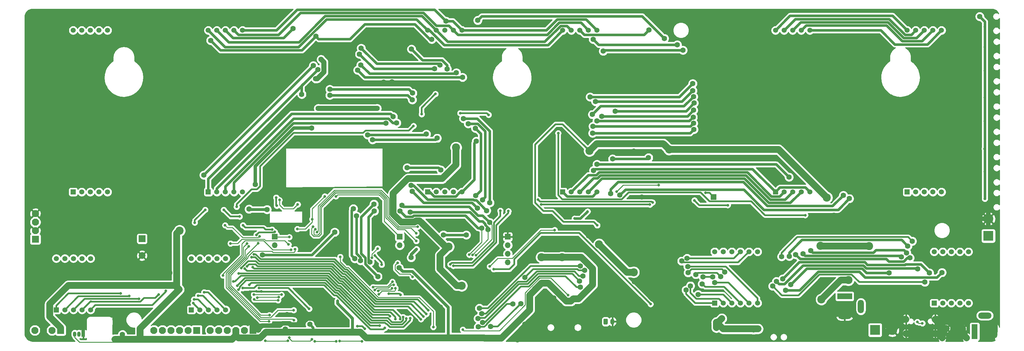
<source format=gbl>
G04 #@! TF.GenerationSoftware,KiCad,Pcbnew,(5.1.6)-1*
G04 #@! TF.CreationDate,2020-08-27T22:54:22+08:00*
G04 #@! TF.ProjectId,ESP32-Wall-Clock,45535033-322d-4576-916c-6c2d436c6f63,1.0a*
G04 #@! TF.SameCoordinates,Original*
G04 #@! TF.FileFunction,Copper,L2,Bot*
G04 #@! TF.FilePolarity,Positive*
%FSLAX46Y46*%
G04 Gerber Fmt 4.6, Leading zero omitted, Abs format (unit mm)*
G04 Created by KiCad (PCBNEW (5.1.6)-1) date 2020-08-27 22:54:22*
%MOMM*%
%LPD*%
G01*
G04 APERTURE LIST*
G04 #@! TA.AperFunction,ComponentPad*
%ADD10O,1.700000X1.700000*%
G04 #@! TD*
G04 #@! TA.AperFunction,ComponentPad*
%ADD11R,1.700000X1.700000*%
G04 #@! TD*
G04 #@! TA.AperFunction,ComponentPad*
%ADD12R,4.400000X1.800000*%
G04 #@! TD*
G04 #@! TA.AperFunction,ComponentPad*
%ADD13O,4.000000X1.800000*%
G04 #@! TD*
G04 #@! TA.AperFunction,ComponentPad*
%ADD14O,1.800000X4.000000*%
G04 #@! TD*
G04 #@! TA.AperFunction,ComponentPad*
%ADD15R,1.800000X4.400000*%
G04 #@! TD*
G04 #@! TA.AperFunction,ComponentPad*
%ADD16O,1.000000X2.100000*%
G04 #@! TD*
G04 #@! TA.AperFunction,ComponentPad*
%ADD17O,1.000000X1.600000*%
G04 #@! TD*
G04 #@! TA.AperFunction,ComponentPad*
%ADD18O,1.100000X1.900000*%
G04 #@! TD*
G04 #@! TA.AperFunction,ComponentPad*
%ADD19C,1.290000*%
G04 #@! TD*
G04 #@! TA.AperFunction,ComponentPad*
%ADD20C,3.000000*%
G04 #@! TD*
G04 #@! TA.AperFunction,ComponentPad*
%ADD21R,3.000000X3.000000*%
G04 #@! TD*
G04 #@! TA.AperFunction,ComponentPad*
%ADD22C,1.500000*%
G04 #@! TD*
G04 #@! TA.AperFunction,ComponentPad*
%ADD23R,1.500000X1.500000*%
G04 #@! TD*
G04 #@! TA.AperFunction,ComponentPad*
%ADD24O,1.200000X1.750000*%
G04 #@! TD*
G04 #@! TA.AperFunction,ComponentPad*
%ADD25R,1.050000X1.500000*%
G04 #@! TD*
G04 #@! TA.AperFunction,ComponentPad*
%ADD26O,1.050000X1.500000*%
G04 #@! TD*
G04 #@! TA.AperFunction,ComponentPad*
%ADD27C,2.100000*%
G04 #@! TD*
G04 #@! TA.AperFunction,ComponentPad*
%ADD28R,2.100000X2.100000*%
G04 #@! TD*
G04 #@! TA.AperFunction,ComponentPad*
%ADD29C,2.000000*%
G04 #@! TD*
G04 #@! TA.AperFunction,ComponentPad*
%ADD30R,2.000000X2.000000*%
G04 #@! TD*
G04 #@! TA.AperFunction,ViaPad*
%ADD31C,1.600000*%
G04 #@! TD*
G04 #@! TA.AperFunction,ViaPad*
%ADD32C,0.800000*%
G04 #@! TD*
G04 #@! TA.AperFunction,ViaPad*
%ADD33C,2.400000*%
G04 #@! TD*
G04 #@! TA.AperFunction,Conductor*
%ADD34C,1.375000*%
G04 #@! TD*
G04 #@! TA.AperFunction,Conductor*
%ADD35C,2.000000*%
G04 #@! TD*
G04 #@! TA.AperFunction,Conductor*
%ADD36C,1.000000*%
G04 #@! TD*
G04 #@! TA.AperFunction,Conductor*
%ADD37C,0.500000*%
G04 #@! TD*
G04 #@! TA.AperFunction,Conductor*
%ADD38C,0.750000*%
G04 #@! TD*
G04 #@! TA.AperFunction,Conductor*
%ADD39C,0.875000*%
G04 #@! TD*
G04 #@! TA.AperFunction,Conductor*
%ADD40C,0.250000*%
G04 #@! TD*
G04 #@! TA.AperFunction,Conductor*
%ADD41C,1.500000*%
G04 #@! TD*
G04 #@! TA.AperFunction,Conductor*
%ADD42C,0.254000*%
G04 #@! TD*
G04 APERTURE END LIST*
D10*
X84700000Y-120840000D03*
D11*
X84700000Y-118300000D03*
D10*
X153700000Y-125920000D03*
X153700000Y-123380000D03*
X153700000Y-120840000D03*
D11*
X153700000Y-118300000D03*
D10*
X121700000Y-120840000D03*
D11*
X121700000Y-118300000D03*
D12*
X253500000Y-136000000D03*
D13*
X253500000Y-141800000D03*
D14*
X258300000Y-139000000D03*
D15*
X292000000Y-146500000D03*
D14*
X297800000Y-146500000D03*
D13*
X295000000Y-141700000D03*
D16*
X280320000Y-142870000D03*
X271680000Y-142870000D03*
D17*
X271680000Y-147050000D03*
X280320000Y-147050000D03*
D18*
X289600000Y-148337500D03*
X282400000Y-148337500D03*
D19*
X288425000Y-145537500D03*
X283575000Y-145537500D03*
D20*
X296050000Y-112970000D03*
D21*
X296050000Y-118050000D03*
D22*
X272000000Y-57000000D03*
X274540000Y-57000000D03*
X277080000Y-57000000D03*
X279620000Y-57000000D03*
X282160000Y-57000000D03*
X282160000Y-105000000D03*
X279620000Y-105000000D03*
X277080000Y-105000000D03*
X274540000Y-105000000D03*
D23*
X272000000Y-105000000D03*
D22*
X233000000Y-57000000D03*
X235540000Y-57000000D03*
X238080000Y-57000000D03*
X240620000Y-57000000D03*
X243160000Y-57000000D03*
X243160000Y-105000000D03*
X240620000Y-105000000D03*
X238080000Y-105000000D03*
X235540000Y-105000000D03*
D23*
X233000000Y-105000000D03*
D22*
X170000000Y-57000000D03*
X172540000Y-57000000D03*
X175080000Y-57000000D03*
X177620000Y-57000000D03*
X180160000Y-57000000D03*
X180160000Y-105000000D03*
X177620000Y-105000000D03*
X175080000Y-105000000D03*
X172540000Y-105000000D03*
D23*
X170000000Y-105000000D03*
D22*
X130000000Y-57000000D03*
X132540000Y-57000000D03*
X135080000Y-57000000D03*
X137620000Y-57000000D03*
X140160000Y-57000000D03*
X140160000Y-105000000D03*
X137620000Y-105000000D03*
X135080000Y-105000000D03*
X132540000Y-105000000D03*
D23*
X130000000Y-105000000D03*
D22*
X65000000Y-57000000D03*
X67540000Y-57000000D03*
X70080000Y-57000000D03*
X72620000Y-57000000D03*
X75160000Y-57000000D03*
X75160000Y-105000000D03*
X72620000Y-105000000D03*
X70080000Y-105000000D03*
X67540000Y-105000000D03*
D23*
X65000000Y-105000000D03*
D22*
X25000000Y-57000000D03*
X27540000Y-57000000D03*
X30080000Y-57000000D03*
X32620000Y-57000000D03*
X35160000Y-57000000D03*
X35160000Y-105000000D03*
X32620000Y-105000000D03*
X30080000Y-105000000D03*
X27540000Y-105000000D03*
D23*
X25000000Y-105000000D03*
D22*
X60000000Y-124760000D03*
X62540000Y-124760000D03*
X65080000Y-124760000D03*
X67620000Y-124760000D03*
X70160000Y-124760000D03*
X70160000Y-140000000D03*
X67620000Y-140000000D03*
X65080000Y-140000000D03*
X62540000Y-140000000D03*
D23*
X60000000Y-140000000D03*
D22*
X20000000Y-124760000D03*
X22540000Y-124760000D03*
X25080000Y-124760000D03*
X27620000Y-124760000D03*
X30160000Y-124760000D03*
X30160000Y-140000000D03*
X27620000Y-140000000D03*
X25080000Y-140000000D03*
X22540000Y-140000000D03*
D23*
X20000000Y-140000000D03*
D22*
X280000000Y-122760000D03*
X282540000Y-122760000D03*
X285080000Y-122760000D03*
X287620000Y-122760000D03*
X290160000Y-122760000D03*
X290160000Y-138000000D03*
X287620000Y-138000000D03*
X285080000Y-138000000D03*
X282540000Y-138000000D03*
D23*
X280000000Y-138000000D03*
X215000000Y-138000000D03*
D22*
X217540000Y-138000000D03*
X220080000Y-138000000D03*
X222620000Y-138000000D03*
X225160000Y-138000000D03*
X227700000Y-138000000D03*
X227700000Y-122760000D03*
X225160000Y-122760000D03*
X222620000Y-122760000D03*
X220080000Y-122760000D03*
X217540000Y-122760000D03*
X215000000Y-122760000D03*
G04 #@! TA.AperFunction,ComponentPad*
G36*
G01*
X182100000Y-144125001D02*
X182100000Y-142874999D01*
G75*
G02*
X182349999Y-142625000I249999J0D01*
G01*
X183050001Y-142625000D01*
G75*
G02*
X183300000Y-142874999I0J-249999D01*
G01*
X183300000Y-144125001D01*
G75*
G02*
X183050001Y-144375000I-249999J0D01*
G01*
X182349999Y-144375000D01*
G75*
G02*
X182100000Y-144125001I0J249999D01*
G01*
G37*
G04 #@! TD.AperFunction*
D24*
X184700000Y-143500000D03*
D25*
X28000000Y-147200000D03*
D26*
X25460000Y-147200000D03*
X26730000Y-147200000D03*
D27*
X48900000Y-146100000D03*
X51440000Y-146100000D03*
X53980000Y-146100000D03*
X56520000Y-146100000D03*
X59060000Y-146100000D03*
D28*
X61600000Y-146100000D03*
D11*
X214700000Y-106500000D03*
D20*
X267580000Y-146000000D03*
D21*
X262500000Y-146000000D03*
D29*
X45400000Y-123900000D03*
D30*
X45400000Y-118900000D03*
D27*
X13650000Y-146100000D03*
X16190000Y-146100000D03*
X18730000Y-146100000D03*
D28*
X21270000Y-146100000D03*
D27*
X65600000Y-146100000D03*
X68140000Y-146100000D03*
X70680000Y-146100000D03*
X73220000Y-146100000D03*
X75760000Y-146100000D03*
D28*
X78300000Y-146100000D03*
D27*
X13800000Y-111430000D03*
X13800000Y-113970000D03*
X13800000Y-116510000D03*
D28*
X13800000Y-119050000D03*
D31*
X101400000Y-112200000D03*
D32*
X103400000Y-114100000D03*
X101600000Y-114000000D03*
X99700000Y-114100000D03*
X103400000Y-112300000D03*
X99600000Y-112300000D03*
X103400000Y-110400000D03*
X101400000Y-110400000D03*
X99700000Y-110400000D03*
D31*
X274100000Y-137200000D03*
X224100000Y-148150000D03*
X225700000Y-148100000D03*
X227400000Y-148000000D03*
X119400000Y-72300000D03*
X117000000Y-72400000D03*
X100200000Y-62200000D03*
X119300000Y-78400000D03*
X133200000Y-63000000D03*
X117600000Y-64500000D03*
X120500000Y-64500000D03*
X106300000Y-65300000D03*
X108100000Y-65300000D03*
X118500000Y-59900000D03*
X122300000Y-60000000D03*
X229800000Y-138700000D03*
X232400000Y-138800000D03*
X231100000Y-137000000D03*
X158800000Y-144300000D03*
X98600000Y-143700000D03*
X95950000Y-142583883D03*
X88300000Y-141400000D03*
X103400000Y-119600000D03*
X165500000Y-136200000D03*
X167300000Y-136500000D03*
X162000000Y-145800000D03*
X169900000Y-145300000D03*
X177000000Y-145400000D03*
X39101955Y-145400264D03*
D32*
X28239990Y-144100000D03*
D31*
X89700000Y-108600000D03*
X88150000Y-104500000D03*
X96900000Y-104900000D03*
X101800000Y-108400000D03*
X100200000Y-116100000D03*
X97395000Y-119895000D03*
X87500000Y-116900000D03*
X109350000Y-128350000D03*
X112100000Y-131000000D03*
X136100000Y-134700000D03*
X139100000Y-137700000D03*
X133700000Y-139200000D03*
X144900000Y-137100000D03*
X156600000Y-148900000D03*
X183000000Y-130200000D03*
X181600000Y-132100000D03*
X189800000Y-135100000D03*
X191200000Y-131700000D03*
X197400000Y-134100000D03*
X197900000Y-131700000D03*
X199700000Y-133900000D03*
X182400000Y-112500000D03*
D32*
X183400000Y-111400000D03*
X181300000Y-111400000D03*
X183400000Y-113600000D03*
X181400000Y-113500000D03*
D31*
X187100000Y-112000000D03*
X195800000Y-112100000D03*
X210900000Y-114300000D03*
X193400000Y-106500000D03*
X200300000Y-107100000D03*
X205500000Y-107100000D03*
X222500000Y-118400000D03*
X226200000Y-115400000D03*
X232400000Y-115500000D03*
X237900000Y-115600000D03*
X261900000Y-113100000D03*
X264300000Y-113800000D03*
X265200000Y-115900000D03*
X225200000Y-117800000D03*
X218300000Y-115100000D03*
X217700000Y-112200000D03*
X272900000Y-133900000D03*
X275100000Y-133800000D03*
X239000000Y-141500000D03*
X240900000Y-142300000D03*
X242000000Y-140500000D03*
X211900000Y-142300000D03*
X214200000Y-140300000D03*
X212200000Y-140400000D03*
X216500000Y-148700000D03*
X214700000Y-147400000D03*
X212000000Y-148700000D03*
X205800000Y-143700000D03*
X200600000Y-146100000D03*
X197500000Y-141100000D03*
X198000000Y-139000000D03*
X200900000Y-138800000D03*
D33*
X250350000Y-112350000D03*
X250000000Y-114850000D03*
D31*
X250250000Y-116950000D03*
D32*
X51850000Y-141300000D03*
X46450000Y-141250000D03*
X49450000Y-143850000D03*
X50600000Y-142700000D03*
D31*
X54300000Y-140050000D03*
X47100000Y-140100000D03*
X38100000Y-141000000D03*
D32*
X20550000Y-141750000D03*
X16800000Y-143700000D03*
D31*
X59400000Y-128600000D03*
X53600000Y-129000000D03*
X60700000Y-132900000D03*
X134150000Y-144450000D03*
X138300000Y-144300000D03*
X120400000Y-100650000D03*
X102850000Y-89050000D03*
X90700000Y-89250000D03*
X118750000Y-94150000D03*
X83450000Y-96750000D03*
X191050000Y-92900000D03*
X200650000Y-70450000D03*
X205100000Y-66750000D03*
X194550000Y-65250000D03*
X209450000Y-89300000D03*
X217800000Y-95000000D03*
X140350000Y-54050000D03*
X148750000Y-63450000D03*
X147600000Y-54900000D03*
X257650000Y-87200000D03*
X257550000Y-75900000D03*
D32*
X77300000Y-134600000D03*
X73600000Y-118600000D03*
D31*
X170600000Y-87900000D03*
X174200000Y-99500000D03*
X166700000Y-88500000D03*
X270900000Y-115200000D03*
X166700000Y-113500000D03*
X177700000Y-118000000D03*
X63600000Y-114300000D03*
X72400000Y-114100000D03*
X157300000Y-127000000D03*
X149931268Y-129780778D03*
X129600000Y-130300000D03*
X126800000Y-132700000D03*
X168800000Y-119300000D03*
X161700000Y-121600000D03*
D32*
X80700000Y-134500000D03*
X173500000Y-112900000D03*
X177349980Y-110800000D03*
D31*
X114200000Y-110700000D03*
X112875010Y-125800000D03*
X82400000Y-110200000D03*
X77100000Y-110099996D03*
D32*
X139631835Y-81600000D03*
X128200000Y-81900000D03*
X125800000Y-85400000D03*
X148050000Y-82100000D03*
X168650000Y-87550000D03*
X132300000Y-75900000D03*
X73400000Y-109400000D03*
X75300000Y-114899990D03*
X83900000Y-116149989D03*
X241799996Y-111900000D03*
D31*
X115226136Y-130100023D03*
X114100000Y-108600000D03*
D32*
X115200000Y-121800000D03*
X88800000Y-120600000D03*
X113522184Y-124558550D03*
X71600000Y-120300000D03*
D33*
X246600000Y-136900000D03*
X260712266Y-121048153D03*
X254600000Y-131175051D03*
X246325076Y-121024924D03*
D32*
X209000000Y-107500000D03*
X218868760Y-108931240D03*
D31*
X95100000Y-144300000D03*
D33*
X191024439Y-128824439D03*
X180741432Y-120540000D03*
D31*
X173100000Y-136700000D03*
X39599998Y-147299998D03*
D32*
X85300000Y-109087512D03*
X85121019Y-106662510D03*
X79300000Y-117749999D03*
X103300000Y-137300000D03*
D31*
X87800000Y-145700000D03*
X125105969Y-124494031D03*
D32*
X126700000Y-122000000D03*
D31*
X121500000Y-127500000D03*
D33*
X56500000Y-116500000D03*
D32*
X61000000Y-114100000D03*
X64100000Y-110300000D03*
D33*
X169800000Y-124400000D03*
X163700000Y-124400000D03*
D32*
X84700000Y-116849960D03*
X161368112Y-133468112D03*
X83149218Y-141549207D03*
X90700000Y-122000000D03*
X109200000Y-144900000D03*
X162700000Y-107300000D03*
X196600000Y-108100000D03*
X94900000Y-139699998D03*
X111371153Y-145641373D03*
X96534904Y-149350000D03*
X102900000Y-149350000D03*
X151512593Y-110588487D03*
X125511871Y-130179119D03*
X121100000Y-126100000D03*
X136699998Y-126500000D03*
X80050004Y-133525142D03*
X69400000Y-129800000D03*
X89500000Y-122200000D03*
X81900000Y-149200000D03*
X88600000Y-149200000D03*
X76500000Y-120300000D03*
X83000000Y-143449230D03*
X198400000Y-102975000D03*
X185998203Y-104879118D03*
X115516277Y-135384024D03*
X120441171Y-133581389D03*
X148349990Y-127124396D03*
X167600000Y-116300000D03*
X212300000Y-105275010D03*
X85679139Y-137171402D03*
X115312274Y-134398106D03*
D31*
X121790302Y-110700143D03*
D32*
X119442752Y-133637799D03*
X78628487Y-136900000D03*
D31*
X146035707Y-115714967D03*
D32*
X142313416Y-123640190D03*
X85890169Y-136193911D03*
X119929118Y-132601302D03*
X114353471Y-134114027D03*
D31*
X122334315Y-108984315D03*
D32*
X79504324Y-136417367D03*
X144303970Y-123803970D03*
D31*
X148350232Y-114084871D03*
D32*
X119551460Y-131675344D03*
X113849999Y-133249999D03*
D31*
X124817900Y-111015050D03*
D32*
X78497778Y-135449989D03*
X86700000Y-135500000D03*
X143313619Y-123665307D03*
D31*
X147899968Y-116200000D03*
X107962583Y-109962583D03*
X147437847Y-110537847D03*
X125072900Y-103048912D03*
X108400000Y-124800000D03*
X144694490Y-109779735D03*
X125399967Y-104818960D03*
X108875010Y-112100000D03*
X110100000Y-125400000D03*
D32*
X153900000Y-110700000D03*
X103900000Y-149300000D03*
X110500000Y-149350000D03*
X163615683Y-108750010D03*
X195800000Y-108750010D03*
X118492735Y-135175043D03*
X121958933Y-135543163D03*
X137590915Y-126954198D03*
X97258146Y-116900000D03*
X127009978Y-115311134D03*
X126626930Y-119573070D03*
X96041762Y-115321244D03*
X96716269Y-116059529D03*
X126600000Y-117261145D03*
D31*
X102449990Y-116949990D03*
X81100000Y-123700000D03*
D32*
X140400000Y-145900000D03*
X171562756Y-135650000D03*
X131650000Y-145100000D03*
X104070843Y-124279157D03*
X102812653Y-106312653D03*
X99500936Y-106300936D03*
X95800000Y-113085026D03*
X89000000Y-118400000D03*
X91400000Y-116000000D03*
X196000000Y-138300000D03*
X149549969Y-127950031D03*
X116383956Y-126590892D03*
X114300000Y-123900000D03*
X91500000Y-108700000D03*
X86100000Y-107387510D03*
X90300000Y-140100000D03*
X80205194Y-118175000D03*
X70000000Y-114900000D03*
X79796339Y-120225010D03*
X89000000Y-148249999D03*
X95699233Y-148800767D03*
X76983363Y-121175434D03*
X90400000Y-143100000D03*
D31*
X186900000Y-105949990D03*
X254875010Y-106975010D03*
D32*
X276500000Y-144000000D03*
X275025000Y-143600000D03*
D31*
X184163702Y-105463713D03*
X253100000Y-106000000D03*
X98400000Y-65650000D03*
X115000000Y-80200000D03*
X97600000Y-80200000D03*
X96800000Y-71400000D03*
D33*
X201500000Y-92400000D03*
X138385000Y-91800000D03*
D31*
X95600000Y-85996179D03*
D32*
X180212500Y-114900000D03*
D31*
X78966108Y-102766110D03*
D33*
X177900000Y-92800000D03*
X248218750Y-106681250D03*
D32*
X69600000Y-110300000D03*
X74300000Y-112300000D03*
D33*
X140071874Y-132832055D03*
X136200000Y-121247973D03*
D31*
X224900000Y-145900000D03*
X226500000Y-146000000D03*
X227884625Y-145654743D03*
X215500000Y-143700000D03*
X215500000Y-145300000D03*
X217100000Y-142600000D03*
X90100000Y-56500000D03*
X200100000Y-59400000D03*
X65700000Y-60000000D03*
X96894038Y-58794038D03*
X131200000Y-59700000D03*
X144800000Y-54050000D03*
D32*
X130200000Y-140100000D03*
X78500000Y-123500000D03*
D31*
X195500000Y-56900000D03*
X203900000Y-61300000D03*
X179000000Y-59700001D03*
X205600000Y-62900000D03*
X182000000Y-63200000D03*
X135400000Y-54275010D03*
X117600000Y-84600000D03*
X120800000Y-84500000D03*
X119789780Y-82610220D03*
X101000000Y-76300003D03*
X178834772Y-87534772D03*
X208832862Y-86445315D03*
X125450000Y-77650000D03*
X101000000Y-74500000D03*
X178925000Y-85500000D03*
X208716816Y-84616816D03*
X125550000Y-75650000D03*
X113632621Y-89467379D03*
X132772272Y-89027728D03*
X237000000Y-100600000D03*
X180150000Y-83908666D03*
X208612304Y-82776784D03*
X180149990Y-96800000D03*
X112182621Y-88017379D03*
X129600000Y-87800000D03*
X179100000Y-98600000D03*
X181525000Y-82509180D03*
X208722272Y-80722272D03*
X123924996Y-97815210D03*
X208900000Y-78600000D03*
X133900000Y-98500000D03*
X184750000Y-95200000D03*
X185550000Y-81000000D03*
X195400000Y-94800000D03*
X208700000Y-76700000D03*
X178750000Y-82000000D03*
X144350000Y-89950000D03*
X97500000Y-68625000D03*
X109273907Y-68843489D03*
X179700000Y-78175000D03*
X208500000Y-74900000D03*
X92699990Y-75999990D03*
X140300000Y-70975010D03*
X96122347Y-67466519D03*
X63700000Y-100000000D03*
X110200000Y-67300000D03*
X178100000Y-76800000D03*
X208500000Y-72800000D03*
X138500000Y-69600000D03*
X243452035Y-122439193D03*
X271834090Y-123066550D03*
D32*
X74067935Y-129227126D03*
X118821037Y-141881008D03*
D31*
X176508290Y-128236732D03*
X158750875Y-130416907D03*
X239000000Y-123600000D03*
X214400000Y-130250010D03*
X211500000Y-130250010D03*
X272818249Y-124573691D03*
D32*
X75780300Y-127792759D03*
X120410958Y-142750010D03*
D31*
X237500000Y-132524990D03*
X211300000Y-132300000D03*
D32*
X39100000Y-135149979D03*
D31*
X266624990Y-129024990D03*
D32*
X72400011Y-131600000D03*
X122721843Y-142162084D03*
D31*
X275127728Y-127875000D03*
X233263687Y-131550021D03*
X207805300Y-132886488D03*
D32*
X50300000Y-135500000D03*
X62000000Y-135800000D03*
X124800000Y-142500000D03*
X73953514Y-134002637D03*
D31*
X278600000Y-129024990D03*
X235139985Y-130811427D03*
X206504027Y-134136498D03*
D32*
X44500000Y-136700000D03*
X60800000Y-136900000D03*
X73576122Y-132883976D03*
X123650000Y-142600000D03*
D31*
X241132499Y-123367503D03*
D32*
X78208737Y-127380729D03*
D31*
X270300000Y-124300000D03*
D32*
X121871833Y-142720229D03*
D31*
X282289773Y-128910227D03*
X236000000Y-134200000D03*
X215044161Y-131930813D03*
D32*
X52400000Y-134400000D03*
X63800000Y-134800000D03*
X115800000Y-144700000D03*
X77199998Y-132549990D03*
D31*
X277222272Y-131777728D03*
X232153060Y-132966549D03*
X210084652Y-135456929D03*
D32*
X60600000Y-138000000D03*
X41600000Y-135849990D03*
X75248952Y-133548952D03*
X117300000Y-145400000D03*
D31*
X234800000Y-124200000D03*
X217981958Y-128750010D03*
X207108061Y-128986454D03*
X157605494Y-138149935D03*
X148580992Y-144987851D03*
X273500000Y-119600000D03*
X237100000Y-124135000D03*
X209400000Y-129500000D03*
X216791511Y-130100151D03*
X155243986Y-138288232D03*
X144963349Y-145076049D03*
X272175001Y-121075001D03*
X207034079Y-127187963D03*
X175234644Y-133299990D03*
X146270297Y-143736311D03*
X205223391Y-125518820D03*
X144894140Y-142576037D03*
X174962758Y-131458252D03*
X206820169Y-124687952D03*
X146007475Y-141161411D03*
X175933726Y-129942580D03*
X145297246Y-139507441D03*
X175235489Y-126963931D03*
D32*
X128000000Y-142800000D03*
X76487415Y-127085643D03*
X128707108Y-141950000D03*
X74785481Y-127585481D03*
X129600000Y-141249990D03*
X77800000Y-124399978D03*
D31*
X144169211Y-86092367D03*
X125200000Y-62600000D03*
X144256676Y-106079712D03*
X135750000Y-68500000D03*
X141981835Y-84718165D03*
X110300000Y-62300000D03*
X141427721Y-117775010D03*
X146227094Y-107325249D03*
X133600000Y-67350000D03*
X134677337Y-117742358D03*
X140606835Y-83200000D03*
X109800000Y-64100000D03*
X148400000Y-108200000D03*
X132050000Y-68450000D03*
D32*
X295000000Y-56000000D03*
X295000000Y-62000000D03*
X295000000Y-69000000D03*
X295000000Y-77000000D03*
X295000000Y-84000000D03*
X295000000Y-99000000D03*
X295000000Y-107000000D03*
D31*
X293500000Y-52900000D03*
D32*
X294926167Y-92164707D03*
D34*
X225700000Y-148100000D02*
X227300000Y-148100000D01*
X227300000Y-148100000D02*
X227400000Y-148000000D01*
D35*
X270710000Y-142870000D02*
X267580000Y-146000000D01*
X271680000Y-142870000D02*
X270710000Y-142870000D01*
X281112500Y-147050000D02*
X282400000Y-148337500D01*
X271680000Y-147050000D02*
X281112500Y-147050000D01*
X282400000Y-146712500D02*
X283575000Y-145537500D01*
X282400000Y-148337500D02*
X282400000Y-146712500D01*
X282987500Y-145537500D02*
X280320000Y-142870000D01*
X283575000Y-145537500D02*
X282987500Y-145537500D01*
X285757500Y-142870000D02*
X288425000Y-145537500D01*
X280320000Y-142870000D02*
X285757500Y-142870000D01*
X288425000Y-147162500D02*
X289600000Y-148337500D01*
X288425000Y-145537500D02*
X288425000Y-147162500D01*
X297800000Y-146500000D02*
X297800000Y-144100000D01*
X297800000Y-144100000D02*
X296800000Y-145100000D01*
X296800000Y-145100000D02*
X296800000Y-148400000D01*
X253500000Y-141800000D02*
X252800000Y-141800000D01*
X252800000Y-141800000D02*
X251100000Y-140100000D01*
X251100000Y-140100000D02*
X254800000Y-140100000D01*
X254800000Y-140100000D02*
X256200000Y-141500000D01*
X267580000Y-146000000D02*
X267580000Y-144980000D01*
X267580000Y-144980000D02*
X266700000Y-144100000D01*
X266700000Y-144100000D02*
X266700000Y-146000000D01*
X266700000Y-146000000D02*
X265900000Y-146800000D01*
X16190000Y-146100000D02*
X16190000Y-147690000D01*
X16190000Y-147690000D02*
X15900000Y-147400000D01*
D36*
X28000000Y-147200000D02*
X28000000Y-147100000D01*
X28000000Y-147100000D02*
X28000000Y-146000000D01*
D35*
X16190000Y-146100000D02*
X16190000Y-144010000D01*
X78300000Y-146100000D02*
X78300000Y-144700000D01*
X78300000Y-144700000D02*
X78700000Y-144700000D01*
X78700000Y-144700000D02*
X79794359Y-145794359D01*
D34*
X296050000Y-112970000D02*
X293830000Y-112970000D01*
X296050000Y-112970000D02*
X296050000Y-110850000D01*
X296050000Y-112970000D02*
X296050000Y-115050000D01*
X79794359Y-145794359D02*
X80851986Y-144736732D01*
X86989999Y-144012499D02*
X89112499Y-144012499D01*
X89487501Y-144387501D02*
X92514997Y-144387501D01*
X94318615Y-142583883D02*
X95950000Y-142583883D01*
X80851986Y-144736732D02*
X86265766Y-144736732D01*
X92514997Y-144387501D02*
X94318615Y-142583883D01*
X89112499Y-144012499D02*
X89487501Y-144387501D01*
X86265766Y-144736732D02*
X86989999Y-144012499D01*
D37*
X77400000Y-134500000D02*
X77300000Y-134600000D01*
X80700000Y-134500000D02*
X77400000Y-134500000D01*
D38*
X173500000Y-112900000D02*
X175249980Y-112900000D01*
X175249980Y-112900000D02*
X177349980Y-110800000D01*
X112450011Y-112449989D02*
X112450011Y-125375001D01*
X114200000Y-110700000D02*
X112450011Y-112449989D01*
X112450011Y-125375001D02*
X112875010Y-125800000D01*
D39*
X82400000Y-110200000D02*
X77200004Y-110200000D01*
X77200004Y-110200000D02*
X77100000Y-110099996D01*
D37*
X139631835Y-81600000D02*
X147550000Y-81600000D01*
X147550000Y-81600000D02*
X148050000Y-82100000D01*
X128200000Y-81900000D02*
X128200000Y-80000000D01*
X128200000Y-80000000D02*
X132300000Y-75900000D01*
X110899998Y-87450000D02*
X90250000Y-87450000D01*
X90250000Y-87450000D02*
X80350001Y-97349999D01*
X80350001Y-97349999D02*
X80350001Y-103315684D01*
X124432622Y-86767378D02*
X111582620Y-86767378D01*
X111582620Y-86767378D02*
X110899998Y-87450000D01*
X125800000Y-85400000D02*
X124432622Y-86767378D01*
X73400000Y-108600000D02*
X73400000Y-109400000D01*
X77800000Y-104200000D02*
X73400000Y-108600000D01*
X79465685Y-104200000D02*
X80350001Y-103315684D01*
X77800000Y-104200000D02*
X79465685Y-104200000D01*
X82000000Y-116200000D02*
X83849989Y-116200000D01*
X83849989Y-116200000D02*
X83900000Y-116149989D01*
X81400000Y-115600000D02*
X82000000Y-116200000D01*
X75300000Y-114899990D02*
X76000010Y-115600000D01*
X76000010Y-115600000D02*
X81400000Y-115600000D01*
X189524991Y-105125011D02*
X210815009Y-105125011D01*
X210815009Y-105125011D02*
X213489999Y-107800001D01*
X213489999Y-107800001D02*
X225800001Y-107800001D01*
X229900000Y-111900000D02*
X241799996Y-111900000D01*
X225800001Y-107800001D02*
X229900000Y-111900000D01*
X169889989Y-107199991D02*
X187450011Y-107199991D01*
X187450011Y-107199991D02*
X189524991Y-105125011D01*
X168650000Y-105960002D02*
X169889989Y-107199991D01*
X168650000Y-87550000D02*
X168650000Y-105960002D01*
D38*
X111500000Y-124521478D02*
X110270201Y-123291679D01*
X115226136Y-130100023D02*
X111500000Y-126373887D01*
X110270201Y-123291679D02*
X110270201Y-112429799D01*
X113300001Y-109399999D02*
X114100000Y-108600000D01*
X111500000Y-126373887D02*
X111500000Y-124521478D01*
X110270201Y-112429799D02*
X113300001Y-109399999D01*
D40*
X113522184Y-123477816D02*
X113522184Y-124558550D01*
X115200000Y-121800000D02*
X113522184Y-123477816D01*
X81561419Y-119025009D02*
X74974991Y-119025009D01*
X88800000Y-120600000D02*
X87700000Y-119500000D01*
X74974991Y-119025009D02*
X73700000Y-120300000D01*
X87700000Y-119500000D02*
X82036410Y-119500000D01*
X82036410Y-119500000D02*
X81561419Y-119025009D01*
X73700000Y-120300000D02*
X71600000Y-120300000D01*
D35*
X252324949Y-131175051D02*
X254600000Y-131175051D01*
X246600000Y-136900000D02*
X252324949Y-131175051D01*
X246348305Y-121048153D02*
X246325076Y-121024924D01*
X260712266Y-121048153D02*
X246348305Y-121048153D01*
D37*
X210431240Y-108931240D02*
X218868760Y-108931240D01*
X209000000Y-107500000D02*
X210431240Y-108931240D01*
D35*
X73220000Y-147584924D02*
X73220000Y-146100000D01*
X73220000Y-147584924D02*
X72054934Y-148749990D01*
D40*
X37341172Y-149258828D02*
X37000000Y-149600000D01*
X37341172Y-148749990D02*
X37341172Y-149258828D01*
X25460000Y-148200000D02*
X25460000Y-147200000D01*
X26860000Y-149600000D02*
X25460000Y-148200000D01*
X37000000Y-149600000D02*
X26860000Y-149600000D01*
D35*
X82050001Y-146649999D02*
X80349999Y-148350001D01*
X73985077Y-148350001D02*
X73220000Y-147584924D01*
X80349999Y-148350001D02*
X73985077Y-148350001D01*
D38*
X96049999Y-145249999D02*
X96049999Y-146649999D01*
X95100000Y-144300000D02*
X96049999Y-145249999D01*
D35*
X96049999Y-146649999D02*
X88849999Y-146649999D01*
X88849999Y-146649999D02*
X82050001Y-146649999D01*
X191024439Y-128824439D02*
X189025871Y-128824439D01*
X189025871Y-128824439D02*
X180741432Y-120540000D01*
X111767003Y-148300001D02*
X110117001Y-146649999D01*
X160200000Y-140000000D02*
X151799999Y-148400001D01*
X160200000Y-135600000D02*
X160200000Y-140000000D01*
X151799999Y-148400001D02*
X146839999Y-148400001D01*
X146839999Y-148400001D02*
X146739999Y-148300001D01*
X38950010Y-148749990D02*
X37341172Y-148749990D01*
D38*
X38950010Y-148749990D02*
X39599998Y-148100002D01*
X39599998Y-148100002D02*
X39599998Y-147299998D01*
D35*
X72054934Y-148749990D02*
X44850010Y-148749990D01*
X44850010Y-148749990D02*
X38950010Y-148749990D01*
X44850010Y-145515992D02*
X56400000Y-133966002D01*
X44850010Y-148749990D02*
X44850010Y-145515992D01*
D37*
X85300000Y-109087512D02*
X85121019Y-108908531D01*
X85121019Y-108908531D02*
X85121019Y-106662510D01*
D35*
X110117001Y-146649999D02*
X107749999Y-146649999D01*
X107749999Y-146649999D02*
X96049999Y-146649999D01*
D38*
X87900000Y-145700000D02*
X87800000Y-145700000D01*
X88849999Y-146649999D02*
X87900000Y-145700000D01*
D39*
X107749999Y-142549999D02*
X107749999Y-146649999D01*
X103300000Y-137300000D02*
X103300000Y-138100000D01*
X103300000Y-138100000D02*
X107749999Y-142549999D01*
D35*
X131399999Y-148300001D02*
X111767003Y-148300001D01*
D39*
X125105969Y-124494031D02*
X125105969Y-123594031D01*
X125105969Y-123594031D02*
X126700000Y-122000000D01*
D35*
X162050000Y-133750000D02*
X160200000Y-135600000D01*
X165750000Y-132100000D02*
X163700000Y-132100000D01*
X173100000Y-136700000D02*
X172400000Y-137400000D01*
X171050000Y-137400000D02*
X165750000Y-132100000D01*
X172400000Y-137400000D02*
X171050000Y-137400000D01*
X163700000Y-132100000D02*
X162050000Y-133750000D01*
X18049999Y-142089997D02*
X21270000Y-145309998D01*
X18049999Y-138289999D02*
X18049999Y-142089997D01*
X23539999Y-132799999D02*
X18049999Y-138289999D01*
X55233997Y-132799999D02*
X23539999Y-132799999D01*
X21270000Y-145309998D02*
X21270000Y-146100000D01*
X56400000Y-133966002D02*
X55233997Y-132799999D01*
X146739999Y-148300001D02*
X136800001Y-148300001D01*
X136800001Y-148300001D02*
X131399999Y-148300001D01*
D39*
X122600000Y-128600000D02*
X121500000Y-127500000D01*
X136100000Y-139300000D02*
X125400000Y-128600000D01*
X125400000Y-128600000D02*
X122600000Y-128600000D01*
X136800001Y-148300001D02*
X136100000Y-147600000D01*
X136100000Y-147600000D02*
X136100000Y-139300000D01*
D37*
X61000000Y-114100000D02*
X61000000Y-113400000D01*
X61000000Y-113400000D02*
X64100000Y-110300000D01*
D35*
X169800000Y-124400000D02*
X163700000Y-124400000D01*
D37*
X80050000Y-116999999D02*
X84549961Y-116999999D01*
X84549961Y-116999999D02*
X84700000Y-116849960D01*
X79300000Y-117749999D02*
X80050000Y-116999999D01*
D35*
X178821136Y-127721136D02*
X175500000Y-124400000D01*
X178821136Y-132578864D02*
X178821136Y-127721136D01*
X174700000Y-136700000D02*
X178821136Y-132578864D01*
X173100000Y-136700000D02*
X174700000Y-136700000D01*
X175500000Y-124400000D02*
X169800000Y-124400000D01*
D40*
X161650000Y-133750000D02*
X161368112Y-133468112D01*
X162050000Y-133750000D02*
X161650000Y-133750000D01*
D35*
X56400000Y-133966002D02*
X55700000Y-133266002D01*
X55700000Y-117300000D02*
X56500000Y-116500000D01*
X55700000Y-133266002D02*
X55700000Y-117300000D01*
D40*
X76775043Y-124570601D02*
X76775043Y-124170597D01*
X80427080Y-141549207D02*
X71675003Y-132797130D01*
X83149218Y-141549207D02*
X80427080Y-141549207D01*
X78370641Y-122574999D02*
X83838588Y-122574999D01*
X90700000Y-122565685D02*
X90700000Y-122000000D01*
X83838588Y-122574999D02*
X84188590Y-122925001D01*
X84188590Y-122925001D02*
X90340684Y-122925001D01*
X90340684Y-122925001D02*
X90700000Y-122565685D01*
X71675003Y-129670637D02*
X76775043Y-124570601D01*
X76775043Y-124170597D02*
X78370641Y-122574999D01*
X71675003Y-132797130D02*
X71675003Y-129670637D01*
D37*
X110629780Y-144900000D02*
X111371153Y-145641373D01*
X109200000Y-144900000D02*
X110629780Y-144900000D01*
X196400000Y-107900000D02*
X196600000Y-108100000D01*
X163300000Y-107900000D02*
X196400000Y-107900000D01*
X162700000Y-107300000D02*
X163300000Y-107900000D01*
D40*
X96534904Y-149350000D02*
X102900000Y-149350000D01*
X125511871Y-130179119D02*
X124732752Y-129400000D01*
X120374999Y-128040001D02*
X120374999Y-126725001D01*
X124732752Y-129400000D02*
X121734998Y-129400000D01*
X121734998Y-129400000D02*
X120374999Y-128040001D01*
X120374999Y-126725001D02*
X121000000Y-126100000D01*
X121000000Y-126100000D02*
X121100000Y-126100000D01*
D37*
X149599989Y-114110046D02*
X149599989Y-119710047D01*
X151512593Y-110588487D02*
X151512593Y-112197442D01*
X143210035Y-126100001D02*
X137099997Y-126100001D01*
X151512593Y-112197442D02*
X149599989Y-114110046D01*
X149599989Y-119710047D02*
X143210035Y-126100001D01*
X137099997Y-126100001D02*
X136699998Y-126500000D01*
X94900000Y-139699998D02*
X88725144Y-133525142D01*
X88725144Y-133525142D02*
X80050004Y-133525142D01*
D40*
X84100000Y-122200000D02*
X89500000Y-122200000D01*
X81400000Y-119500000D02*
X84100000Y-122200000D01*
X74974999Y-123825001D02*
X74974999Y-120425001D01*
X69400000Y-129800000D02*
X69400000Y-129400000D01*
X69400000Y-129400000D02*
X74974999Y-123825001D01*
X74974999Y-120425001D02*
X75900000Y-119500000D01*
X75900000Y-119500000D02*
X81400000Y-119500000D01*
X88500000Y-149300000D02*
X88600000Y-149200000D01*
X81900000Y-149200000D02*
X82000000Y-149300000D01*
X82000000Y-149300000D02*
X88500000Y-149300000D01*
X80417870Y-143449230D02*
X83000000Y-143449230D01*
X70324970Y-129111440D02*
X70324970Y-133356330D01*
X75425010Y-124011401D02*
X70324970Y-129111440D01*
X75425010Y-121374990D02*
X75425010Y-124011401D01*
X76500000Y-120300000D02*
X75425010Y-121374990D01*
X70324970Y-133356330D02*
X80417870Y-143449230D01*
X198400000Y-102975000D02*
X187902321Y-102975000D01*
X187902321Y-102975000D02*
X185998203Y-104879118D01*
X120441171Y-134147074D02*
X120441171Y-133581389D01*
X120138212Y-134450033D02*
X120441171Y-134147074D01*
X116450268Y-134450033D02*
X120138212Y-134450033D01*
X115516277Y-135384024D02*
X116450268Y-134450033D01*
X150737576Y-124736810D02*
X155100000Y-124736810D01*
X155100000Y-124736810D02*
X163536810Y-116300000D01*
X163536810Y-116300000D02*
X167600000Y-116300000D01*
X148349990Y-127124396D02*
X150737576Y-124736810D01*
D37*
X213475010Y-105275010D02*
X212300000Y-105275010D01*
X214700000Y-106500000D02*
X213475010Y-105275010D01*
D40*
X115710358Y-134000022D02*
X119080529Y-134000022D01*
X115312274Y-134398106D02*
X115710358Y-134000022D01*
X119080529Y-134000022D02*
X119442752Y-133637799D01*
X78899889Y-137171402D02*
X78628487Y-136900000D01*
X85679139Y-137171402D02*
X78899889Y-137171402D01*
D38*
X141212943Y-112023573D02*
X144904337Y-115714967D01*
X123480210Y-112390051D02*
X125477901Y-112390051D01*
X125477901Y-112390051D02*
X125844379Y-112023573D01*
X121790302Y-110700143D02*
X123480210Y-112390051D01*
X125844379Y-112023573D02*
X141212943Y-112023573D01*
X144904337Y-115714967D02*
X146035707Y-115714967D01*
D40*
X146035707Y-115714967D02*
X146035707Y-119917899D01*
X146035707Y-119917899D02*
X142313416Y-123640190D01*
X114917487Y-133550011D02*
X114353471Y-134114027D01*
X118313204Y-133550011D02*
X114917487Y-133550011D01*
X119929118Y-132601302D02*
X119261913Y-132601302D01*
X119261913Y-132601302D02*
X118313204Y-133550011D01*
X79727780Y-136193911D02*
X79504324Y-136417367D01*
X85890169Y-136193911D02*
X79727780Y-136193911D01*
D38*
X144879729Y-111999978D02*
X146265339Y-111999978D01*
D40*
X149024978Y-114759617D02*
X148350232Y-114084871D01*
D38*
X122334315Y-108984315D02*
X122742794Y-109392794D01*
D40*
X149024978Y-119082962D02*
X149024978Y-114759617D01*
X144303970Y-123803970D02*
X149024978Y-119082962D01*
D38*
X146265339Y-111999978D02*
X148350232Y-114084871D01*
X142272545Y-109392794D02*
X144879729Y-111999978D01*
X122742794Y-109392794D02*
X142272545Y-109392794D01*
D40*
X119551460Y-131675344D02*
X118126804Y-133100000D01*
X113999998Y-133100000D02*
X113849999Y-133249999D01*
X118126804Y-133100000D02*
X113999998Y-133100000D01*
X78497778Y-135449989D02*
X86649989Y-135449989D01*
X86649989Y-135449989D02*
X86700000Y-135500000D01*
D38*
X142551283Y-111015050D02*
X145261231Y-113724998D01*
D40*
X147899968Y-119078958D02*
X147899968Y-116200000D01*
X143313619Y-123665307D02*
X147899968Y-119078958D01*
D38*
X147899968Y-115634972D02*
X147899968Y-116200000D01*
X147024998Y-114760002D02*
X147899968Y-115634972D01*
X147024998Y-114460002D02*
X147024998Y-114760002D01*
X146289994Y-113724998D02*
X147024998Y-114460002D01*
X145261231Y-113724998D02*
X146289994Y-113724998D01*
X124817900Y-111015050D02*
X142551283Y-111015050D01*
X144354713Y-107454713D02*
X143698231Y-107454713D01*
X147437847Y-110537847D02*
X144354713Y-107454713D01*
X125733178Y-103048912D02*
X125072900Y-103048912D01*
X129959277Y-107275011D02*
X125733178Y-103048912D01*
X143698231Y-107454713D02*
X143518529Y-107275011D01*
X143518529Y-107275011D02*
X129959277Y-107275011D01*
X107500000Y-123900000D02*
X108400000Y-124800000D01*
X107962583Y-109962583D02*
X107500000Y-110425166D01*
X107500000Y-110425166D02*
X107500000Y-123900000D01*
X143139776Y-108225021D02*
X128806028Y-108225021D01*
X144694490Y-109779735D02*
X143139776Y-108225021D01*
X128806028Y-108225021D02*
X125399967Y-104818960D01*
X108875010Y-112100000D02*
X108875010Y-123240006D01*
X110100000Y-124464996D02*
X110100000Y-125400000D01*
X108875010Y-123240006D02*
X110100000Y-124464996D01*
D37*
X164181368Y-108750010D02*
X195800000Y-108750010D01*
X163615683Y-108750010D02*
X164181368Y-108750010D01*
D40*
X110450000Y-149300000D02*
X110500000Y-149350000D01*
X103900000Y-149300000D02*
X110450000Y-149300000D01*
D37*
X118492735Y-135175043D02*
X121590813Y-135175043D01*
X121590813Y-135175043D02*
X121958933Y-135543163D01*
X153900000Y-110700000D02*
X153900000Y-111265685D01*
X150300000Y-120000000D02*
X143345802Y-126954198D01*
X143345802Y-126954198D02*
X137590915Y-126954198D01*
X150300000Y-114865685D02*
X150300000Y-120000000D01*
X153900000Y-111265685D02*
X150300000Y-114865685D01*
D40*
X121546383Y-115290073D02*
X126988917Y-115290073D01*
X118465293Y-112208983D02*
X121546383Y-115290073D01*
X97599978Y-116558168D02*
X97599978Y-109227200D01*
X116159200Y-104449967D02*
X118465293Y-106756060D01*
X118465293Y-106756060D02*
X118465293Y-112208983D01*
X126988917Y-115290073D02*
X127009978Y-115311134D01*
X97258146Y-116900000D02*
X97599978Y-116558168D01*
X102377211Y-104449967D02*
X116159200Y-104449967D01*
X97599978Y-109227200D02*
X102377211Y-104449967D01*
X117550011Y-107113600D02*
X115786400Y-105349989D01*
X126626930Y-119573070D02*
X123243955Y-116190095D01*
X97700001Y-118200000D02*
X96290585Y-118200000D01*
X95641763Y-117551178D02*
X95641763Y-115721243D01*
X96290585Y-118200000D02*
X95641763Y-117551178D01*
X95641763Y-115721243D02*
X96041762Y-115321244D01*
X98500000Y-117400001D02*
X97700001Y-118200000D01*
X98500000Y-109600000D02*
X98500000Y-117400001D01*
X117550011Y-112566521D02*
X117550011Y-107113600D01*
X102750011Y-105349989D02*
X98500000Y-109600000D01*
X121173585Y-116190095D02*
X117550011Y-112566521D01*
X115786400Y-105349989D02*
X102750011Y-105349989D01*
X123243955Y-116190095D02*
X121173585Y-116190095D01*
X98049989Y-117213601D02*
X98049989Y-109413600D01*
X97513601Y-117749989D02*
X98049989Y-117213601D01*
X118015282Y-106942460D02*
X118015282Y-112395382D01*
X115972800Y-104899978D02*
X118015282Y-106942460D01*
X118015282Y-112395382D02*
X121359984Y-115740084D01*
X121359984Y-115740084D02*
X125078942Y-115740084D01*
X96476985Y-117749989D02*
X97513601Y-117749989D01*
X125078942Y-115740084D02*
X126600000Y-117261145D01*
X98049989Y-109413600D02*
X102563611Y-104899978D01*
X96316270Y-117589274D02*
X96476985Y-117749989D01*
X96316270Y-116459528D02*
X96316270Y-117589274D01*
X96716269Y-116059529D02*
X96316270Y-116459528D01*
X102563611Y-104899978D02*
X115972800Y-104899978D01*
D38*
X102449990Y-116949990D02*
X95699980Y-123700000D01*
X95699980Y-123700000D02*
X81100000Y-123700000D01*
D40*
X144422296Y-146200000D02*
X144423347Y-146201051D01*
X144423347Y-146201051D02*
X140701051Y-146201051D01*
X140701051Y-146201051D02*
X140400000Y-145900000D01*
X158874989Y-134935915D02*
X163214725Y-130596179D01*
X166508935Y-130596179D02*
X171562756Y-135650000D01*
X144423347Y-146201051D02*
X151225101Y-146201051D01*
X163214725Y-130596179D02*
X166508935Y-130596179D01*
X158874989Y-138551163D02*
X158874989Y-134935915D01*
X151225101Y-146201051D02*
X158874989Y-138551163D01*
X127497871Y-136324869D02*
X131650000Y-140476998D01*
X104070843Y-125735845D02*
X105759999Y-127425001D01*
X115324869Y-136324869D02*
X127497871Y-136324869D01*
X105759999Y-127425001D02*
X106425001Y-127425001D01*
X106425001Y-127425001D02*
X115324869Y-136324869D01*
X104070843Y-124279157D02*
X104070843Y-125735845D01*
X131650000Y-140476998D02*
X131650000Y-145100000D01*
X99500936Y-106300936D02*
X95800000Y-110001872D01*
X95800000Y-110001872D02*
X95800000Y-113085026D01*
X84800000Y-118400000D02*
X84700000Y-118300000D01*
X89000000Y-118400000D02*
X84800000Y-118400000D01*
X93800000Y-116000000D02*
X91400000Y-116000000D01*
X95800000Y-113085026D02*
X95800000Y-114000000D01*
X95800000Y-114000000D02*
X93800000Y-116000000D01*
X117100000Y-107300000D02*
X117100000Y-113700000D01*
X103325306Y-105800000D02*
X115600000Y-105800000D01*
X102812653Y-106312653D02*
X103325306Y-105800000D01*
X115600000Y-105800000D02*
X117100000Y-107300000D01*
X117100000Y-113700000D02*
X121700000Y-118300000D01*
D37*
X154222159Y-127950031D02*
X149549969Y-127950031D01*
X196000000Y-138300000D02*
X174900000Y-117200000D01*
X174900000Y-117200000D02*
X163449998Y-117200000D01*
X155675011Y-124974987D02*
X155675010Y-126497180D01*
X155675010Y-126497180D02*
X154222159Y-127950031D01*
X163449998Y-117200000D02*
X155675011Y-124974987D01*
X116383956Y-125983956D02*
X114300000Y-123900000D01*
X116383956Y-126590892D02*
X116383956Y-125983956D01*
D40*
X86100000Y-108900000D02*
X86100000Y-107387510D01*
X87200000Y-110000000D02*
X86100000Y-108900000D01*
X91500000Y-108700000D02*
X90200000Y-110000000D01*
X90200000Y-110000000D02*
X87200000Y-110000000D01*
X70700000Y-115600000D02*
X70000000Y-114900000D01*
X72200000Y-115600000D02*
X70700000Y-115600000D01*
X75174999Y-118574999D02*
X72200000Y-115600000D01*
X80205194Y-118175000D02*
X79805195Y-118574999D01*
X79805195Y-118574999D02*
X75174999Y-118574999D01*
X71224992Y-129484238D02*
X76325032Y-124384201D01*
X90300000Y-140100000D02*
X85671429Y-140100000D01*
X71224992Y-132983530D02*
X71224992Y-129484238D01*
X83497220Y-142274209D02*
X80515671Y-142274209D01*
X80515671Y-142274209D02*
X71224992Y-132983530D01*
X76325032Y-123696317D02*
X79796339Y-120225010D01*
X76325032Y-124384201D02*
X76325032Y-123696317D01*
X85671429Y-140100000D02*
X83497220Y-142274209D01*
X95200000Y-149300000D02*
X95699233Y-148800767D01*
X89773004Y-149300000D02*
X95200000Y-149300000D01*
X89000000Y-148249999D02*
X89000000Y-148526996D01*
X89000000Y-148526996D02*
X89773004Y-149300000D01*
X80329271Y-142724220D02*
X90024220Y-142724220D01*
X76983363Y-121175434D02*
X75875021Y-122283776D01*
X90024220Y-142724220D02*
X90400000Y-143100000D01*
X70774981Y-133169930D02*
X80329271Y-142724220D01*
X70774981Y-129297839D02*
X70774981Y-133169930D01*
X75875021Y-122283776D02*
X75875021Y-124197801D01*
X75875021Y-124197801D02*
X70774981Y-129297839D01*
D38*
X251550020Y-110300000D02*
X254875010Y-106975010D01*
X188549990Y-104300000D02*
X223600000Y-104300000D01*
X229600000Y-110300000D02*
X251550020Y-110300000D01*
X223600000Y-104300000D02*
X229600000Y-110300000D01*
X186900000Y-105949990D02*
X188549990Y-104300000D01*
D40*
X276500000Y-144000000D02*
X275425000Y-144000000D01*
X275425000Y-144000000D02*
X275025000Y-143600000D01*
D38*
X249924968Y-109175032D02*
X253100000Y-106000000D01*
X184163702Y-104236298D02*
X186400000Y-102000000D01*
X223434447Y-102000000D02*
X230609479Y-109175032D01*
X184163702Y-105463713D02*
X184163702Y-104236298D01*
X186400000Y-102000000D02*
X223434447Y-102000000D01*
X230609479Y-109175032D02*
X249924968Y-109175032D01*
D41*
X115000000Y-80200000D02*
X97600000Y-80200000D01*
X99250001Y-66500001D02*
X98400000Y-65650000D01*
X97315002Y-71400000D02*
X99250001Y-69465001D01*
X99250001Y-69465001D02*
X99250001Y-66500001D01*
X96800000Y-71400000D02*
X97315002Y-71400000D01*
D36*
X90360303Y-85996179D02*
X78966108Y-97390374D01*
X78966108Y-97390374D02*
X78966108Y-102766110D01*
X95600000Y-85996179D02*
X90360303Y-85996179D01*
D35*
X201500000Y-92400000D02*
X199800000Y-90700000D01*
X180000000Y-90700000D02*
X177900000Y-92800000D01*
X199800000Y-90700000D02*
X180000000Y-90700000D01*
X233937500Y-92400000D02*
X248218750Y-106681250D01*
X201500000Y-92400000D02*
X233937500Y-92400000D01*
D37*
X170000000Y-84900000D02*
X177900000Y-92800000D01*
X167850000Y-84900000D02*
X170000000Y-84900000D01*
X179212500Y-113900000D02*
X170200000Y-113900000D01*
X161849999Y-90900001D02*
X167850000Y-84900000D01*
X180212500Y-114900000D02*
X179212500Y-113900000D01*
X161849999Y-108242328D02*
X161849999Y-90900001D01*
X170200000Y-113900000D02*
X167000000Y-110700000D01*
X164307671Y-110700000D02*
X161849999Y-108242328D01*
X167000000Y-110700000D02*
X164307671Y-110700000D01*
X71600000Y-112300000D02*
X74300000Y-112300000D01*
X69600000Y-110300000D02*
X71600000Y-112300000D01*
D35*
X134311092Y-101048910D02*
X124184399Y-101048910D01*
X122132148Y-113965062D02*
X126130291Y-113965062D01*
X119790301Y-105443008D02*
X119790301Y-111623215D01*
X119790301Y-111623215D02*
X122132148Y-113965062D01*
X138385000Y-96975002D02*
X134311092Y-101048910D01*
X124184399Y-101048910D02*
X119790301Y-105443008D01*
X126130291Y-113965062D02*
X126496769Y-113598584D01*
X127666586Y-113598584D02*
X135315975Y-121247973D01*
X126496769Y-113598584D02*
X127666586Y-113598584D01*
X138385000Y-91800000D02*
X138385000Y-96975002D01*
X135315975Y-121247973D02*
X136200000Y-121247973D01*
X138632055Y-132832055D02*
X140071874Y-132832055D01*
X133632519Y-127832519D02*
X138632055Y-132832055D01*
X136200000Y-121247973D02*
X133632519Y-123815454D01*
X133632519Y-123815454D02*
X133632519Y-127832519D01*
D34*
X225000000Y-146000000D02*
X224900000Y-145900000D01*
X226500000Y-146000000D02*
X225000000Y-146000000D01*
D35*
X227884625Y-145654743D02*
X217454743Y-145654743D01*
X217454743Y-145654743D02*
X215500000Y-143700000D01*
X215500000Y-145300000D02*
X215500000Y-144200000D01*
X215500000Y-144200000D02*
X217100000Y-142600000D01*
D38*
X72355011Y-59275011D02*
X70080000Y-57000000D01*
X87324989Y-59275011D02*
X72355011Y-59275011D01*
X90100000Y-56500000D02*
X87324989Y-59275011D01*
X65700000Y-60000000D02*
X68650010Y-62950010D01*
X92738066Y-62950010D02*
X96894038Y-58794038D01*
X68650010Y-62950010D02*
X92738066Y-62950010D01*
X266295503Y-54600022D02*
X270970492Y-59275011D01*
X240479978Y-54600022D02*
X266295503Y-54600022D01*
X238080000Y-57000000D02*
X240479978Y-54600022D01*
X274804989Y-59275011D02*
X277080000Y-57000000D01*
X270970492Y-59275011D02*
X274804989Y-59275011D01*
X130700000Y-59700000D02*
X131200000Y-59700000D01*
X97694037Y-59594037D02*
X107005963Y-59594037D01*
X96894038Y-58794038D02*
X97694037Y-59594037D01*
X126200000Y-55200000D02*
X130700000Y-59700000D01*
X107005963Y-59594037D02*
X111400000Y-55200000D01*
X111400000Y-55200000D02*
X126200000Y-55200000D01*
X193524969Y-52824969D02*
X146025031Y-52824969D01*
X146025031Y-52824969D02*
X144800000Y-54050000D01*
X200100000Y-59400000D02*
X193524969Y-52824969D01*
D37*
X126999880Y-136899880D02*
X115049879Y-136899879D01*
X130200000Y-140100000D02*
X126999880Y-136899880D01*
X115049879Y-136899879D02*
X106150012Y-128000012D01*
X102496821Y-124975011D02*
X80540696Y-124975011D01*
X79065685Y-123500000D02*
X78500000Y-123500000D01*
X80540696Y-124975011D02*
X79065685Y-123500000D01*
X105521822Y-128000012D02*
X102496821Y-124975011D01*
X106150012Y-128000012D02*
X105521822Y-128000012D01*
D38*
X176405001Y-58325001D02*
X175080000Y-57000000D01*
X194074999Y-58325001D02*
X176405001Y-58325001D01*
X195500000Y-56900000D02*
X194074999Y-58325001D01*
X175344989Y-54724989D02*
X177620000Y-57000000D01*
X168970492Y-54724989D02*
X175344989Y-54724989D01*
X138945001Y-58325001D02*
X165370481Y-58325001D01*
X165370481Y-58325001D02*
X168970492Y-54724989D01*
X137620000Y-57000000D02*
X138945001Y-58325001D01*
X203900000Y-61300000D02*
X180599999Y-61300000D01*
X180599999Y-61300000D02*
X179000000Y-59700001D01*
X270576985Y-60225022D02*
X276394979Y-60225021D01*
X276394979Y-60225021D02*
X279620000Y-57000000D01*
X240620000Y-57000000D02*
X242069967Y-55550033D01*
X242069967Y-55550033D02*
X265901996Y-55550033D01*
X265901996Y-55550033D02*
X270576985Y-60225022D01*
X73945001Y-58325001D02*
X72620000Y-57000000D01*
X85818517Y-58325001D02*
X73945001Y-58325001D01*
X128708488Y-51824970D02*
X92318548Y-51824970D01*
X132533529Y-55650011D02*
X128708488Y-51824970D01*
X92318548Y-51824970D02*
X85818517Y-58325001D01*
X136270011Y-55650011D02*
X132533529Y-55650011D01*
X137620000Y-57000000D02*
X136270011Y-55650011D01*
X140160000Y-57000000D02*
X165100000Y-57000000D01*
X176934979Y-53774979D02*
X180160000Y-57000000D01*
X168325021Y-53774979D02*
X176934979Y-53774979D01*
X165100000Y-57000000D02*
X168325021Y-53774979D01*
X182300000Y-62900000D02*
X182000000Y-63200000D01*
X205600000Y-62900000D02*
X182300000Y-62900000D01*
X243160000Y-57000000D02*
X264200000Y-57000000D01*
X277984969Y-61175031D02*
X282160000Y-57000000D01*
X268375031Y-61175031D02*
X277984969Y-61175031D01*
X264200000Y-57000000D02*
X268375031Y-61175031D01*
X137435010Y-54275010D02*
X135400000Y-54275010D01*
X140160000Y-57000000D02*
X137435010Y-54275010D01*
X91325041Y-50874959D02*
X131999949Y-50874959D01*
X131999949Y-50874959D02*
X135400000Y-54275010D01*
X75160000Y-57000000D02*
X85200000Y-57000000D01*
X85200000Y-57000000D02*
X91325041Y-50874959D01*
X237394980Y-108225020D02*
X240620000Y-105000000D01*
X223827954Y-101049989D02*
X231002985Y-108225020D01*
X177620000Y-105000000D02*
X181570011Y-101049989D01*
X231002985Y-108225020D02*
X237394980Y-108225020D01*
X181570011Y-101049989D02*
X223827954Y-101049989D01*
X72620000Y-105000000D02*
X72620000Y-102216187D01*
X72620000Y-102216187D02*
X90236187Y-84600000D01*
X116468630Y-84600000D02*
X117600000Y-84600000D01*
X90236187Y-84600000D02*
X116468630Y-84600000D01*
X224221462Y-100099979D02*
X231396494Y-107275011D01*
X235804991Y-107275009D02*
X238080000Y-105000000D01*
X231396494Y-107275011D02*
X235804991Y-107275009D01*
X180326490Y-100949991D02*
X181176502Y-100099979D01*
X181176502Y-100099979D02*
X224221462Y-100099979D01*
X179130009Y-100949991D02*
X180326490Y-100949991D01*
X175080000Y-105000000D02*
X179130009Y-100949991D01*
X118360001Y-83224999D02*
X90267670Y-83224999D01*
X70080000Y-103412669D02*
X70080000Y-105000000D01*
X90267670Y-83224999D02*
X70080000Y-103412669D01*
X119635002Y-84500000D02*
X118360001Y-83224999D01*
X120800000Y-84500000D02*
X119635002Y-84500000D01*
X231790001Y-106325001D02*
X234215000Y-106325000D01*
X179932983Y-99999980D02*
X180782994Y-99149969D01*
X234215000Y-106325000D02*
X235540000Y-105000000D01*
X180782994Y-99149969D02*
X224614970Y-99149969D01*
X172540000Y-105000000D02*
X177540020Y-99999980D01*
X224614970Y-99149969D02*
X231790001Y-106325001D01*
X177540020Y-99999980D02*
X179932983Y-99999980D01*
X67540000Y-105000000D02*
X67540000Y-103939340D01*
X118989781Y-81810221D02*
X119789780Y-82610220D01*
X89669119Y-81810221D02*
X118989781Y-81810221D01*
X67540000Y-103939340D02*
X89669119Y-81810221D01*
X171214999Y-55674999D02*
X172540000Y-57000000D01*
X169363999Y-55674999D02*
X171214999Y-55674999D01*
X164638998Y-60400000D02*
X169363999Y-55674999D01*
X132540000Y-57000000D02*
X135940000Y-60400000D01*
X135940000Y-60400000D02*
X164638998Y-60400000D01*
X99625021Y-52774979D02*
X91900000Y-60500000D01*
X71040000Y-60500000D02*
X67540000Y-57000000D01*
X132540000Y-57000000D02*
X128314979Y-52774979D01*
X91900000Y-60500000D02*
X71040000Y-60500000D01*
X128314979Y-52774979D02*
X99625021Y-52774979D01*
X271363999Y-58325000D02*
X273215000Y-58325000D01*
X235540000Y-57000000D02*
X238889989Y-53650011D01*
X273215000Y-58325000D02*
X274540000Y-57000000D01*
X266689010Y-53650011D02*
X271363999Y-58325000D01*
X238889989Y-53650011D02*
X266689010Y-53650011D01*
X70000000Y-62000000D02*
X65000000Y-57000000D01*
X100018528Y-53724990D02*
X91743518Y-62000000D01*
X126724990Y-53724990D02*
X100018528Y-53724990D01*
X91743518Y-62000000D02*
X70000000Y-62000000D01*
X130000000Y-57000000D02*
X126724990Y-53724990D01*
X233000000Y-57000000D02*
X237300000Y-52700000D01*
X267700000Y-52700000D02*
X272000000Y-57000000D01*
X237300000Y-52700000D02*
X267700000Y-52700000D01*
X134885012Y-61350010D02*
X165649990Y-61350010D01*
X165649990Y-61350010D02*
X170000000Y-57000000D01*
X130000000Y-57000000D02*
X130535002Y-57000000D01*
X130535002Y-57000000D02*
X134885012Y-61350010D01*
X178834772Y-87534772D02*
X207743405Y-87534772D01*
X207743405Y-87534772D02*
X208832862Y-86445315D01*
X101000000Y-76300003D02*
X124100003Y-76300003D01*
X124100003Y-76300003D02*
X125450000Y-77650000D01*
X178925000Y-85500000D02*
X207833632Y-85500000D01*
X207833632Y-85500000D02*
X208716816Y-84616816D01*
X101000000Y-74500000D02*
X124400000Y-74500000D01*
X124400000Y-74500000D02*
X125550000Y-75650000D01*
X113632621Y-89467379D02*
X132332621Y-89467379D01*
X132332621Y-89467379D02*
X132772272Y-89027728D01*
X180150000Y-83908666D02*
X207480422Y-83908666D01*
X207480422Y-83908666D02*
X208612304Y-82776784D01*
X233200000Y-96800000D02*
X180149990Y-96800000D01*
X237000000Y-100600000D02*
X233200000Y-96800000D01*
X112182621Y-88017379D02*
X129382621Y-88017379D01*
X129382621Y-88017379D02*
X129600000Y-87800000D01*
X181525000Y-82509180D02*
X206935364Y-82509180D01*
X206935364Y-82509180D02*
X208722272Y-80722272D01*
X179100000Y-98600000D02*
X179500041Y-98199959D01*
X226199959Y-98199959D02*
X233000000Y-105000000D01*
X179500041Y-98199959D02*
X226199959Y-98199959D01*
X241834999Y-103674999D02*
X234325001Y-103674999D01*
X234325001Y-103674999D02*
X233000000Y-105000000D01*
X243160000Y-105000000D02*
X241834999Y-103674999D01*
X178834999Y-106325001D02*
X180160000Y-105000000D01*
X171325001Y-106325001D02*
X178834999Y-106325001D01*
X170000000Y-105000000D02*
X171325001Y-106325001D01*
X133215210Y-97815210D02*
X133900000Y-98500000D01*
X123924996Y-97815210D02*
X133215210Y-97815210D01*
X208900000Y-78600000D02*
X206500000Y-81000000D01*
X206500000Y-81000000D02*
X185550000Y-81000000D01*
X195000000Y-95200000D02*
X195400000Y-94800000D01*
X184750000Y-95200000D02*
X195000000Y-95200000D01*
X140160000Y-105000000D02*
X139581002Y-105000000D01*
X130578998Y-105000000D02*
X130000000Y-105000000D01*
X138256001Y-106325001D02*
X131903999Y-106325001D01*
X139581002Y-105000000D02*
X138256001Y-106325001D01*
X131903999Y-106325001D02*
X130578998Y-105000000D01*
X208700000Y-76700000D02*
X205875002Y-79524998D01*
X181225002Y-79524998D02*
X178750000Y-82000000D01*
X205875002Y-79524998D02*
X181225002Y-79524998D01*
X143800000Y-90500000D02*
X144350000Y-89950000D01*
X140160000Y-105000000D02*
X143800000Y-101360000D01*
X143800000Y-101360000D02*
X143800000Y-90500000D01*
X65000000Y-101125000D02*
X65000000Y-105000000D01*
X179700000Y-78175000D02*
X205225000Y-78175000D01*
X205225000Y-78175000D02*
X208500000Y-74900000D01*
X97500000Y-68625000D02*
X92212500Y-73912500D01*
X92212500Y-73912500D02*
X65000000Y-101125000D01*
X92699990Y-73400010D02*
X92699990Y-75999990D01*
X93200000Y-72900000D02*
X92699990Y-73400010D01*
X137565016Y-70975010D02*
X140300000Y-70975010D01*
X111405428Y-70975010D02*
X118689988Y-70975010D01*
X109273907Y-68843489D02*
X111405428Y-70975010D01*
X118689988Y-70975010D02*
X118739999Y-70924999D01*
X120110012Y-70975010D02*
X137565016Y-70975010D01*
X120060001Y-70924999D02*
X120110012Y-70975010D01*
X118739999Y-70924999D02*
X120060001Y-70924999D01*
X96122347Y-67466519D02*
X63700000Y-99888866D01*
X63700000Y-99888866D02*
X63700000Y-100000000D01*
X178100000Y-76800000D02*
X204500000Y-76800000D01*
X204500000Y-76800000D02*
X208500000Y-72800000D01*
X110200000Y-67300000D02*
X112775002Y-69875002D01*
X112775002Y-69875002D02*
X138224998Y-69875002D01*
X138224998Y-69875002D02*
X138500000Y-69600000D01*
X243452035Y-122439193D02*
X244012810Y-122999968D01*
X244012810Y-122999968D02*
X262017514Y-122999968D01*
X262017514Y-122999968D02*
X262750931Y-122266551D01*
X271034091Y-122266551D02*
X271834090Y-123066550D01*
X262750931Y-122266551D02*
X271034091Y-122266551D01*
D37*
X176508290Y-128236732D02*
X174658286Y-128236732D01*
X174342680Y-127921126D02*
X161246656Y-127921126D01*
X161246656Y-127921126D02*
X158750875Y-130416907D01*
X174658286Y-128236732D02*
X174342680Y-127921126D01*
X113691225Y-141481009D02*
X118421038Y-141481009D01*
X104410294Y-132200078D02*
X113691225Y-141481009D01*
X103782098Y-132200078D02*
X104410294Y-132200078D01*
X74119984Y-129175077D02*
X100757097Y-129175077D01*
X118421038Y-141481009D02*
X118821037Y-141881008D01*
X74067935Y-129227126D02*
X74119984Y-129175077D01*
X100757097Y-129175077D02*
X103782098Y-132200078D01*
X211500000Y-130250010D02*
X214400000Y-130250010D01*
D38*
X266539999Y-125675001D02*
X270960002Y-125675002D01*
X265764986Y-124899988D02*
X266539999Y-125675001D01*
X239000000Y-123600000D02*
X240299988Y-124899988D01*
X272061313Y-124573691D02*
X272818249Y-124573691D01*
X270960002Y-125675002D02*
X272061313Y-124573691D01*
X240299988Y-124899988D02*
X265764986Y-124899988D01*
D37*
X104072052Y-131500067D02*
X104700248Y-131500067D01*
X120410958Y-142184325D02*
X120410958Y-142750010D01*
X118980563Y-140753930D02*
X120410958Y-142184325D01*
X76462607Y-128475066D02*
X101047051Y-128475066D01*
X75780300Y-127792759D02*
X76462607Y-128475066D01*
X104700248Y-131500067D02*
X113954111Y-140753930D01*
X101047051Y-128475066D02*
X104072052Y-131500067D01*
X113954111Y-140753930D02*
X118980563Y-140753930D01*
X212180815Y-133180815D02*
X211300000Y-132300000D01*
X222620000Y-138000000D02*
X217800815Y-133180815D01*
X217800815Y-133180815D02*
X212180815Y-133180815D01*
X23600021Y-135149979D02*
X39100000Y-135149979D01*
X20000000Y-138750000D02*
X23600021Y-135149979D01*
X20000000Y-140000000D02*
X20000000Y-138750000D01*
D38*
X258658535Y-127750019D02*
X259933506Y-129024990D01*
X259933506Y-129024990D02*
X266624990Y-129024990D01*
X237500000Y-132524990D02*
X242274972Y-127750019D01*
X242274972Y-127750019D02*
X258658535Y-127750019D01*
D37*
X122721843Y-143128223D02*
X122721843Y-142162084D01*
X119437921Y-143699989D02*
X122150077Y-143699989D01*
X100467145Y-129875088D02*
X103492144Y-132900089D01*
X74690608Y-129875088D02*
X100467145Y-129875088D01*
X72965696Y-131600000D02*
X74690608Y-129875088D01*
X103492144Y-132900089D02*
X104120336Y-132900089D01*
X118187909Y-142449977D02*
X119437921Y-143699989D01*
X122150077Y-143699989D02*
X122721843Y-143128223D01*
X113670224Y-142449977D02*
X118187909Y-142449977D01*
X72400011Y-131600000D02*
X72965696Y-131600000D01*
X104120336Y-132900089D02*
X113670224Y-142449977D01*
X216246930Y-136706930D02*
X209556926Y-136706930D01*
X209556926Y-136706930D02*
X207805300Y-134955304D01*
X207805300Y-134955304D02*
X207805300Y-132886488D01*
X217540000Y-138000000D02*
X216246930Y-136706930D01*
X27620000Y-140000000D02*
X30219990Y-137400010D01*
X44908001Y-137550001D02*
X46000000Y-136458002D01*
X30219990Y-137400010D02*
X30369981Y-137550001D01*
X30369981Y-137550001D02*
X44908001Y-137550001D01*
X46000000Y-136458002D02*
X49341998Y-136458002D01*
X49341998Y-136458002D02*
X50300000Y-135500000D01*
X63420000Y-135800000D02*
X67620000Y-140000000D01*
X62000000Y-135800000D02*
X63420000Y-135800000D01*
D38*
X275127728Y-127875000D02*
X274902717Y-127649989D01*
X259052034Y-126800000D02*
X241189988Y-126800000D01*
X259902023Y-127649989D02*
X259052034Y-126800000D01*
X234063686Y-132350020D02*
X233263687Y-131550021D01*
X274902717Y-127649989D02*
X259902023Y-127649989D01*
X235639968Y-132350020D02*
X234063686Y-132350020D01*
X241189988Y-126800000D02*
X235639968Y-132350020D01*
D37*
X124800000Y-142500000D02*
X124800000Y-143065685D01*
X124800000Y-143065685D02*
X122765674Y-145100011D01*
X76264792Y-131275110D02*
X74398951Y-133140951D01*
X99887238Y-131275110D02*
X76264792Y-131275110D01*
X122765674Y-145100011D02*
X118858013Y-145100011D01*
X118858013Y-145100011D02*
X117908026Y-144150024D01*
X117908026Y-144150024D02*
X117712090Y-144150024D01*
X117712090Y-144150024D02*
X117412065Y-143849999D01*
X117412065Y-143849999D02*
X113090316Y-143849999D01*
X113090316Y-143849999D02*
X103540429Y-134300111D01*
X103540429Y-134300111D02*
X102912239Y-134300111D01*
X102912239Y-134300111D02*
X99887238Y-131275110D01*
X74398951Y-133140951D02*
X74398951Y-133557200D01*
X74398951Y-133557200D02*
X73953514Y-134002637D01*
X206504027Y-135267868D02*
X206504027Y-134136498D01*
X209236159Y-138000000D02*
X206504027Y-135267868D01*
X215000000Y-138000000D02*
X209236159Y-138000000D01*
X61980000Y-136900000D02*
X65080000Y-140000000D01*
X60800000Y-136900000D02*
X61980000Y-136900000D01*
X28380000Y-136700000D02*
X44500000Y-136700000D01*
X25080000Y-140000000D02*
X28380000Y-136700000D01*
D38*
X271478522Y-126500000D02*
X271353510Y-126625012D01*
X260220564Y-126625012D02*
X259445551Y-125849999D01*
X271353510Y-126625012D02*
X260220564Y-126625012D01*
X240101413Y-125849999D02*
X235139985Y-130811427D01*
X259445551Y-125849999D02*
X240101413Y-125849999D01*
X276075010Y-126500000D02*
X271478522Y-126500000D01*
X278600000Y-129024990D02*
X276075010Y-126500000D01*
D37*
X119147967Y-144400000D02*
X122440031Y-144400000D01*
X123650000Y-143190031D02*
X123650000Y-142600000D01*
X100177191Y-130575099D02*
X103202190Y-133600100D01*
X73576122Y-132883976D02*
X75884999Y-130575099D01*
X103830382Y-133600100D02*
X113380270Y-143149988D01*
X113380270Y-143149988D02*
X117897955Y-143149988D01*
X75884999Y-130575099D02*
X100177191Y-130575099D01*
X122440031Y-144400000D02*
X123650000Y-143190031D01*
X117897955Y-143149988D02*
X119147967Y-144400000D01*
X103202190Y-133600100D02*
X103830382Y-133600100D01*
D38*
X241714973Y-123949977D02*
X269949977Y-123949977D01*
X241132499Y-123367503D02*
X241714973Y-123949977D01*
X269949977Y-123949977D02*
X270300000Y-124300000D01*
D37*
X114244065Y-140053919D02*
X119771208Y-140053919D01*
X104362006Y-130800056D02*
X104990202Y-130800056D01*
X119771208Y-140053919D02*
X121871833Y-142154544D01*
X78208737Y-127380729D02*
X78603063Y-127775055D01*
X121871833Y-142154544D02*
X121871833Y-142720229D01*
X101337005Y-127775055D02*
X104362006Y-130800056D01*
X78603063Y-127775055D02*
X101337005Y-127775055D01*
X104990202Y-130800056D02*
X114244065Y-140053919D01*
X225160000Y-138000000D02*
X219090813Y-131930813D01*
X219090813Y-131930813D02*
X215044161Y-131930813D01*
X30160000Y-140000000D02*
X31560000Y-138600000D01*
X52400000Y-134658002D02*
X52400000Y-134400000D01*
X31560000Y-138600000D02*
X48458002Y-138600000D01*
X48458002Y-138600000D02*
X52400000Y-134658002D01*
X64960000Y-134800000D02*
X70160000Y-140000000D01*
X63800000Y-134800000D02*
X64960000Y-134800000D01*
D38*
X280800000Y-130400000D02*
X259513049Y-130400000D01*
X240135002Y-134200000D02*
X236000000Y-134200000D01*
X282289773Y-128910227D02*
X280800000Y-130400000D01*
X259513049Y-130400000D02*
X257813079Y-128700030D01*
X257813079Y-128700030D02*
X245634972Y-128700030D01*
X245634972Y-128700030D02*
X240135002Y-134200000D01*
D37*
X99597285Y-131975121D02*
X77774867Y-131975121D01*
X112950323Y-144700000D02*
X103250443Y-135000120D01*
X102622281Y-135000120D02*
X99597285Y-131975121D01*
X115800000Y-144700000D02*
X112950323Y-144700000D01*
X103250443Y-135000120D02*
X102622281Y-135000120D01*
X77774867Y-131975121D02*
X77199998Y-132549990D01*
X217536929Y-135456929D02*
X210084652Y-135456929D01*
X220080000Y-138000000D02*
X217536929Y-135456929D01*
X60600000Y-138060000D02*
X62540000Y-140000000D01*
X60600000Y-138000000D02*
X60600000Y-138060000D01*
X41450001Y-135999989D02*
X41600000Y-135849990D01*
X26540011Y-135999989D02*
X41450001Y-135999989D01*
X22540000Y-140000000D02*
X26540011Y-135999989D01*
X255567043Y-129525041D02*
X245976701Y-129525041D01*
X234886511Y-135700000D02*
X232153060Y-132966549D01*
X257819730Y-131777728D02*
X255567043Y-129525041D01*
X239801742Y-135700000D02*
X234886511Y-135700000D01*
X245976701Y-129525041D02*
X239801742Y-135700000D01*
X277222272Y-131777728D02*
X257819730Y-131777728D01*
X102332333Y-135700133D02*
X102960492Y-135700133D01*
X78593052Y-133548952D02*
X79466872Y-132675132D01*
X102960492Y-135700133D02*
X113060358Y-145799999D01*
X99307332Y-132675132D02*
X102332333Y-135700133D01*
X113060358Y-145799999D02*
X116900001Y-145799999D01*
X75248952Y-133548952D02*
X78593052Y-133548952D01*
X79466872Y-132675132D02*
X99307332Y-132675132D01*
X116900001Y-145799999D02*
X117300000Y-145400000D01*
X217981958Y-128750010D02*
X217181959Y-127950011D01*
X217181959Y-127950011D02*
X208144504Y-127950011D01*
X208144504Y-127950011D02*
X207108061Y-128986454D01*
X150767578Y-144987851D02*
X148580992Y-144987851D01*
X157605494Y-138149935D02*
X150767578Y-144987851D01*
X234800000Y-123068630D02*
X239468629Y-118400001D01*
X239468629Y-118400001D02*
X272300001Y-118400001D01*
X272300001Y-118400001D02*
X273500000Y-119600000D01*
X234800000Y-124200000D02*
X234800000Y-123068630D01*
X209400000Y-129500000D02*
X209900000Y-129000000D01*
X215691360Y-129000000D02*
X216791511Y-130100151D01*
X209900000Y-129000000D02*
X215691360Y-129000000D01*
X146762029Y-145076049D02*
X144963349Y-145076049D01*
X153448224Y-138288232D02*
X147516258Y-144220198D01*
X147516258Y-144220198D02*
X147516258Y-144321820D01*
X155243986Y-138288232D02*
X153448224Y-138288232D01*
X147516258Y-144321820D02*
X146762029Y-145076049D01*
D38*
X237100000Y-124135000D02*
X237100000Y-123003630D01*
X240853708Y-119249922D02*
X270349922Y-119249922D01*
X270349922Y-119249922D02*
X272175001Y-121075001D01*
X237100000Y-123003630D02*
X240853708Y-119249922D01*
D37*
X227700000Y-138000000D02*
X227700000Y-136555816D01*
X227700000Y-136555816D02*
X218332147Y-127187963D01*
X218332147Y-127187963D02*
X207034079Y-127187963D01*
X170824452Y-130021168D02*
X162976548Y-130021168D01*
X157570965Y-133066931D02*
X146901585Y-143736311D01*
X146901585Y-143736311D02*
X146270297Y-143736311D01*
X175234644Y-133299990D02*
X174103274Y-133299990D01*
X159930785Y-133066931D02*
X157570965Y-133066931D01*
X162976548Y-130021168D02*
X159930785Y-133066931D01*
X174103274Y-133299990D02*
X170824452Y-130021168D01*
X225160000Y-122760000D02*
X221982047Y-125937953D01*
X221982047Y-125937953D02*
X205642524Y-125937953D01*
X205642524Y-125937953D02*
X205223391Y-125518820D01*
X157013009Y-132366920D02*
X159640831Y-132366920D01*
X144894140Y-142576037D02*
X145027704Y-142442473D01*
X172825663Y-129321157D02*
X174962758Y-131458252D01*
X162686594Y-129321157D02*
X172825663Y-129321157D01*
X159640831Y-132366920D02*
X162686594Y-129321157D01*
X146937456Y-142442473D02*
X157013009Y-132366920D01*
X145027704Y-142442473D02*
X146937456Y-142442473D01*
X222620000Y-122760000D02*
X220692048Y-124687952D01*
X220692048Y-124687952D02*
X206820169Y-124687952D01*
X162328754Y-128621146D02*
X173480922Y-128621146D01*
X146007475Y-141161411D02*
X147228553Y-141161411D01*
X147228553Y-141161411D02*
X156723055Y-131666909D01*
X156723055Y-131666909D02*
X159282991Y-131666909D01*
X174802356Y-129942580D02*
X175933726Y-129942580D01*
X159282991Y-131666909D02*
X162328754Y-128621146D01*
X173480922Y-128621146D02*
X174802356Y-129942580D01*
X160436069Y-126963931D02*
X175235489Y-126963931D01*
X145297246Y-139507441D02*
X147892559Y-139507441D01*
X147892559Y-139507441D02*
X160436069Y-126963931D01*
X105280150Y-130100045D02*
X104651960Y-130100045D01*
X124199912Y-138999912D02*
X114180017Y-138999912D01*
X104651960Y-130100045D02*
X101626959Y-127075044D01*
X77086528Y-126486530D02*
X76487415Y-127085643D01*
X79655149Y-127075044D02*
X79066635Y-126486530D01*
X79066635Y-126486530D02*
X77086528Y-126486530D01*
X128000000Y-142800000D02*
X124199912Y-138999912D01*
X101626959Y-127075044D02*
X79655149Y-127075044D01*
X114180017Y-138999912D02*
X105280150Y-130100045D01*
X79145102Y-125575033D02*
X76795929Y-125575033D01*
X105570104Y-129400034D02*
X104941914Y-129400034D01*
X114469971Y-138299901D02*
X105570104Y-129400034D01*
X125057009Y-138299901D02*
X114469971Y-138299901D01*
X128707108Y-141950000D02*
X125057009Y-138299901D01*
X101916913Y-126375033D02*
X79945102Y-126375033D01*
X79945102Y-126375033D02*
X79145102Y-125575033D01*
X104941914Y-129400034D02*
X101916913Y-126375033D01*
X76795929Y-125575033D02*
X74785481Y-127585481D01*
X129600000Y-141249990D02*
X125949900Y-137599890D01*
X105231868Y-128700023D02*
X102206867Y-125675022D01*
X78960011Y-124399978D02*
X77800000Y-124399978D01*
X105860058Y-128700023D02*
X105231868Y-128700023D01*
X80235055Y-125675022D02*
X78960011Y-124399978D01*
X102206867Y-125675022D02*
X80235055Y-125675022D01*
X114759925Y-137599890D02*
X105860058Y-128700023D01*
X125949900Y-137599890D02*
X114759925Y-137599890D01*
D38*
X145775001Y-104561387D02*
X145056675Y-105279713D01*
X145775001Y-87698157D02*
X145775001Y-104561387D01*
X144169211Y-86092367D02*
X145775001Y-87698157D01*
X145056675Y-105279713D02*
X144256676Y-106079712D01*
X134256368Y-65874998D02*
X135750000Y-67368630D01*
X128474998Y-65874998D02*
X134256368Y-65874998D01*
X125200000Y-62600000D02*
X128474998Y-65874998D01*
X135750000Y-67368630D02*
X135750000Y-68500000D01*
X147027093Y-106525250D02*
X146227094Y-107325249D01*
X141982634Y-84717366D02*
X144829212Y-84717366D01*
X147027093Y-86915247D02*
X147027093Y-106525250D01*
X141981835Y-84718165D02*
X141982634Y-84717366D01*
X144829212Y-84717366D02*
X147027093Y-86915247D01*
X133174998Y-66924998D02*
X133600000Y-67350000D01*
X110300000Y-62300000D02*
X114924998Y-66924998D01*
X114924998Y-66924998D02*
X133174998Y-66924998D01*
X141427721Y-117775010D02*
X134709989Y-117775010D01*
X134709989Y-117775010D02*
X134677337Y-117742358D01*
X144655363Y-83200000D02*
X148400000Y-86944637D01*
X148400000Y-86944637D02*
X148400000Y-108200000D01*
X140606835Y-83200000D02*
X144655363Y-83200000D01*
X114150000Y-68450000D02*
X132050000Y-68450000D01*
X109800000Y-64100000D02*
X114150000Y-68450000D01*
X295000000Y-107000000D02*
X295000000Y-99000000D01*
X295000000Y-84000000D02*
X295000000Y-77000000D01*
X295000000Y-77000000D02*
X295000000Y-69000000D01*
X295000000Y-69000000D02*
X295000000Y-62000000D01*
X295000000Y-62000000D02*
X295000000Y-56000000D01*
X295000000Y-54400000D02*
X295000000Y-56000000D01*
X293500000Y-52900000D02*
X295000000Y-54400000D01*
X295000000Y-92238540D02*
X294926167Y-92164707D01*
X295000000Y-99000000D02*
X295000000Y-92238540D01*
X295000000Y-84000000D02*
X295000000Y-92090874D01*
X295000000Y-92090874D02*
X294926167Y-92164707D01*
D42*
G36*
X84781645Y-55990000D02*
G01*
X76108685Y-55990000D01*
X76042886Y-55924201D01*
X75816043Y-55772629D01*
X75563989Y-55668225D01*
X75296411Y-55615000D01*
X75023589Y-55615000D01*
X74756011Y-55668225D01*
X74503957Y-55772629D01*
X74277114Y-55924201D01*
X74084201Y-56117114D01*
X73932629Y-56343957D01*
X73890000Y-56446873D01*
X73847371Y-56343957D01*
X73695799Y-56117114D01*
X73502886Y-55924201D01*
X73276043Y-55772629D01*
X73023989Y-55668225D01*
X72756411Y-55615000D01*
X72483589Y-55615000D01*
X72216011Y-55668225D01*
X71963957Y-55772629D01*
X71737114Y-55924201D01*
X71544201Y-56117114D01*
X71392629Y-56343957D01*
X71350000Y-56446873D01*
X71307371Y-56343957D01*
X71155799Y-56117114D01*
X70962886Y-55924201D01*
X70736043Y-55772629D01*
X70483989Y-55668225D01*
X70216411Y-55615000D01*
X69943589Y-55615000D01*
X69676011Y-55668225D01*
X69423957Y-55772629D01*
X69197114Y-55924201D01*
X69004201Y-56117114D01*
X68852629Y-56343957D01*
X68810000Y-56446873D01*
X68767371Y-56343957D01*
X68615799Y-56117114D01*
X68422886Y-55924201D01*
X68196043Y-55772629D01*
X67943989Y-55668225D01*
X67676411Y-55615000D01*
X67403589Y-55615000D01*
X67136011Y-55668225D01*
X66883957Y-55772629D01*
X66657114Y-55924201D01*
X66464201Y-56117114D01*
X66312629Y-56343957D01*
X66270000Y-56446873D01*
X66227371Y-56343957D01*
X66075799Y-56117114D01*
X65882886Y-55924201D01*
X65656043Y-55772629D01*
X65403989Y-55668225D01*
X65136411Y-55615000D01*
X64863589Y-55615000D01*
X64596011Y-55668225D01*
X64343957Y-55772629D01*
X64117114Y-55924201D01*
X63924201Y-56117114D01*
X63772629Y-56343957D01*
X63668225Y-56596011D01*
X63615000Y-56863589D01*
X63615000Y-57136411D01*
X63668225Y-57403989D01*
X63772629Y-57656043D01*
X63924201Y-57882886D01*
X64117114Y-58075799D01*
X64343957Y-58227371D01*
X64596011Y-58331775D01*
X64863589Y-58385000D01*
X64956645Y-58385000D01*
X65218045Y-58646400D01*
X65020273Y-58728320D01*
X64785241Y-58885363D01*
X64585363Y-59085241D01*
X64428320Y-59320273D01*
X64320147Y-59581426D01*
X64265000Y-59858665D01*
X64265000Y-60141335D01*
X64320147Y-60418574D01*
X64428320Y-60679727D01*
X64585363Y-60914759D01*
X64785241Y-61114637D01*
X65020273Y-61271680D01*
X65281426Y-61379853D01*
X65558665Y-61435000D01*
X65706645Y-61435000D01*
X67900749Y-63629104D01*
X67932377Y-63667643D01*
X68086170Y-63793857D01*
X68261630Y-63887642D01*
X68452016Y-63945395D01*
X68600402Y-63960010D01*
X68600404Y-63960010D01*
X68650009Y-63964896D01*
X68699614Y-63960010D01*
X92688458Y-63960010D01*
X92738066Y-63964896D01*
X92801330Y-63958665D01*
X92936060Y-63945395D01*
X93126446Y-63887642D01*
X93301906Y-63793857D01*
X93455699Y-63667643D01*
X93487327Y-63629104D01*
X96887394Y-60229038D01*
X96900682Y-60229038D01*
X96944780Y-60273136D01*
X96976404Y-60311670D01*
X97130197Y-60437884D01*
X97305657Y-60531669D01*
X97496043Y-60589422D01*
X97644429Y-60604037D01*
X97644431Y-60604037D01*
X97694036Y-60608923D01*
X97743641Y-60604037D01*
X106956355Y-60604037D01*
X107005963Y-60608923D01*
X107116926Y-60597994D01*
X107203957Y-60589422D01*
X107394343Y-60531669D01*
X107569803Y-60437884D01*
X107723596Y-60311670D01*
X107755224Y-60273131D01*
X111818356Y-56210000D01*
X125781645Y-56210000D01*
X129912020Y-60340375D01*
X129928320Y-60379727D01*
X130085363Y-60614759D01*
X130285241Y-60814637D01*
X130520273Y-60971680D01*
X130781426Y-61079853D01*
X131058665Y-61135000D01*
X131341335Y-61135000D01*
X131618574Y-61079853D01*
X131879727Y-60971680D01*
X132114759Y-60814637D01*
X132314637Y-60614759D01*
X132471680Y-60379727D01*
X132475984Y-60369337D01*
X134135751Y-62029104D01*
X134167379Y-62067643D01*
X134321172Y-62193857D01*
X134496632Y-62287642D01*
X134687018Y-62345395D01*
X134835404Y-62360010D01*
X134835406Y-62360010D01*
X134885011Y-62364896D01*
X134934616Y-62360010D01*
X153205887Y-62360010D01*
X153166530Y-62385765D01*
X153159009Y-62391898D01*
X152783064Y-62702907D01*
X152738684Y-62747598D01*
X152693672Y-62791677D01*
X152687486Y-62799154D01*
X152379110Y-63177261D01*
X152344255Y-63229723D01*
X152308664Y-63281702D01*
X152304049Y-63290238D01*
X152074986Y-63721041D01*
X152050968Y-63779314D01*
X152026168Y-63837177D01*
X152023298Y-63846447D01*
X151882275Y-64313537D01*
X151870040Y-64375327D01*
X151856944Y-64436943D01*
X151855929Y-64446594D01*
X151808317Y-64932180D01*
X151808317Y-64932188D01*
X151805000Y-64965866D01*
X151805001Y-66123729D01*
X151218460Y-66549022D01*
X151177067Y-66584936D01*
X151126954Y-66628414D01*
X150503006Y-67273300D01*
X150431802Y-67361060D01*
X150426677Y-67367376D01*
X149924191Y-68110812D01*
X149865357Y-68216713D01*
X149499602Y-69036110D01*
X149460051Y-69150618D01*
X149242139Y-70021081D01*
X149223074Y-70140718D01*
X149159626Y-71035795D01*
X149160626Y-71096359D01*
X149161625Y-71156924D01*
X149254570Y-72049421D01*
X149273822Y-72148969D01*
X149277573Y-72168363D01*
X149524085Y-73031156D01*
X149524086Y-73031162D01*
X149567393Y-73144303D01*
X149959985Y-73951186D01*
X149998931Y-74016142D01*
X150022281Y-74055088D01*
X150549022Y-74781540D01*
X150589970Y-74828735D01*
X150628414Y-74873046D01*
X151273300Y-75496994D01*
X151353027Y-75561681D01*
X151367376Y-75573323D01*
X152110811Y-76075809D01*
X152175466Y-76111728D01*
X152216713Y-76134643D01*
X153036110Y-76500399D01*
X153140057Y-76536301D01*
X153150619Y-76539949D01*
X154021081Y-76757861D01*
X154140718Y-76776927D01*
X155035795Y-76840374D01*
X155096359Y-76839374D01*
X155156924Y-76838375D01*
X156049421Y-76745430D01*
X156168363Y-76722427D01*
X156391530Y-76658665D01*
X176665000Y-76658665D01*
X176665000Y-76941335D01*
X176720147Y-77218574D01*
X176828320Y-77479727D01*
X176985363Y-77714759D01*
X177185241Y-77914637D01*
X177420273Y-78071680D01*
X177681426Y-78179853D01*
X177958665Y-78235000D01*
X178241335Y-78235000D01*
X178265000Y-78230293D01*
X178265000Y-78316335D01*
X178320147Y-78593574D01*
X178428320Y-78854727D01*
X178585363Y-79089759D01*
X178785241Y-79289637D01*
X179020273Y-79446680D01*
X179281426Y-79554853D01*
X179558665Y-79610000D01*
X179711645Y-79610000D01*
X178756645Y-80565000D01*
X178608665Y-80565000D01*
X178331426Y-80620147D01*
X178070273Y-80728320D01*
X177835241Y-80885363D01*
X177635363Y-81085241D01*
X177478320Y-81320273D01*
X177370147Y-81581426D01*
X177315000Y-81858665D01*
X177315000Y-82141335D01*
X177370147Y-82418574D01*
X177478320Y-82679727D01*
X177635363Y-82914759D01*
X177835241Y-83114637D01*
X178070273Y-83271680D01*
X178331426Y-83379853D01*
X178608665Y-83435000D01*
X178792967Y-83435000D01*
X178770147Y-83490092D01*
X178715000Y-83767331D01*
X178715000Y-84050001D01*
X178720483Y-84077568D01*
X178506426Y-84120147D01*
X178245273Y-84228320D01*
X178010241Y-84385363D01*
X177810363Y-84585241D01*
X177653320Y-84820273D01*
X177545147Y-85081426D01*
X177490000Y-85358665D01*
X177490000Y-85641335D01*
X177545147Y-85918574D01*
X177653320Y-86179727D01*
X177810363Y-86414759D01*
X177867876Y-86472272D01*
X177720135Y-86620013D01*
X177563092Y-86855045D01*
X177454919Y-87116198D01*
X177399772Y-87393437D01*
X177399772Y-87676107D01*
X177454919Y-87953346D01*
X177563092Y-88214499D01*
X177720135Y-88449531D01*
X177920013Y-88649409D01*
X178155045Y-88806452D01*
X178416198Y-88914625D01*
X178693437Y-88969772D01*
X178976107Y-88969772D01*
X179253346Y-88914625D01*
X179514499Y-88806452D01*
X179749531Y-88649409D01*
X179854168Y-88544772D01*
X207693797Y-88544772D01*
X207743405Y-88549658D01*
X207821127Y-88542003D01*
X207941399Y-88530157D01*
X208131785Y-88472404D01*
X208307245Y-88378619D01*
X208461038Y-88252405D01*
X208492666Y-88213866D01*
X208826217Y-87880315D01*
X208974197Y-87880315D01*
X209251436Y-87825168D01*
X209512589Y-87716995D01*
X209747621Y-87559952D01*
X209947499Y-87360074D01*
X210104542Y-87125042D01*
X210212715Y-86863889D01*
X210267862Y-86586650D01*
X210267862Y-86303980D01*
X210212715Y-86026741D01*
X210104542Y-85765588D01*
X209947499Y-85530556D01*
X209878343Y-85461400D01*
X209988496Y-85296543D01*
X210096669Y-85035390D01*
X210151816Y-84758151D01*
X210151816Y-84475481D01*
X210096669Y-84198242D01*
X209988496Y-83937089D01*
X209831453Y-83702057D01*
X209764591Y-83635195D01*
X209883984Y-83456511D01*
X209992157Y-83195358D01*
X210047304Y-82918119D01*
X210047304Y-82635449D01*
X209992157Y-82358210D01*
X209883984Y-82097057D01*
X209726941Y-81862025D01*
X209669428Y-81804512D01*
X209836909Y-81637031D01*
X209993952Y-81401999D01*
X210102125Y-81140846D01*
X210157272Y-80863607D01*
X210157272Y-80580937D01*
X210102125Y-80303698D01*
X209993952Y-80042545D01*
X209836909Y-79807513D01*
X209772362Y-79742966D01*
X209814759Y-79714637D01*
X210014637Y-79514759D01*
X210171680Y-79279727D01*
X210279853Y-79018574D01*
X210335000Y-78741335D01*
X210335000Y-78458665D01*
X210279853Y-78181426D01*
X210171680Y-77920273D01*
X210014637Y-77685241D01*
X209866515Y-77537119D01*
X209971680Y-77379727D01*
X210079853Y-77118574D01*
X210135000Y-76841335D01*
X210135000Y-76558665D01*
X210079853Y-76281426D01*
X209971680Y-76020273D01*
X209814637Y-75785241D01*
X209706569Y-75677173D01*
X209771680Y-75579727D01*
X209879853Y-75318574D01*
X209935000Y-75041335D01*
X209935000Y-74758665D01*
X209879853Y-74481426D01*
X209771680Y-74220273D01*
X209614637Y-73985241D01*
X209479396Y-73850000D01*
X209614637Y-73714759D01*
X209771680Y-73479727D01*
X209879853Y-73218574D01*
X209935000Y-72941335D01*
X209935000Y-72658665D01*
X209879853Y-72381426D01*
X209771680Y-72120273D01*
X209614637Y-71885241D01*
X209414759Y-71685363D01*
X209179727Y-71528320D01*
X208918574Y-71420147D01*
X208641335Y-71365000D01*
X208358665Y-71365000D01*
X208081426Y-71420147D01*
X207820273Y-71528320D01*
X207585241Y-71685363D01*
X207385363Y-71885241D01*
X207228320Y-72120273D01*
X207120147Y-72381426D01*
X207065000Y-72658665D01*
X207065000Y-72806645D01*
X204081645Y-75790000D01*
X179119396Y-75790000D01*
X179014759Y-75685363D01*
X178779727Y-75528320D01*
X178518574Y-75420147D01*
X178241335Y-75365000D01*
X177958665Y-75365000D01*
X177681426Y-75420147D01*
X177420273Y-75528320D01*
X177185241Y-75685363D01*
X176985363Y-75885241D01*
X176828320Y-76120273D01*
X176720147Y-76381426D01*
X176665000Y-76658665D01*
X156391530Y-76658665D01*
X157031156Y-76475915D01*
X157031162Y-76475914D01*
X157144303Y-76432607D01*
X157951186Y-76040015D01*
X158033148Y-75990873D01*
X158055088Y-75977719D01*
X158781540Y-75450978D01*
X158833972Y-75405487D01*
X158873046Y-75371586D01*
X159496994Y-74726700D01*
X159573323Y-74632624D01*
X160075809Y-73889189D01*
X160126605Y-73797755D01*
X160134643Y-73783287D01*
X160500399Y-72963890D01*
X160539949Y-72849381D01*
X160757861Y-71978919D01*
X160764860Y-71934999D01*
X160776927Y-71859282D01*
X160840374Y-70964205D01*
X160839147Y-70889888D01*
X160838375Y-70843076D01*
X160745430Y-69950580D01*
X160722427Y-69831638D01*
X160722427Y-69831637D01*
X160475914Y-68968839D01*
X160453936Y-68911422D01*
X160432607Y-68855697D01*
X160040015Y-68048814D01*
X159999873Y-67981863D01*
X159977719Y-67944912D01*
X159450978Y-67218460D01*
X159400968Y-67160820D01*
X159371586Y-67126954D01*
X158726700Y-66503006D01*
X158632624Y-66426677D01*
X158195000Y-66130888D01*
X158195000Y-64965865D01*
X158194761Y-64963443D01*
X158194739Y-64960237D01*
X158191439Y-64928841D01*
X158191439Y-64897276D01*
X158190425Y-64887625D01*
X158136038Y-64402751D01*
X158122943Y-64341144D01*
X158110706Y-64279344D01*
X158107839Y-64270084D01*
X158107837Y-64270074D01*
X158107833Y-64270065D01*
X157960305Y-63804998D01*
X157935506Y-63747138D01*
X157911487Y-63688863D01*
X157906871Y-63680327D01*
X157906871Y-63680326D01*
X157906868Y-63680322D01*
X157671818Y-63252764D01*
X157636208Y-63200757D01*
X157601370Y-63148322D01*
X157595185Y-63140844D01*
X157281558Y-62767080D01*
X157236547Y-62723001D01*
X157192168Y-62678312D01*
X157184648Y-62672178D01*
X156804398Y-62366449D01*
X156794558Y-62360010D01*
X165600382Y-62360010D01*
X165649990Y-62364896D01*
X165742779Y-62355757D01*
X165847984Y-62345395D01*
X166038370Y-62287642D01*
X166213830Y-62193857D01*
X166367623Y-62067643D01*
X166399251Y-62029104D01*
X170043355Y-58385000D01*
X170136411Y-58385000D01*
X170403989Y-58331775D01*
X170656043Y-58227371D01*
X170882886Y-58075799D01*
X171075799Y-57882886D01*
X171227371Y-57656043D01*
X171270000Y-57553127D01*
X171312629Y-57656043D01*
X171464201Y-57882886D01*
X171657114Y-58075799D01*
X171883957Y-58227371D01*
X172136011Y-58331775D01*
X172403589Y-58385000D01*
X172676411Y-58385000D01*
X172943989Y-58331775D01*
X173196043Y-58227371D01*
X173422886Y-58075799D01*
X173615799Y-57882886D01*
X173767371Y-57656043D01*
X173810000Y-57553127D01*
X173852629Y-57656043D01*
X174004201Y-57882886D01*
X174197114Y-58075799D01*
X174423957Y-58227371D01*
X174676011Y-58331775D01*
X174943589Y-58385000D01*
X175036645Y-58385000D01*
X175655740Y-59004095D01*
X175687368Y-59042634D01*
X175841161Y-59168848D01*
X176016621Y-59262633D01*
X176207007Y-59320386D01*
X176355393Y-59335001D01*
X176355395Y-59335001D01*
X176405000Y-59339887D01*
X176454605Y-59335001D01*
X177609490Y-59335001D01*
X177565000Y-59558666D01*
X177565000Y-59841336D01*
X177620147Y-60118575D01*
X177728320Y-60379728D01*
X177885363Y-60614760D01*
X178085241Y-60814638D01*
X178320273Y-60971681D01*
X178581426Y-61079854D01*
X178858665Y-61135001D01*
X179006645Y-61135001D01*
X179850738Y-61979094D01*
X179882366Y-62017633D01*
X180036159Y-62143847D01*
X180211619Y-62237632D01*
X180402005Y-62295385D01*
X180550391Y-62310000D01*
X180550393Y-62310000D01*
X180599998Y-62314886D01*
X180649603Y-62310000D01*
X180868820Y-62310000D01*
X180728320Y-62520273D01*
X180620147Y-62781426D01*
X180565000Y-63058665D01*
X180565000Y-63341335D01*
X180620147Y-63618574D01*
X180728320Y-63879727D01*
X180885363Y-64114759D01*
X181085241Y-64314637D01*
X181320273Y-64471680D01*
X181581426Y-64579853D01*
X181858665Y-64635000D01*
X182141335Y-64635000D01*
X182418574Y-64579853D01*
X182679727Y-64471680D01*
X182914759Y-64314637D01*
X183114637Y-64114759D01*
X183251452Y-63910000D01*
X204580604Y-63910000D01*
X204685241Y-64014637D01*
X204920273Y-64171680D01*
X205181426Y-64279853D01*
X205458665Y-64335000D01*
X205741335Y-64335000D01*
X206018574Y-64279853D01*
X206279727Y-64171680D01*
X206514759Y-64014637D01*
X206714637Y-63814759D01*
X206871680Y-63579727D01*
X206979853Y-63318574D01*
X207035000Y-63041335D01*
X207035000Y-62758665D01*
X206979853Y-62481426D01*
X206871680Y-62220273D01*
X206714637Y-61985241D01*
X206514759Y-61785363D01*
X206279727Y-61628320D01*
X206018574Y-61520147D01*
X205741335Y-61465000D01*
X205458665Y-61465000D01*
X205325004Y-61491587D01*
X205335000Y-61441335D01*
X205335000Y-61158665D01*
X205279853Y-60881426D01*
X205171680Y-60620273D01*
X205014637Y-60385241D01*
X204814759Y-60185363D01*
X204579727Y-60028320D01*
X204318574Y-59920147D01*
X204041335Y-59865000D01*
X203758665Y-59865000D01*
X203481426Y-59920147D01*
X203220273Y-60028320D01*
X202985241Y-60185363D01*
X202880604Y-60290000D01*
X201231180Y-60290000D01*
X201371680Y-60079727D01*
X201479853Y-59818574D01*
X201535000Y-59541335D01*
X201535000Y-59258665D01*
X201479853Y-58981426D01*
X201371680Y-58720273D01*
X201214637Y-58485241D01*
X201014759Y-58285363D01*
X200779727Y-58128320D01*
X200518574Y-58020147D01*
X200241335Y-57965000D01*
X200093355Y-57965000D01*
X198893453Y-56765098D01*
X202615000Y-56765098D01*
X202615000Y-57234902D01*
X202706654Y-57695679D01*
X202886440Y-58129721D01*
X203147450Y-58520349D01*
X203479651Y-58852550D01*
X203870279Y-59113560D01*
X204304321Y-59293346D01*
X204765098Y-59385000D01*
X205234902Y-59385000D01*
X205695679Y-59293346D01*
X206129721Y-59113560D01*
X206520349Y-58852550D01*
X206852550Y-58520349D01*
X207113560Y-58129721D01*
X207293346Y-57695679D01*
X207385000Y-57234902D01*
X207385000Y-56863589D01*
X231615000Y-56863589D01*
X231615000Y-57136411D01*
X231668225Y-57403989D01*
X231772629Y-57656043D01*
X231924201Y-57882886D01*
X232117114Y-58075799D01*
X232343957Y-58227371D01*
X232596011Y-58331775D01*
X232863589Y-58385000D01*
X233136411Y-58385000D01*
X233403989Y-58331775D01*
X233656043Y-58227371D01*
X233882886Y-58075799D01*
X234075799Y-57882886D01*
X234227371Y-57656043D01*
X234270000Y-57553127D01*
X234312629Y-57656043D01*
X234464201Y-57882886D01*
X234657114Y-58075799D01*
X234883957Y-58227371D01*
X235136011Y-58331775D01*
X235403589Y-58385000D01*
X235676411Y-58385000D01*
X235943989Y-58331775D01*
X236196043Y-58227371D01*
X236422886Y-58075799D01*
X236615799Y-57882886D01*
X236767371Y-57656043D01*
X236810000Y-57553127D01*
X236852629Y-57656043D01*
X237004201Y-57882886D01*
X237197114Y-58075799D01*
X237423957Y-58227371D01*
X237676011Y-58331775D01*
X237943589Y-58385000D01*
X238216411Y-58385000D01*
X238483989Y-58331775D01*
X238736043Y-58227371D01*
X238962886Y-58075799D01*
X239155799Y-57882886D01*
X239307371Y-57656043D01*
X239350000Y-57553127D01*
X239392629Y-57656043D01*
X239544201Y-57882886D01*
X239737114Y-58075799D01*
X239963957Y-58227371D01*
X240216011Y-58331775D01*
X240483589Y-58385000D01*
X240756411Y-58385000D01*
X241023989Y-58331775D01*
X241276043Y-58227371D01*
X241502886Y-58075799D01*
X241695799Y-57882886D01*
X241847371Y-57656043D01*
X241890000Y-57553127D01*
X241932629Y-57656043D01*
X242084201Y-57882886D01*
X242277114Y-58075799D01*
X242503957Y-58227371D01*
X242756011Y-58331775D01*
X243023589Y-58385000D01*
X243296411Y-58385000D01*
X243563989Y-58331775D01*
X243816043Y-58227371D01*
X244042886Y-58075799D01*
X244108685Y-58010000D01*
X263781645Y-58010000D01*
X267625775Y-61854131D01*
X267657398Y-61892664D01*
X267811191Y-62018878D01*
X267986651Y-62112663D01*
X268177037Y-62170416D01*
X268325423Y-62185031D01*
X268325432Y-62185031D01*
X268375030Y-62189916D01*
X268424628Y-62185031D01*
X268513773Y-62185031D01*
X268271459Y-62316050D01*
X268219240Y-62351272D01*
X268166530Y-62385765D01*
X268159009Y-62391898D01*
X267783064Y-62702907D01*
X267738684Y-62747598D01*
X267693672Y-62791677D01*
X267687486Y-62799154D01*
X267379110Y-63177261D01*
X267344255Y-63229723D01*
X267308664Y-63281702D01*
X267304049Y-63290238D01*
X267074986Y-63721041D01*
X267050968Y-63779314D01*
X267026168Y-63837177D01*
X267023298Y-63846447D01*
X266882275Y-64313537D01*
X266870040Y-64375327D01*
X266856944Y-64436943D01*
X266855929Y-64446594D01*
X266808317Y-64932180D01*
X266808317Y-64932188D01*
X266805000Y-64965866D01*
X266805001Y-66123729D01*
X266218460Y-66549022D01*
X266177067Y-66584936D01*
X266126954Y-66628414D01*
X265503006Y-67273300D01*
X265431802Y-67361060D01*
X265426677Y-67367376D01*
X264924191Y-68110812D01*
X264865357Y-68216713D01*
X264499602Y-69036110D01*
X264460051Y-69150618D01*
X264242139Y-70021081D01*
X264223074Y-70140718D01*
X264159626Y-71035795D01*
X264160626Y-71096359D01*
X264161625Y-71156924D01*
X264254570Y-72049421D01*
X264273822Y-72148969D01*
X264277573Y-72168363D01*
X264524085Y-73031156D01*
X264524086Y-73031162D01*
X264567393Y-73144303D01*
X264959985Y-73951186D01*
X264998931Y-74016142D01*
X265022281Y-74055088D01*
X265549022Y-74781540D01*
X265589970Y-74828735D01*
X265628414Y-74873046D01*
X266273300Y-75496994D01*
X266353027Y-75561681D01*
X266367376Y-75573323D01*
X267110811Y-76075809D01*
X267175466Y-76111728D01*
X267216713Y-76134643D01*
X268036110Y-76500399D01*
X268140057Y-76536301D01*
X268150619Y-76539949D01*
X269021081Y-76757861D01*
X269140718Y-76776927D01*
X270035795Y-76840374D01*
X270096359Y-76839374D01*
X270156924Y-76838375D01*
X271049421Y-76745430D01*
X271168363Y-76722427D01*
X272031156Y-76475915D01*
X272031162Y-76475914D01*
X272144303Y-76432607D01*
X272951186Y-76040015D01*
X273033148Y-75990873D01*
X273055088Y-75977719D01*
X273781540Y-75450978D01*
X273833972Y-75405487D01*
X273873046Y-75371586D01*
X274496994Y-74726700D01*
X274573323Y-74632624D01*
X275075809Y-73889189D01*
X275126605Y-73797755D01*
X275134643Y-73783287D01*
X275500399Y-72963890D01*
X275539949Y-72849381D01*
X275757861Y-71978919D01*
X275764860Y-71934999D01*
X275776927Y-71859282D01*
X275840374Y-70964205D01*
X275839147Y-70889888D01*
X275838375Y-70843076D01*
X275745430Y-69950580D01*
X275722427Y-69831638D01*
X275722427Y-69831637D01*
X275475914Y-68968839D01*
X275453936Y-68911422D01*
X275432607Y-68855697D01*
X275040015Y-68048814D01*
X274999873Y-67981863D01*
X274977719Y-67944912D01*
X274450978Y-67218460D01*
X274400968Y-67160820D01*
X274371586Y-67126954D01*
X273726700Y-66503006D01*
X273632624Y-66426677D01*
X273195000Y-66130888D01*
X273195000Y-64965865D01*
X273194761Y-64963443D01*
X273194739Y-64960237D01*
X273191439Y-64928841D01*
X273191439Y-64897276D01*
X273190425Y-64887625D01*
X273136038Y-64402751D01*
X273122943Y-64341144D01*
X273110706Y-64279344D01*
X273107839Y-64270084D01*
X273107837Y-64270074D01*
X273107833Y-64270065D01*
X272960305Y-63804998D01*
X272935506Y-63747138D01*
X272911487Y-63688863D01*
X272906871Y-63680327D01*
X272906871Y-63680326D01*
X272906868Y-63680322D01*
X272671818Y-63252764D01*
X272636208Y-63200757D01*
X272601370Y-63148322D01*
X272595185Y-63140844D01*
X272281558Y-62767080D01*
X272236547Y-62723001D01*
X272192168Y-62678312D01*
X272184648Y-62672178D01*
X271804398Y-62366449D01*
X271751659Y-62331937D01*
X271699467Y-62296734D01*
X271690899Y-62292177D01*
X271485948Y-62185031D01*
X277935361Y-62185031D01*
X277984969Y-62189917D01*
X278061625Y-62182367D01*
X278182963Y-62170416D01*
X278373349Y-62112663D01*
X278548809Y-62018878D01*
X278702602Y-61892664D01*
X278734230Y-61854125D01*
X282203356Y-58385000D01*
X282296411Y-58385000D01*
X282563989Y-58331775D01*
X282816043Y-58227371D01*
X283042886Y-58075799D01*
X283235799Y-57882886D01*
X283387371Y-57656043D01*
X283491775Y-57403989D01*
X283545000Y-57136411D01*
X283545000Y-56863589D01*
X283491775Y-56596011D01*
X283387371Y-56343957D01*
X283235799Y-56117114D01*
X283042886Y-55924201D01*
X282816043Y-55772629D01*
X282563989Y-55668225D01*
X282296411Y-55615000D01*
X282023589Y-55615000D01*
X281756011Y-55668225D01*
X281503957Y-55772629D01*
X281277114Y-55924201D01*
X281084201Y-56117114D01*
X280932629Y-56343957D01*
X280890000Y-56446873D01*
X280847371Y-56343957D01*
X280695799Y-56117114D01*
X280502886Y-55924201D01*
X280276043Y-55772629D01*
X280023989Y-55668225D01*
X279756411Y-55615000D01*
X279483589Y-55615000D01*
X279216011Y-55668225D01*
X278963957Y-55772629D01*
X278737114Y-55924201D01*
X278544201Y-56117114D01*
X278392629Y-56343957D01*
X278350000Y-56446873D01*
X278307371Y-56343957D01*
X278155799Y-56117114D01*
X277962886Y-55924201D01*
X277736043Y-55772629D01*
X277483989Y-55668225D01*
X277216411Y-55615000D01*
X276943589Y-55615000D01*
X276676011Y-55668225D01*
X276423957Y-55772629D01*
X276197114Y-55924201D01*
X276004201Y-56117114D01*
X275852629Y-56343957D01*
X275810000Y-56446873D01*
X275767371Y-56343957D01*
X275615799Y-56117114D01*
X275422886Y-55924201D01*
X275196043Y-55772629D01*
X274943989Y-55668225D01*
X274676411Y-55615000D01*
X274403589Y-55615000D01*
X274136011Y-55668225D01*
X273883957Y-55772629D01*
X273657114Y-55924201D01*
X273464201Y-56117114D01*
X273312629Y-56343957D01*
X273270000Y-56446873D01*
X273227371Y-56343957D01*
X273075799Y-56117114D01*
X272882886Y-55924201D01*
X272656043Y-55772629D01*
X272403989Y-55668225D01*
X272136411Y-55615000D01*
X272043355Y-55615000D01*
X269187020Y-52758665D01*
X292065000Y-52758665D01*
X292065000Y-53041335D01*
X292120147Y-53318574D01*
X292228320Y-53579727D01*
X292385363Y-53814759D01*
X292585241Y-54014637D01*
X292820273Y-54171680D01*
X293081426Y-54279853D01*
X293358665Y-54335000D01*
X293506645Y-54335000D01*
X293990000Y-54818355D01*
X293990001Y-55772372D01*
X293965000Y-55898061D01*
X293965000Y-56101939D01*
X293990001Y-56227628D01*
X293990000Y-61772376D01*
X293965000Y-61898061D01*
X293965000Y-62101939D01*
X293990001Y-62227628D01*
X293990000Y-68772376D01*
X293965000Y-68898061D01*
X293965000Y-69101939D01*
X293990001Y-69227628D01*
X293990000Y-76772376D01*
X293965000Y-76898061D01*
X293965000Y-77101939D01*
X293990001Y-77227628D01*
X293990000Y-83772376D01*
X293965000Y-83898061D01*
X293965000Y-84101939D01*
X293990000Y-84227624D01*
X293990001Y-91720227D01*
X293930941Y-91862809D01*
X293891167Y-92062768D01*
X293891167Y-92266646D01*
X293930941Y-92466605D01*
X293990001Y-92609187D01*
X293990000Y-98772376D01*
X293965000Y-98898061D01*
X293965000Y-99101939D01*
X293990001Y-99227628D01*
X293990000Y-106772376D01*
X293965000Y-106898061D01*
X293965000Y-107101939D01*
X294004774Y-107301898D01*
X294082795Y-107490256D01*
X294196063Y-107659774D01*
X294340226Y-107803937D01*
X294509744Y-107917205D01*
X294698102Y-107995226D01*
X294898061Y-108035000D01*
X295101939Y-108035000D01*
X295301898Y-107995226D01*
X295490256Y-107917205D01*
X295659774Y-107803937D01*
X295803937Y-107659774D01*
X295917205Y-107490256D01*
X295995226Y-107301898D01*
X296035000Y-107101939D01*
X296035000Y-106898061D01*
X296010000Y-106772377D01*
X296010000Y-99227623D01*
X296035000Y-99101939D01*
X296035000Y-98898061D01*
X296010000Y-98772377D01*
X296010000Y-92288148D01*
X296014886Y-92238540D01*
X296007614Y-92164707D01*
X296010000Y-92140482D01*
X296014886Y-92090874D01*
X296010000Y-92041266D01*
X296010000Y-84227623D01*
X296035000Y-84101939D01*
X296035000Y-83898061D01*
X296010000Y-83772377D01*
X296010000Y-77227623D01*
X296035000Y-77101939D01*
X296035000Y-76898061D01*
X296010000Y-76772377D01*
X296010000Y-69227623D01*
X296035000Y-69101939D01*
X296035000Y-68898061D01*
X296010000Y-68772377D01*
X296010000Y-62227623D01*
X296035000Y-62101939D01*
X296035000Y-61898061D01*
X296010000Y-61772377D01*
X296010000Y-56227623D01*
X296035000Y-56101939D01*
X296035000Y-55898061D01*
X296010000Y-55772377D01*
X296010000Y-54449604D01*
X296014886Y-54399999D01*
X296008860Y-54338819D01*
X295995385Y-54202006D01*
X295937632Y-54011620D01*
X295843847Y-53836160D01*
X295717633Y-53682367D01*
X295679094Y-53650739D01*
X294935000Y-52906645D01*
X294935000Y-52758665D01*
X294879853Y-52481426D01*
X294771680Y-52220273D01*
X294614637Y-51985241D01*
X294414759Y-51785363D01*
X294179727Y-51628320D01*
X293918574Y-51520147D01*
X293641335Y-51465000D01*
X293358665Y-51465000D01*
X293081426Y-51520147D01*
X292820273Y-51628320D01*
X292585241Y-51785363D01*
X292385363Y-51985241D01*
X292228320Y-52220273D01*
X292120147Y-52481426D01*
X292065000Y-52758665D01*
X269187020Y-52758665D01*
X268449261Y-52020906D01*
X268417633Y-51982367D01*
X268263840Y-51856153D01*
X268088380Y-51762368D01*
X267897994Y-51704615D01*
X267749608Y-51690000D01*
X267700000Y-51685114D01*
X267650392Y-51690000D01*
X237349604Y-51690000D01*
X237299999Y-51685114D01*
X237250394Y-51690000D01*
X237250392Y-51690000D01*
X237102006Y-51704615D01*
X236911620Y-51762368D01*
X236736160Y-51856153D01*
X236582367Y-51982367D01*
X236550739Y-52020906D01*
X232956645Y-55615000D01*
X232863589Y-55615000D01*
X232596011Y-55668225D01*
X232343957Y-55772629D01*
X232117114Y-55924201D01*
X231924201Y-56117114D01*
X231772629Y-56343957D01*
X231668225Y-56596011D01*
X231615000Y-56863589D01*
X207385000Y-56863589D01*
X207385000Y-56765098D01*
X207293346Y-56304321D01*
X207113560Y-55870279D01*
X206852550Y-55479651D01*
X206520349Y-55147450D01*
X206129721Y-54886440D01*
X205695679Y-54706654D01*
X205234902Y-54615000D01*
X204765098Y-54615000D01*
X204304321Y-54706654D01*
X203870279Y-54886440D01*
X203479651Y-55147450D01*
X203147450Y-55479651D01*
X202886440Y-55870279D01*
X202706654Y-56304321D01*
X202615000Y-56765098D01*
X198893453Y-56765098D01*
X194274230Y-52145875D01*
X194242602Y-52107336D01*
X194088809Y-51981122D01*
X193913349Y-51887337D01*
X193722963Y-51829584D01*
X193574577Y-51814969D01*
X193524969Y-51810083D01*
X193475361Y-51814969D01*
X146074635Y-51814969D01*
X146025030Y-51810083D01*
X145975425Y-51814969D01*
X145975423Y-51814969D01*
X145827037Y-51829584D01*
X145636651Y-51887337D01*
X145461191Y-51981122D01*
X145307398Y-52107336D01*
X145275774Y-52145870D01*
X144806644Y-52615000D01*
X144658665Y-52615000D01*
X144381426Y-52670147D01*
X144120273Y-52778320D01*
X143885241Y-52935363D01*
X143685363Y-53135241D01*
X143528320Y-53370273D01*
X143420147Y-53631426D01*
X143365000Y-53908665D01*
X143365000Y-54191335D01*
X143420147Y-54468574D01*
X143528320Y-54729727D01*
X143685363Y-54964759D01*
X143885241Y-55164637D01*
X144120273Y-55321680D01*
X144381426Y-55429853D01*
X144658665Y-55485000D01*
X144941335Y-55485000D01*
X145218574Y-55429853D01*
X145479727Y-55321680D01*
X145714759Y-55164637D01*
X145914637Y-54964759D01*
X146071680Y-54729727D01*
X146179853Y-54468574D01*
X146235000Y-54191335D01*
X146235000Y-54043356D01*
X146443387Y-53834969D01*
X166836675Y-53834969D01*
X164681645Y-55990000D01*
X141108685Y-55990000D01*
X141042886Y-55924201D01*
X140816043Y-55772629D01*
X140563989Y-55668225D01*
X140296411Y-55615000D01*
X140203356Y-55615000D01*
X138184271Y-53595916D01*
X138152643Y-53557377D01*
X137998850Y-53431163D01*
X137823390Y-53337378D01*
X137633004Y-53279625D01*
X137484618Y-53265010D01*
X137435010Y-53260124D01*
X137385402Y-53265010D01*
X136419396Y-53265010D01*
X136314759Y-53160373D01*
X136079727Y-53003330D01*
X135818574Y-52895157D01*
X135541335Y-52840010D01*
X135393355Y-52840010D01*
X133238345Y-50685000D01*
X296966495Y-50685000D01*
X297449016Y-50732312D01*
X297880930Y-50862714D01*
X298279285Y-51074524D01*
X298628914Y-51359675D01*
X298916497Y-51707303D01*
X299092811Y-52033389D01*
X299091647Y-52032225D01*
X298913940Y-51913485D01*
X298716483Y-51831696D01*
X298506863Y-51790000D01*
X298293137Y-51790000D01*
X298083517Y-51831696D01*
X297886060Y-51913485D01*
X297708353Y-52032225D01*
X297557225Y-52183353D01*
X297438485Y-52361060D01*
X297356696Y-52558517D01*
X297315000Y-52768137D01*
X297315000Y-52981863D01*
X297356696Y-53191483D01*
X297438485Y-53388940D01*
X297557225Y-53566647D01*
X297708353Y-53717775D01*
X297886060Y-53836515D01*
X298083517Y-53918304D01*
X298293137Y-53960000D01*
X298506863Y-53960000D01*
X298716483Y-53918304D01*
X298913940Y-53836515D01*
X299091647Y-53717775D01*
X299242775Y-53566647D01*
X299315000Y-53458555D01*
X299315000Y-56541445D01*
X299242775Y-56433353D01*
X299091647Y-56282225D01*
X298913940Y-56163485D01*
X298716483Y-56081696D01*
X298506863Y-56040000D01*
X298293137Y-56040000D01*
X298083517Y-56081696D01*
X297886060Y-56163485D01*
X297708353Y-56282225D01*
X297557225Y-56433353D01*
X297438485Y-56611060D01*
X297356696Y-56808517D01*
X297315000Y-57018137D01*
X297315000Y-57231863D01*
X297356696Y-57441483D01*
X297438485Y-57638940D01*
X297557225Y-57816647D01*
X297708353Y-57967775D01*
X297886060Y-58086515D01*
X298083517Y-58168304D01*
X298293137Y-58210000D01*
X298506863Y-58210000D01*
X298716483Y-58168304D01*
X298913940Y-58086515D01*
X299091647Y-57967775D01*
X299242775Y-57816647D01*
X299315000Y-57708555D01*
X299315000Y-59655578D01*
X299191647Y-59532225D01*
X299013940Y-59413485D01*
X298816483Y-59331696D01*
X298606863Y-59290000D01*
X298393137Y-59290000D01*
X298183517Y-59331696D01*
X297986060Y-59413485D01*
X297808353Y-59532225D01*
X297657225Y-59683353D01*
X297538485Y-59861060D01*
X297456696Y-60058517D01*
X297415000Y-60268137D01*
X297415000Y-60481863D01*
X297456696Y-60691483D01*
X297538485Y-60888940D01*
X297657225Y-61066647D01*
X297808353Y-61217775D01*
X297986060Y-61336515D01*
X298183517Y-61418304D01*
X298393137Y-61460000D01*
X298606863Y-61460000D01*
X298816483Y-61418304D01*
X299013940Y-61336515D01*
X299191647Y-61217775D01*
X299315000Y-61094422D01*
X299315000Y-63905578D01*
X299191647Y-63782225D01*
X299013940Y-63663485D01*
X298816483Y-63581696D01*
X298606863Y-63540000D01*
X298393137Y-63540000D01*
X298183517Y-63581696D01*
X297986060Y-63663485D01*
X297808353Y-63782225D01*
X297657225Y-63933353D01*
X297538485Y-64111060D01*
X297456696Y-64308517D01*
X297415000Y-64518137D01*
X297415000Y-64731863D01*
X297456696Y-64941483D01*
X297538485Y-65138940D01*
X297657225Y-65316647D01*
X297808353Y-65467775D01*
X297986060Y-65586515D01*
X298183517Y-65668304D01*
X298393137Y-65710000D01*
X298606863Y-65710000D01*
X298816483Y-65668304D01*
X299013940Y-65586515D01*
X299191647Y-65467775D01*
X299315000Y-65344422D01*
X299315000Y-67155578D01*
X299191647Y-67032225D01*
X299013940Y-66913485D01*
X298816483Y-66831696D01*
X298606863Y-66790000D01*
X298393137Y-66790000D01*
X298183517Y-66831696D01*
X297986060Y-66913485D01*
X297808353Y-67032225D01*
X297657225Y-67183353D01*
X297538485Y-67361060D01*
X297456696Y-67558517D01*
X297415000Y-67768137D01*
X297415000Y-67981863D01*
X297456696Y-68191483D01*
X297538485Y-68388940D01*
X297657225Y-68566647D01*
X297808353Y-68717775D01*
X297986060Y-68836515D01*
X298183517Y-68918304D01*
X298393137Y-68960000D01*
X298606863Y-68960000D01*
X298816483Y-68918304D01*
X299013940Y-68836515D01*
X299191647Y-68717775D01*
X299315000Y-68594422D01*
X299315000Y-71405578D01*
X299191647Y-71282225D01*
X299013940Y-71163485D01*
X298816483Y-71081696D01*
X298606863Y-71040000D01*
X298393137Y-71040000D01*
X298183517Y-71081696D01*
X297986060Y-71163485D01*
X297808353Y-71282225D01*
X297657225Y-71433353D01*
X297538485Y-71611060D01*
X297456696Y-71808517D01*
X297415000Y-72018137D01*
X297415000Y-72231863D01*
X297456696Y-72441483D01*
X297538485Y-72638940D01*
X297657225Y-72816647D01*
X297808353Y-72967775D01*
X297986060Y-73086515D01*
X298183517Y-73168304D01*
X298393137Y-73210000D01*
X298606863Y-73210000D01*
X298816483Y-73168304D01*
X299013940Y-73086515D01*
X299191647Y-72967775D01*
X299315000Y-72844422D01*
X299315000Y-74655578D01*
X299191647Y-74532225D01*
X299013940Y-74413485D01*
X298816483Y-74331696D01*
X298606863Y-74290000D01*
X298393137Y-74290000D01*
X298183517Y-74331696D01*
X297986060Y-74413485D01*
X297808353Y-74532225D01*
X297657225Y-74683353D01*
X297538485Y-74861060D01*
X297456696Y-75058517D01*
X297415000Y-75268137D01*
X297415000Y-75481863D01*
X297456696Y-75691483D01*
X297538485Y-75888940D01*
X297657225Y-76066647D01*
X297808353Y-76217775D01*
X297986060Y-76336515D01*
X298183517Y-76418304D01*
X298393137Y-76460000D01*
X298606863Y-76460000D01*
X298816483Y-76418304D01*
X299013940Y-76336515D01*
X299191647Y-76217775D01*
X299315000Y-76094422D01*
X299315000Y-78905578D01*
X299191647Y-78782225D01*
X299013940Y-78663485D01*
X298816483Y-78581696D01*
X298606863Y-78540000D01*
X298393137Y-78540000D01*
X298183517Y-78581696D01*
X297986060Y-78663485D01*
X297808353Y-78782225D01*
X297657225Y-78933353D01*
X297538485Y-79111060D01*
X297456696Y-79308517D01*
X297415000Y-79518137D01*
X297415000Y-79731863D01*
X297456696Y-79941483D01*
X297538485Y-80138940D01*
X297657225Y-80316647D01*
X297808353Y-80467775D01*
X297986060Y-80586515D01*
X298183517Y-80668304D01*
X298393137Y-80710000D01*
X298606863Y-80710000D01*
X298816483Y-80668304D01*
X299013940Y-80586515D01*
X299191647Y-80467775D01*
X299315000Y-80344422D01*
X299315000Y-82155578D01*
X299191647Y-82032225D01*
X299013940Y-81913485D01*
X298816483Y-81831696D01*
X298606863Y-81790000D01*
X298393137Y-81790000D01*
X298183517Y-81831696D01*
X297986060Y-81913485D01*
X297808353Y-82032225D01*
X297657225Y-82183353D01*
X297538485Y-82361060D01*
X297456696Y-82558517D01*
X297415000Y-82768137D01*
X297415000Y-82981863D01*
X297456696Y-83191483D01*
X297538485Y-83388940D01*
X297657225Y-83566647D01*
X297808353Y-83717775D01*
X297986060Y-83836515D01*
X298183517Y-83918304D01*
X298393137Y-83960000D01*
X298606863Y-83960000D01*
X298816483Y-83918304D01*
X299013940Y-83836515D01*
X299191647Y-83717775D01*
X299315000Y-83594422D01*
X299315000Y-86405578D01*
X299191647Y-86282225D01*
X299013940Y-86163485D01*
X298816483Y-86081696D01*
X298606863Y-86040000D01*
X298393137Y-86040000D01*
X298183517Y-86081696D01*
X297986060Y-86163485D01*
X297808353Y-86282225D01*
X297657225Y-86433353D01*
X297538485Y-86611060D01*
X297456696Y-86808517D01*
X297415000Y-87018137D01*
X297415000Y-87231863D01*
X297456696Y-87441483D01*
X297538485Y-87638940D01*
X297657225Y-87816647D01*
X297808353Y-87967775D01*
X297986060Y-88086515D01*
X298183517Y-88168304D01*
X298393137Y-88210000D01*
X298606863Y-88210000D01*
X298816483Y-88168304D01*
X299013940Y-88086515D01*
X299191647Y-87967775D01*
X299315000Y-87844422D01*
X299315000Y-89655578D01*
X299191647Y-89532225D01*
X299013940Y-89413485D01*
X298816483Y-89331696D01*
X298606863Y-89290000D01*
X298393137Y-89290000D01*
X298183517Y-89331696D01*
X297986060Y-89413485D01*
X297808353Y-89532225D01*
X297657225Y-89683353D01*
X297538485Y-89861060D01*
X297456696Y-90058517D01*
X297415000Y-90268137D01*
X297415000Y-90481863D01*
X297456696Y-90691483D01*
X297538485Y-90888940D01*
X297657225Y-91066647D01*
X297808353Y-91217775D01*
X297986060Y-91336515D01*
X298183517Y-91418304D01*
X298393137Y-91460000D01*
X298606863Y-91460000D01*
X298816483Y-91418304D01*
X299013940Y-91336515D01*
X299191647Y-91217775D01*
X299315000Y-91094422D01*
X299315000Y-93905578D01*
X299191647Y-93782225D01*
X299013940Y-93663485D01*
X298816483Y-93581696D01*
X298606863Y-93540000D01*
X298393137Y-93540000D01*
X298183517Y-93581696D01*
X297986060Y-93663485D01*
X297808353Y-93782225D01*
X297657225Y-93933353D01*
X297538485Y-94111060D01*
X297456696Y-94308517D01*
X297415000Y-94518137D01*
X297415000Y-94731863D01*
X297456696Y-94941483D01*
X297538485Y-95138940D01*
X297657225Y-95316647D01*
X297808353Y-95467775D01*
X297986060Y-95586515D01*
X298183517Y-95668304D01*
X298393137Y-95710000D01*
X298606863Y-95710000D01*
X298816483Y-95668304D01*
X299013940Y-95586515D01*
X299191647Y-95467775D01*
X299315000Y-95344422D01*
X299315000Y-97155578D01*
X299191647Y-97032225D01*
X299013940Y-96913485D01*
X298816483Y-96831696D01*
X298606863Y-96790000D01*
X298393137Y-96790000D01*
X298183517Y-96831696D01*
X297986060Y-96913485D01*
X297808353Y-97032225D01*
X297657225Y-97183353D01*
X297538485Y-97361060D01*
X297456696Y-97558517D01*
X297415000Y-97768137D01*
X297415000Y-97981863D01*
X297456696Y-98191483D01*
X297538485Y-98388940D01*
X297657225Y-98566647D01*
X297808353Y-98717775D01*
X297986060Y-98836515D01*
X298183517Y-98918304D01*
X298393137Y-98960000D01*
X298606863Y-98960000D01*
X298816483Y-98918304D01*
X299013940Y-98836515D01*
X299191647Y-98717775D01*
X299315000Y-98594422D01*
X299315001Y-101405579D01*
X299191647Y-101282225D01*
X299013940Y-101163485D01*
X298816483Y-101081696D01*
X298606863Y-101040000D01*
X298393137Y-101040000D01*
X298183517Y-101081696D01*
X297986060Y-101163485D01*
X297808353Y-101282225D01*
X297657225Y-101433353D01*
X297538485Y-101611060D01*
X297456696Y-101808517D01*
X297415000Y-102018137D01*
X297415000Y-102231863D01*
X297456696Y-102441483D01*
X297538485Y-102638940D01*
X297657225Y-102816647D01*
X297808353Y-102967775D01*
X297986060Y-103086515D01*
X298183517Y-103168304D01*
X298393137Y-103210000D01*
X298606863Y-103210000D01*
X298816483Y-103168304D01*
X299013940Y-103086515D01*
X299191647Y-102967775D01*
X299315001Y-102844421D01*
X299315001Y-104555579D01*
X299191647Y-104432225D01*
X299013940Y-104313485D01*
X298816483Y-104231696D01*
X298606863Y-104190000D01*
X298393137Y-104190000D01*
X298183517Y-104231696D01*
X297986060Y-104313485D01*
X297808353Y-104432225D01*
X297657225Y-104583353D01*
X297538485Y-104761060D01*
X297456696Y-104958517D01*
X297415000Y-105168137D01*
X297415000Y-105381863D01*
X297456696Y-105591483D01*
X297538485Y-105788940D01*
X297657225Y-105966647D01*
X297808353Y-106117775D01*
X297986060Y-106236515D01*
X298183517Y-106318304D01*
X298393137Y-106360000D01*
X298606863Y-106360000D01*
X298816483Y-106318304D01*
X299013940Y-106236515D01*
X299191647Y-106117775D01*
X299315001Y-105994421D01*
X299315001Y-108805579D01*
X299191647Y-108682225D01*
X299013940Y-108563485D01*
X298816483Y-108481696D01*
X298606863Y-108440000D01*
X298393137Y-108440000D01*
X298183517Y-108481696D01*
X297986060Y-108563485D01*
X297808353Y-108682225D01*
X297657225Y-108833353D01*
X297538485Y-109011060D01*
X297456696Y-109208517D01*
X297415000Y-109418137D01*
X297415000Y-109631863D01*
X297456696Y-109841483D01*
X297538485Y-110038940D01*
X297657225Y-110216647D01*
X297808353Y-110367775D01*
X297986060Y-110486515D01*
X298183517Y-110568304D01*
X298393137Y-110610000D01*
X298606863Y-110610000D01*
X298816483Y-110568304D01*
X299013940Y-110486515D01*
X299191647Y-110367775D01*
X299315001Y-110244421D01*
X299315001Y-145163546D01*
X299280729Y-144975977D01*
X299169554Y-144695249D01*
X299005748Y-144441604D01*
X298795606Y-144224790D01*
X298547204Y-144053138D01*
X298270087Y-143933245D01*
X298164740Y-143908964D01*
X297927000Y-144029622D01*
X297927000Y-146373000D01*
X297947000Y-146373000D01*
X297947000Y-146627000D01*
X297927000Y-146627000D01*
X297927000Y-148970378D01*
X298064233Y-149040027D01*
X297895825Y-149131085D01*
X297464834Y-149264500D01*
X296984346Y-149315000D01*
X293060124Y-149315000D01*
X293144180Y-149289502D01*
X293254494Y-149230537D01*
X293351185Y-149151185D01*
X293430537Y-149054494D01*
X293489502Y-148944180D01*
X293525812Y-148824482D01*
X293538072Y-148700000D01*
X293538072Y-146627000D01*
X296265000Y-146627000D01*
X296265000Y-147727000D01*
X296319271Y-148024023D01*
X296430446Y-148304751D01*
X296594252Y-148558396D01*
X296804394Y-148775210D01*
X297052796Y-148946862D01*
X297329913Y-149066755D01*
X297435260Y-149091036D01*
X297673000Y-148970378D01*
X297673000Y-146627000D01*
X296265000Y-146627000D01*
X293538072Y-146627000D01*
X293538072Y-145273000D01*
X296265000Y-145273000D01*
X296265000Y-146373000D01*
X297673000Y-146373000D01*
X297673000Y-144029622D01*
X297435260Y-143908964D01*
X297329913Y-143933245D01*
X297052796Y-144053138D01*
X296804394Y-144224790D01*
X296594252Y-144441604D01*
X296430446Y-144695249D01*
X296319271Y-144975977D01*
X296265000Y-145273000D01*
X293538072Y-145273000D01*
X293538072Y-144300000D01*
X293525812Y-144175518D01*
X293489502Y-144055820D01*
X293430537Y-143945506D01*
X293351185Y-143848815D01*
X293254494Y-143769463D01*
X293144180Y-143710498D01*
X293024482Y-143674188D01*
X292900000Y-143661928D01*
X291100000Y-143661928D01*
X290975518Y-143674188D01*
X290855820Y-143710498D01*
X290745506Y-143769463D01*
X290648815Y-143848815D01*
X290569463Y-143945506D01*
X290510498Y-144055820D01*
X290474188Y-144175518D01*
X290461928Y-144300000D01*
X290461928Y-147121645D01*
X290348119Y-147009775D01*
X290152754Y-146881650D01*
X289936147Y-146794101D01*
X289909744Y-146793697D01*
X289727000Y-146919139D01*
X289727000Y-148210500D01*
X289747000Y-148210500D01*
X289747000Y-148464500D01*
X289727000Y-148464500D01*
X289727000Y-148484500D01*
X289473000Y-148484500D01*
X289473000Y-148464500D01*
X288415000Y-148464500D01*
X288415000Y-148864500D01*
X288462546Y-149093242D01*
X288553804Y-149308313D01*
X288558356Y-149315000D01*
X283441644Y-149315000D01*
X283446196Y-149308313D01*
X283537454Y-149093242D01*
X283585000Y-148864500D01*
X283585000Y-148464500D01*
X282527000Y-148464500D01*
X282527000Y-148484500D01*
X282273000Y-148484500D01*
X282273000Y-148464500D01*
X281215000Y-148464500D01*
X281215000Y-148864500D01*
X281262546Y-149093242D01*
X281353804Y-149308313D01*
X281358356Y-149315000D01*
X153197238Y-149315000D01*
X154539101Y-147973137D01*
X231365000Y-147973137D01*
X231365000Y-148186863D01*
X231406696Y-148396483D01*
X231488485Y-148593940D01*
X231607225Y-148771647D01*
X231758353Y-148922775D01*
X231936060Y-149041515D01*
X232133517Y-149123304D01*
X232343137Y-149165000D01*
X232556863Y-149165000D01*
X232766483Y-149123304D01*
X232963940Y-149041515D01*
X233141647Y-148922775D01*
X233292775Y-148771647D01*
X233411515Y-148593940D01*
X233493304Y-148396483D01*
X233535000Y-148186863D01*
X233535000Y-147973137D01*
X234365000Y-147973137D01*
X234365000Y-148186863D01*
X234406696Y-148396483D01*
X234488485Y-148593940D01*
X234607225Y-148771647D01*
X234758353Y-148922775D01*
X234936060Y-149041515D01*
X235133517Y-149123304D01*
X235343137Y-149165000D01*
X235556863Y-149165000D01*
X235766483Y-149123304D01*
X235963940Y-149041515D01*
X236141647Y-148922775D01*
X236292775Y-148771647D01*
X236411515Y-148593940D01*
X236493304Y-148396483D01*
X236535000Y-148186863D01*
X236535000Y-147973137D01*
X236493304Y-147763517D01*
X236411515Y-147566060D01*
X236292775Y-147388353D01*
X236141647Y-147237225D01*
X235963940Y-147118485D01*
X235766483Y-147036696D01*
X235556863Y-146995000D01*
X235343137Y-146995000D01*
X235133517Y-147036696D01*
X234936060Y-147118485D01*
X234758353Y-147237225D01*
X234607225Y-147388353D01*
X234488485Y-147566060D01*
X234406696Y-147763517D01*
X234365000Y-147973137D01*
X233535000Y-147973137D01*
X233493304Y-147763517D01*
X233411515Y-147566060D01*
X233292775Y-147388353D01*
X233141647Y-147237225D01*
X232963940Y-147118485D01*
X232766483Y-147036696D01*
X232556863Y-146995000D01*
X232343137Y-146995000D01*
X232133517Y-147036696D01*
X231936060Y-147118485D01*
X231758353Y-147237225D01*
X231607225Y-147388353D01*
X231488485Y-147566060D01*
X231406696Y-147763517D01*
X231365000Y-147973137D01*
X154539101Y-147973137D01*
X157374026Y-145138212D01*
X165315000Y-145138212D01*
X165315000Y-145361788D01*
X165358617Y-145581067D01*
X165444176Y-145787624D01*
X165568388Y-145973520D01*
X165726480Y-146131612D01*
X165912376Y-146255824D01*
X166118933Y-146341383D01*
X166338212Y-146385000D01*
X166561788Y-146385000D01*
X166781067Y-146341383D01*
X166987624Y-146255824D01*
X167173520Y-146131612D01*
X167331612Y-145973520D01*
X167455824Y-145787624D01*
X167541383Y-145581067D01*
X167585000Y-145361788D01*
X167585000Y-145138212D01*
X173315000Y-145138212D01*
X173315000Y-145361788D01*
X173358617Y-145581067D01*
X173444176Y-145787624D01*
X173568388Y-145973520D01*
X173726480Y-146131612D01*
X173912376Y-146255824D01*
X174118933Y-146341383D01*
X174338212Y-146385000D01*
X174561788Y-146385000D01*
X174781067Y-146341383D01*
X174987624Y-146255824D01*
X175173520Y-146131612D01*
X175331612Y-145973520D01*
X175455824Y-145787624D01*
X175541383Y-145581067D01*
X175585000Y-145361788D01*
X175585000Y-145138212D01*
X175541383Y-144918933D01*
X175455824Y-144712376D01*
X175331612Y-144526480D01*
X175173520Y-144368388D01*
X174987624Y-144244176D01*
X174781067Y-144158617D01*
X174561788Y-144115000D01*
X174338212Y-144115000D01*
X174118933Y-144158617D01*
X173912376Y-144244176D01*
X173726480Y-144368388D01*
X173568388Y-144526480D01*
X173444176Y-144712376D01*
X173358617Y-144918933D01*
X173315000Y-145138212D01*
X167585000Y-145138212D01*
X167541383Y-144918933D01*
X167455824Y-144712376D01*
X167331612Y-144526480D01*
X167173520Y-144368388D01*
X166987624Y-144244176D01*
X166781067Y-144158617D01*
X166561788Y-144115000D01*
X166338212Y-144115000D01*
X166118933Y-144158617D01*
X165912376Y-144244176D01*
X165726480Y-144368388D01*
X165568388Y-144526480D01*
X165444176Y-144712376D01*
X165358617Y-144918933D01*
X165315000Y-145138212D01*
X157374026Y-145138212D01*
X159637239Y-142874999D01*
X181461928Y-142874999D01*
X181461928Y-144125001D01*
X181478992Y-144298255D01*
X181529528Y-144464851D01*
X181611595Y-144618387D01*
X181722038Y-144752962D01*
X181856613Y-144863405D01*
X182010149Y-144945472D01*
X182176745Y-144996008D01*
X182349999Y-145013072D01*
X183050001Y-145013072D01*
X183223255Y-144996008D01*
X183389851Y-144945472D01*
X183543387Y-144863405D01*
X183677962Y-144752962D01*
X183788405Y-144618387D01*
X183790967Y-144613594D01*
X183916526Y-144738078D01*
X184119467Y-144872421D01*
X184344718Y-144964591D01*
X184382391Y-144968462D01*
X184573000Y-144843731D01*
X184573000Y-143627000D01*
X184827000Y-143627000D01*
X184827000Y-144843731D01*
X185017609Y-144968462D01*
X185055282Y-144964591D01*
X185280533Y-144872421D01*
X185483474Y-144738078D01*
X185656307Y-144566725D01*
X185792390Y-144364946D01*
X185886493Y-144140496D01*
X185935000Y-143902000D01*
X185935000Y-143627000D01*
X184827000Y-143627000D01*
X184573000Y-143627000D01*
X184553000Y-143627000D01*
X184553000Y-143373000D01*
X184573000Y-143373000D01*
X184573000Y-142156269D01*
X184827000Y-142156269D01*
X184827000Y-143373000D01*
X185935000Y-143373000D01*
X185935000Y-143098000D01*
X185886493Y-142859504D01*
X185846913Y-142765098D01*
X188615000Y-142765098D01*
X188615000Y-143234902D01*
X188706654Y-143695679D01*
X188886440Y-144129721D01*
X189147450Y-144520349D01*
X189479651Y-144852550D01*
X189870279Y-145113560D01*
X190304321Y-145293346D01*
X190765098Y-145385000D01*
X191234902Y-145385000D01*
X191695679Y-145293346D01*
X192129721Y-145113560D01*
X192520349Y-144852550D01*
X192852550Y-144520349D01*
X193113560Y-144129721D01*
X193291556Y-143700000D01*
X213857089Y-143700000D01*
X213881712Y-143949996D01*
X213865000Y-144119678D01*
X213857089Y-144200000D01*
X213865000Y-144280318D01*
X213865000Y-145380321D01*
X213888657Y-145620515D01*
X213982148Y-145928714D01*
X214133969Y-146212751D01*
X214338286Y-146461714D01*
X214587248Y-146666031D01*
X214871285Y-146817852D01*
X215179484Y-146911343D01*
X215500000Y-146942911D01*
X215820515Y-146911343D01*
X216128714Y-146817852D01*
X216243724Y-146756378D01*
X216293029Y-146816457D01*
X216541991Y-147020774D01*
X216826028Y-147172595D01*
X217134227Y-147266086D01*
X217374421Y-147289743D01*
X217374423Y-147289743D01*
X217454742Y-147297654D01*
X217535062Y-147289743D01*
X224531146Y-147289743D01*
X224758665Y-147335000D01*
X225041335Y-147335000D01*
X225104176Y-147322500D01*
X225942963Y-147322500D01*
X226081426Y-147379853D01*
X226358665Y-147435000D01*
X226641335Y-147435000D01*
X226918574Y-147379853D01*
X227136119Y-147289743D01*
X227964947Y-147289743D01*
X228205141Y-147266086D01*
X228513340Y-147172595D01*
X228797377Y-147020774D01*
X229046339Y-146816457D01*
X229250656Y-146567495D01*
X229402477Y-146283458D01*
X229495968Y-145975259D01*
X229527536Y-145654743D01*
X229495968Y-145334227D01*
X229402477Y-145026028D01*
X229250656Y-144741991D01*
X229052060Y-144500000D01*
X260361928Y-144500000D01*
X260361928Y-147500000D01*
X260374188Y-147624482D01*
X260410498Y-147744180D01*
X260469463Y-147854494D01*
X260548815Y-147951185D01*
X260645506Y-148030537D01*
X260755820Y-148089502D01*
X260875518Y-148125812D01*
X261000000Y-148138072D01*
X264000000Y-148138072D01*
X264124482Y-148125812D01*
X264244180Y-148089502D01*
X264354494Y-148030537D01*
X264451185Y-147951185D01*
X264530537Y-147854494D01*
X264589502Y-147744180D01*
X264625812Y-147624482D01*
X264638072Y-147500000D01*
X264638072Y-147491653D01*
X266267952Y-147491653D01*
X266423962Y-147807214D01*
X266798745Y-147998020D01*
X267203551Y-148112044D01*
X267622824Y-148144902D01*
X268040451Y-148095334D01*
X268440383Y-147965243D01*
X268736038Y-147807214D01*
X268892048Y-147491653D01*
X267580000Y-146179605D01*
X266267952Y-147491653D01*
X264638072Y-147491653D01*
X264638072Y-146042824D01*
X265435098Y-146042824D01*
X265484666Y-146460451D01*
X265614757Y-146860383D01*
X265772786Y-147156038D01*
X266088347Y-147312048D01*
X267400395Y-146000000D01*
X267759605Y-146000000D01*
X269071653Y-147312048D01*
X269344814Y-147177000D01*
X270545000Y-147177000D01*
X270545000Y-147477000D01*
X270591585Y-147695987D01*
X270679997Y-147901678D01*
X270806839Y-148086169D01*
X270967236Y-148242369D01*
X271155024Y-148364276D01*
X271378126Y-148444119D01*
X271553000Y-148317954D01*
X271553000Y-147177000D01*
X271807000Y-147177000D01*
X271807000Y-148317954D01*
X271981874Y-148444119D01*
X272204976Y-148364276D01*
X272392764Y-148242369D01*
X272553161Y-148086169D01*
X272680003Y-147901678D01*
X272768415Y-147695987D01*
X272815000Y-147477000D01*
X272815000Y-147177000D01*
X279185000Y-147177000D01*
X279185000Y-147477000D01*
X279231585Y-147695987D01*
X279319997Y-147901678D01*
X279446839Y-148086169D01*
X279607236Y-148242369D01*
X279795024Y-148364276D01*
X280018126Y-148444119D01*
X280193000Y-148317954D01*
X280193000Y-147177000D01*
X280447000Y-147177000D01*
X280447000Y-148317954D01*
X280621874Y-148444119D01*
X280844976Y-148364276D01*
X281032764Y-148242369D01*
X281193161Y-148086169D01*
X281215000Y-148054404D01*
X281215000Y-148210500D01*
X282273000Y-148210500D01*
X282273000Y-146919139D01*
X282527000Y-146919139D01*
X282527000Y-148210500D01*
X283585000Y-148210500D01*
X283585000Y-147810500D01*
X288415000Y-147810500D01*
X288415000Y-148210500D01*
X289473000Y-148210500D01*
X289473000Y-146919139D01*
X289290256Y-146793697D01*
X289263853Y-146794101D01*
X289047246Y-146881650D01*
X288851881Y-147009775D01*
X288685266Y-147173552D01*
X288553804Y-147366687D01*
X288462546Y-147581758D01*
X288415000Y-147810500D01*
X283585000Y-147810500D01*
X283537454Y-147581758D01*
X283446196Y-147366687D01*
X283314734Y-147173552D01*
X283148119Y-147009775D01*
X282952754Y-146881650D01*
X282736147Y-146794101D01*
X282709744Y-146793697D01*
X282527000Y-146919139D01*
X282273000Y-146919139D01*
X282090256Y-146793697D01*
X282063853Y-146794101D01*
X281847246Y-146881650D01*
X281651881Y-147009775D01*
X281485266Y-147173552D01*
X281455000Y-147218017D01*
X281455000Y-147177000D01*
X280447000Y-147177000D01*
X280193000Y-147177000D01*
X279185000Y-147177000D01*
X272815000Y-147177000D01*
X271807000Y-147177000D01*
X271553000Y-147177000D01*
X270545000Y-147177000D01*
X269344814Y-147177000D01*
X269387214Y-147156038D01*
X269578020Y-146781255D01*
X269622596Y-146623000D01*
X270545000Y-146623000D01*
X270545000Y-146923000D01*
X271553000Y-146923000D01*
X271553000Y-145782046D01*
X271807000Y-145782046D01*
X271807000Y-146923000D01*
X272815000Y-146923000D01*
X272815000Y-146623000D01*
X279185000Y-146623000D01*
X279185000Y-146923000D01*
X280193000Y-146923000D01*
X280193000Y-145782046D01*
X280447000Y-145782046D01*
X280447000Y-146923000D01*
X281455000Y-146923000D01*
X281455000Y-146623000D01*
X281411700Y-146419451D01*
X282872654Y-146419451D01*
X282925434Y-146647616D01*
X283154488Y-146753009D01*
X283399702Y-146811692D01*
X283651652Y-146821407D01*
X283900658Y-146781783D01*
X284137148Y-146694342D01*
X284224566Y-146647616D01*
X284277346Y-146419451D01*
X287722654Y-146419451D01*
X287775434Y-146647616D01*
X288004488Y-146753009D01*
X288249702Y-146811692D01*
X288501652Y-146821407D01*
X288750658Y-146781783D01*
X288987148Y-146694342D01*
X289074566Y-146647616D01*
X289127346Y-146419451D01*
X288425000Y-145717105D01*
X287722654Y-146419451D01*
X284277346Y-146419451D01*
X283575000Y-145717105D01*
X282872654Y-146419451D01*
X281411700Y-146419451D01*
X281408415Y-146404013D01*
X281320003Y-146198322D01*
X281193161Y-146013831D01*
X281032764Y-145857631D01*
X280844976Y-145735724D01*
X280621874Y-145655881D01*
X280447000Y-145782046D01*
X280193000Y-145782046D01*
X280018126Y-145655881D01*
X279795024Y-145735724D01*
X279607236Y-145857631D01*
X279446839Y-146013831D01*
X279319997Y-146198322D01*
X279231585Y-146404013D01*
X279185000Y-146623000D01*
X272815000Y-146623000D01*
X272768415Y-146404013D01*
X272680003Y-146198322D01*
X272553161Y-146013831D01*
X272392764Y-145857631D01*
X272204976Y-145735724D01*
X271981874Y-145655881D01*
X271807000Y-145782046D01*
X271553000Y-145782046D01*
X271378126Y-145655881D01*
X271155024Y-145735724D01*
X270967236Y-145857631D01*
X270806839Y-146013831D01*
X270679997Y-146198322D01*
X270591585Y-146404013D01*
X270545000Y-146623000D01*
X269622596Y-146623000D01*
X269692044Y-146376449D01*
X269724902Y-145957176D01*
X269684189Y-145614152D01*
X282291093Y-145614152D01*
X282330717Y-145863158D01*
X282418158Y-146099648D01*
X282464884Y-146187066D01*
X282693049Y-146239846D01*
X283395395Y-145537500D01*
X283754605Y-145537500D01*
X284456951Y-146239846D01*
X284685116Y-146187066D01*
X284790509Y-145958012D01*
X284849192Y-145712798D01*
X284852995Y-145614152D01*
X287141093Y-145614152D01*
X287180717Y-145863158D01*
X287268158Y-146099648D01*
X287314884Y-146187066D01*
X287543049Y-146239846D01*
X288245395Y-145537500D01*
X288604605Y-145537500D01*
X289306951Y-146239846D01*
X289535116Y-146187066D01*
X289640509Y-145958012D01*
X289699192Y-145712798D01*
X289708907Y-145460848D01*
X289669283Y-145211842D01*
X289581842Y-144975352D01*
X289535116Y-144887934D01*
X289306951Y-144835154D01*
X288604605Y-145537500D01*
X288245395Y-145537500D01*
X287543049Y-144835154D01*
X287314884Y-144887934D01*
X287209491Y-145116988D01*
X287150808Y-145362202D01*
X287141093Y-145614152D01*
X284852995Y-145614152D01*
X284858907Y-145460848D01*
X284819283Y-145211842D01*
X284731842Y-144975352D01*
X284685116Y-144887934D01*
X284456951Y-144835154D01*
X283754605Y-145537500D01*
X283395395Y-145537500D01*
X282693049Y-144835154D01*
X282464884Y-144887934D01*
X282359491Y-145116988D01*
X282300808Y-145362202D01*
X282291093Y-145614152D01*
X269684189Y-145614152D01*
X269675334Y-145539549D01*
X269545243Y-145139617D01*
X269387214Y-144843962D01*
X269071653Y-144687952D01*
X267759605Y-146000000D01*
X267400395Y-146000000D01*
X266088347Y-144687952D01*
X265772786Y-144843962D01*
X265581980Y-145218745D01*
X265467956Y-145623551D01*
X265435098Y-146042824D01*
X264638072Y-146042824D01*
X264638072Y-144508347D01*
X266267952Y-144508347D01*
X267580000Y-145820395D01*
X268892048Y-144508347D01*
X268736038Y-144192786D01*
X268361255Y-144001980D01*
X267956449Y-143887956D01*
X267537176Y-143855098D01*
X267119549Y-143904666D01*
X266719617Y-144034757D01*
X266423962Y-144192786D01*
X266267952Y-144508347D01*
X264638072Y-144508347D01*
X264638072Y-144500000D01*
X264625812Y-144375518D01*
X264589502Y-144255820D01*
X264530537Y-144145506D01*
X264451185Y-144048815D01*
X264354494Y-143969463D01*
X264244180Y-143910498D01*
X264124482Y-143874188D01*
X264000000Y-143861928D01*
X261000000Y-143861928D01*
X260875518Y-143874188D01*
X260755820Y-143910498D01*
X260645506Y-143969463D01*
X260548815Y-144048815D01*
X260469463Y-144145506D01*
X260410498Y-144255820D01*
X260374188Y-144375518D01*
X260361928Y-144500000D01*
X229052060Y-144500000D01*
X229046339Y-144493029D01*
X228797377Y-144288712D01*
X228513340Y-144136891D01*
X228205141Y-144043400D01*
X227964947Y-144019743D01*
X218131982Y-144019743D01*
X218062239Y-143950001D01*
X218312916Y-143699324D01*
X218466030Y-143512753D01*
X218617852Y-143228715D01*
X218711343Y-142920517D01*
X218742911Y-142600000D01*
X218711343Y-142279484D01*
X218676536Y-142164740D01*
X250908964Y-142164740D01*
X250933245Y-142270087D01*
X251053138Y-142547204D01*
X251224790Y-142795606D01*
X251441604Y-143005748D01*
X251695249Y-143169554D01*
X251975977Y-143280729D01*
X252273000Y-143335000D01*
X253373000Y-143335000D01*
X253373000Y-141927000D01*
X253627000Y-141927000D01*
X253627000Y-143335000D01*
X254727000Y-143335000D01*
X255024023Y-143280729D01*
X255304751Y-143169554D01*
X255558396Y-143005748D01*
X255567421Y-142997000D01*
X270545000Y-142997000D01*
X270545000Y-143547000D01*
X270591585Y-143765987D01*
X270679997Y-143971678D01*
X270806839Y-144156169D01*
X270967236Y-144312369D01*
X271155024Y-144434276D01*
X271378126Y-144514119D01*
X271553000Y-144387954D01*
X271553000Y-142997000D01*
X270545000Y-142997000D01*
X255567421Y-142997000D01*
X255775210Y-142795606D01*
X255946862Y-142547204D01*
X256066755Y-142270087D01*
X256084522Y-142193000D01*
X270545000Y-142193000D01*
X270545000Y-142743000D01*
X271553000Y-142743000D01*
X271553000Y-141352046D01*
X271807000Y-141352046D01*
X271807000Y-142743000D01*
X271827000Y-142743000D01*
X271827000Y-142997000D01*
X271807000Y-142997000D01*
X271807000Y-144387954D01*
X271981874Y-144514119D01*
X272204976Y-144434276D01*
X272392764Y-144312369D01*
X272537116Y-144171794D01*
X272655269Y-144250741D01*
X272829978Y-144323108D01*
X273015448Y-144360000D01*
X273204552Y-144360000D01*
X273390022Y-144323108D01*
X273564731Y-144250741D01*
X273721964Y-144145681D01*
X273855681Y-144011964D01*
X273960741Y-143854731D01*
X274001040Y-143757441D01*
X274029774Y-143901898D01*
X274107795Y-144090256D01*
X274221063Y-144259774D01*
X274365226Y-144403937D01*
X274534744Y-144517205D01*
X274723102Y-144595226D01*
X274923061Y-144635000D01*
X275000773Y-144635000D01*
X275132753Y-144705546D01*
X275276014Y-144749003D01*
X275387667Y-144760000D01*
X275387676Y-144760000D01*
X275424999Y-144763676D01*
X275462322Y-144760000D01*
X275796289Y-144760000D01*
X275840226Y-144803937D01*
X276009744Y-144917205D01*
X276198102Y-144995226D01*
X276398061Y-145035000D01*
X276601939Y-145035000D01*
X276801898Y-144995226D01*
X276990256Y-144917205D01*
X277159774Y-144803937D01*
X277303937Y-144659774D01*
X277306760Y-144655549D01*
X282872654Y-144655549D01*
X283575000Y-145357895D01*
X284277346Y-144655549D01*
X287722654Y-144655549D01*
X288425000Y-145357895D01*
X289127346Y-144655549D01*
X289074566Y-144427384D01*
X288845512Y-144321991D01*
X288600298Y-144263308D01*
X288348348Y-144253593D01*
X288099342Y-144293217D01*
X287862852Y-144380658D01*
X287775434Y-144427384D01*
X287722654Y-144655549D01*
X284277346Y-144655549D01*
X284224566Y-144427384D01*
X283995512Y-144321991D01*
X283750298Y-144263308D01*
X283498348Y-144253593D01*
X283249342Y-144293217D01*
X283012852Y-144380658D01*
X282925434Y-144427384D01*
X282872654Y-144655549D01*
X277306760Y-144655549D01*
X277417205Y-144490256D01*
X277495226Y-144301898D01*
X277535000Y-144101939D01*
X277535000Y-143898061D01*
X277495226Y-143698102D01*
X277417205Y-143509744D01*
X277303937Y-143340226D01*
X277269159Y-143305448D01*
X277930000Y-143305448D01*
X277930000Y-143494552D01*
X277966892Y-143680022D01*
X278039259Y-143854731D01*
X278144319Y-144011964D01*
X278278036Y-144145681D01*
X278435269Y-144250741D01*
X278609978Y-144323108D01*
X278795448Y-144360000D01*
X278984552Y-144360000D01*
X279170022Y-144323108D01*
X279344731Y-144250741D01*
X279462884Y-144171794D01*
X279607236Y-144312369D01*
X279795024Y-144434276D01*
X280018126Y-144514119D01*
X280193000Y-144387954D01*
X280193000Y-142997000D01*
X280447000Y-142997000D01*
X280447000Y-144387954D01*
X280621874Y-144514119D01*
X280844976Y-144434276D01*
X281032764Y-144312369D01*
X281193161Y-144156169D01*
X281320003Y-143971678D01*
X281408415Y-143765987D01*
X281455000Y-143547000D01*
X281455000Y-142997000D01*
X280447000Y-142997000D01*
X280193000Y-142997000D01*
X280173000Y-142997000D01*
X280173000Y-142743000D01*
X280193000Y-142743000D01*
X280193000Y-141352046D01*
X280447000Y-141352046D01*
X280447000Y-142743000D01*
X281455000Y-142743000D01*
X281455000Y-142193000D01*
X281408415Y-141974013D01*
X281320003Y-141768322D01*
X281273030Y-141700000D01*
X292357573Y-141700000D01*
X292387210Y-142000913D01*
X292474983Y-142290261D01*
X292617519Y-142556927D01*
X292809339Y-142790661D01*
X293043073Y-142982481D01*
X293309739Y-143125017D01*
X293599087Y-143212790D01*
X293824592Y-143235000D01*
X296175408Y-143235000D01*
X296400913Y-143212790D01*
X296690261Y-143125017D01*
X296956927Y-142982481D01*
X297190661Y-142790661D01*
X297382481Y-142556927D01*
X297525017Y-142290261D01*
X297612790Y-142000913D01*
X297642427Y-141700000D01*
X297612790Y-141399087D01*
X297525017Y-141109739D01*
X297382481Y-140843073D01*
X297190661Y-140609339D01*
X296956927Y-140417519D01*
X296690261Y-140274983D01*
X296400913Y-140187210D01*
X296175408Y-140165000D01*
X293824592Y-140165000D01*
X293599087Y-140187210D01*
X293309739Y-140274983D01*
X293043073Y-140417519D01*
X292809339Y-140609339D01*
X292617519Y-140843073D01*
X292474983Y-141109739D01*
X292387210Y-141399087D01*
X292357573Y-141700000D01*
X281273030Y-141700000D01*
X281193161Y-141583831D01*
X281032764Y-141427631D01*
X280844976Y-141305724D01*
X280621874Y-141225881D01*
X280447000Y-141352046D01*
X280193000Y-141352046D01*
X280018126Y-141225881D01*
X279795024Y-141305724D01*
X279607236Y-141427631D01*
X279446839Y-141583831D01*
X279319997Y-141768322D01*
X279231585Y-141974013D01*
X279185000Y-142193000D01*
X279185000Y-142483096D01*
X279170022Y-142476892D01*
X278984552Y-142440000D01*
X278795448Y-142440000D01*
X278609978Y-142476892D01*
X278435269Y-142549259D01*
X278278036Y-142654319D01*
X278144319Y-142788036D01*
X278039259Y-142945269D01*
X277966892Y-143119978D01*
X277930000Y-143305448D01*
X277269159Y-143305448D01*
X277159774Y-143196063D01*
X276990256Y-143082795D01*
X276801898Y-143004774D01*
X276601939Y-142965000D01*
X276398061Y-142965000D01*
X276198102Y-143004774D01*
X276009744Y-143082795D01*
X275948103Y-143123982D01*
X275942205Y-143109744D01*
X275828937Y-142940226D01*
X275684774Y-142796063D01*
X275515256Y-142682795D01*
X275326898Y-142604774D01*
X275126939Y-142565000D01*
X274923061Y-142565000D01*
X274723102Y-142604774D01*
X274534744Y-142682795D01*
X274365226Y-142796063D01*
X274221063Y-142940226D01*
X274107795Y-143109744D01*
X274055963Y-143234877D01*
X274033108Y-143119978D01*
X273960741Y-142945269D01*
X273855681Y-142788036D01*
X273721964Y-142654319D01*
X273564731Y-142549259D01*
X273390022Y-142476892D01*
X273204552Y-142440000D01*
X273015448Y-142440000D01*
X272829978Y-142476892D01*
X272815000Y-142483096D01*
X272815000Y-142193000D01*
X272768415Y-141974013D01*
X272680003Y-141768322D01*
X272553161Y-141583831D01*
X272392764Y-141427631D01*
X272204976Y-141305724D01*
X271981874Y-141225881D01*
X271807000Y-141352046D01*
X271553000Y-141352046D01*
X271378126Y-141225881D01*
X271155024Y-141305724D01*
X270967236Y-141427631D01*
X270806839Y-141583831D01*
X270679997Y-141768322D01*
X270591585Y-141974013D01*
X270545000Y-142193000D01*
X256084522Y-142193000D01*
X256091036Y-142164740D01*
X255970378Y-141927000D01*
X253627000Y-141927000D01*
X253373000Y-141927000D01*
X251029622Y-141927000D01*
X250908964Y-142164740D01*
X218676536Y-142164740D01*
X218617852Y-141971285D01*
X218466030Y-141687248D01*
X218261713Y-141438287D01*
X218258025Y-141435260D01*
X250908964Y-141435260D01*
X251029622Y-141673000D01*
X253373000Y-141673000D01*
X253373000Y-140265000D01*
X253627000Y-140265000D01*
X253627000Y-141673000D01*
X255970378Y-141673000D01*
X256091036Y-141435260D01*
X256066755Y-141329913D01*
X255946862Y-141052796D01*
X255775210Y-140804394D01*
X255558396Y-140594252D01*
X255304751Y-140430446D01*
X255024023Y-140319271D01*
X254727000Y-140265000D01*
X253627000Y-140265000D01*
X253373000Y-140265000D01*
X252273000Y-140265000D01*
X251975977Y-140319271D01*
X251695249Y-140430446D01*
X251441604Y-140594252D01*
X251224790Y-140804394D01*
X251053138Y-141052796D01*
X250933245Y-141329913D01*
X250908964Y-141435260D01*
X218258025Y-141435260D01*
X218012752Y-141233970D01*
X217728715Y-141082148D01*
X217420516Y-140988657D01*
X217100000Y-140957089D01*
X216779483Y-140988657D01*
X216471285Y-141082148D01*
X216187247Y-141233970D01*
X216000676Y-141387084D01*
X215312172Y-142075589D01*
X215179484Y-142088658D01*
X214871286Y-142182148D01*
X214587248Y-142333970D01*
X214338287Y-142538287D01*
X214133970Y-142787248D01*
X213982148Y-143071286D01*
X213888658Y-143379484D01*
X213857089Y-143700000D01*
X193291556Y-143700000D01*
X193293346Y-143695679D01*
X193385000Y-143234902D01*
X193385000Y-142765098D01*
X193293346Y-142304321D01*
X193113560Y-141870279D01*
X192852550Y-141479651D01*
X192520349Y-141147450D01*
X192129721Y-140886440D01*
X191695679Y-140706654D01*
X191234902Y-140615000D01*
X190765098Y-140615000D01*
X190304321Y-140706654D01*
X189870279Y-140886440D01*
X189479651Y-141147450D01*
X189147450Y-141479651D01*
X188886440Y-141870279D01*
X188706654Y-142304321D01*
X188615000Y-142765098D01*
X185846913Y-142765098D01*
X185792390Y-142635054D01*
X185656307Y-142433275D01*
X185483474Y-142261922D01*
X185280533Y-142127579D01*
X185055282Y-142035409D01*
X185017609Y-142031538D01*
X184827000Y-142156269D01*
X184573000Y-142156269D01*
X184382391Y-142031538D01*
X184344718Y-142035409D01*
X184119467Y-142127579D01*
X183916526Y-142261922D01*
X183790967Y-142386406D01*
X183788405Y-142381613D01*
X183677962Y-142247038D01*
X183543387Y-142136595D01*
X183389851Y-142054528D01*
X183223255Y-142003992D01*
X183050001Y-141986928D01*
X182349999Y-141986928D01*
X182176745Y-142003992D01*
X182010149Y-142054528D01*
X181856613Y-142136595D01*
X181722038Y-142247038D01*
X181611595Y-142381613D01*
X181529528Y-142535149D01*
X181478992Y-142701745D01*
X181461928Y-142874999D01*
X159637239Y-142874999D01*
X161299319Y-141212920D01*
X161361714Y-141161714D01*
X161566031Y-140912752D01*
X161717852Y-140628715D01*
X161811343Y-140320516D01*
X161835000Y-140080322D01*
X161835000Y-140080320D01*
X161842911Y-140000001D01*
X161835000Y-139919681D01*
X161835000Y-136277238D01*
X163262915Y-134849324D01*
X163262919Y-134849319D01*
X164377239Y-133735000D01*
X165072762Y-133735000D01*
X169837080Y-138499319D01*
X169888286Y-138561714D01*
X170137248Y-138766031D01*
X170421285Y-138917852D01*
X170729484Y-139011343D01*
X170969678Y-139035000D01*
X170969680Y-139035000D01*
X171050000Y-139042911D01*
X171130319Y-139035000D01*
X172319681Y-139035000D01*
X172400000Y-139042911D01*
X172480319Y-139035000D01*
X172480322Y-139035000D01*
X172720516Y-139011343D01*
X173028715Y-138917852D01*
X173312752Y-138766031D01*
X173561714Y-138561714D01*
X173612925Y-138499313D01*
X173777238Y-138335000D01*
X174619681Y-138335000D01*
X174700000Y-138342911D01*
X174780319Y-138335000D01*
X174780322Y-138335000D01*
X175020516Y-138311343D01*
X175328715Y-138217852D01*
X175612752Y-138066031D01*
X175861714Y-137861714D01*
X175912925Y-137799313D01*
X179920456Y-133791783D01*
X179982850Y-133740578D01*
X180187167Y-133491616D01*
X180338988Y-133207579D01*
X180432479Y-132899380D01*
X180456136Y-132659186D01*
X180456136Y-132659184D01*
X180464047Y-132578865D01*
X180456136Y-132498545D01*
X180456136Y-127801458D01*
X180464047Y-127721136D01*
X180432479Y-127400619D01*
X180338988Y-127092421D01*
X180318104Y-127053349D01*
X180187167Y-126808384D01*
X179982850Y-126559422D01*
X179920460Y-126508220D01*
X176712925Y-123300686D01*
X176661714Y-123238286D01*
X176412752Y-123033969D01*
X176128715Y-122882148D01*
X175820516Y-122788657D01*
X175580322Y-122765000D01*
X175580319Y-122765000D01*
X175500000Y-122757089D01*
X175419681Y-122765000D01*
X170647848Y-122765000D01*
X170335250Y-122635518D01*
X169980732Y-122565000D01*
X169619268Y-122565000D01*
X169264750Y-122635518D01*
X168952152Y-122765000D01*
X164547848Y-122765000D01*
X164235250Y-122635518D01*
X163880732Y-122565000D01*
X163519268Y-122565000D01*
X163164750Y-122635518D01*
X162830801Y-122773844D01*
X162530256Y-122974662D01*
X162274662Y-123230256D01*
X162073844Y-123530801D01*
X161935518Y-123864750D01*
X161865000Y-124219268D01*
X161865000Y-124580732D01*
X161935518Y-124935250D01*
X162073844Y-125269199D01*
X162274662Y-125569744D01*
X162530256Y-125825338D01*
X162830801Y-126026156D01*
X162958211Y-126078931D01*
X160479538Y-126078931D01*
X160436069Y-126074650D01*
X160392600Y-126078931D01*
X160392592Y-126078931D01*
X160286338Y-126089396D01*
X160262578Y-126091736D01*
X160235333Y-126100001D01*
X160095756Y-126142342D01*
X159942010Y-126224520D01*
X159925124Y-126238378D01*
X159841022Y-126307399D01*
X159841020Y-126307401D01*
X159807252Y-126335114D01*
X159779539Y-126368882D01*
X147525981Y-138622441D01*
X146431767Y-138622441D01*
X146411883Y-138592682D01*
X146212005Y-138392804D01*
X145976973Y-138235761D01*
X145715820Y-138127588D01*
X145438581Y-138072441D01*
X145155911Y-138072441D01*
X144878672Y-138127588D01*
X144617519Y-138235761D01*
X144382487Y-138392804D01*
X144182609Y-138592682D01*
X144025566Y-138827714D01*
X143917393Y-139088867D01*
X143862246Y-139366106D01*
X143862246Y-139648776D01*
X143917393Y-139926015D01*
X144025566Y-140187168D01*
X144182609Y-140422200D01*
X144382487Y-140622078D01*
X144617519Y-140779121D01*
X144620185Y-140780225D01*
X144572475Y-141020076D01*
X144572475Y-141176907D01*
X144475566Y-141196184D01*
X144214413Y-141304357D01*
X143979381Y-141461400D01*
X143779503Y-141661278D01*
X143622460Y-141896310D01*
X143514287Y-142157463D01*
X143459140Y-142434702D01*
X143459140Y-142717372D01*
X143514287Y-142994611D01*
X143622460Y-143255764D01*
X143779503Y-143490796D01*
X143979381Y-143690674D01*
X144214413Y-143847717D01*
X144217088Y-143848825D01*
X144048590Y-143961412D01*
X143848712Y-144161290D01*
X143691669Y-144396322D01*
X143583496Y-144657475D01*
X143528349Y-144934714D01*
X143528349Y-145217384D01*
X143572840Y-145441051D01*
X141330173Y-145441051D01*
X141317205Y-145409744D01*
X141203937Y-145240226D01*
X141059774Y-145096063D01*
X140890256Y-144982795D01*
X140701898Y-144904774D01*
X140501939Y-144865000D01*
X140298061Y-144865000D01*
X140098102Y-144904774D01*
X139909744Y-144982795D01*
X139740226Y-145096063D01*
X139596063Y-145240226D01*
X139482795Y-145409744D01*
X139404774Y-145598102D01*
X139365000Y-145798061D01*
X139365000Y-146001939D01*
X139404774Y-146201898D01*
X139482795Y-146390256D01*
X139596063Y-146559774D01*
X139701290Y-146665001D01*
X137172500Y-146665001D01*
X137172500Y-139352675D01*
X137177688Y-139299999D01*
X137172500Y-139247323D01*
X137172500Y-139247314D01*
X137156982Y-139089753D01*
X137095655Y-138887586D01*
X137082001Y-138862041D01*
X136996066Y-138701267D01*
X136895626Y-138578882D01*
X136895625Y-138578881D01*
X136862041Y-138537959D01*
X136821119Y-138504375D01*
X126195630Y-127878887D01*
X126162041Y-127837959D01*
X125998732Y-127703934D01*
X125812414Y-127604345D01*
X125610247Y-127543018D01*
X125452686Y-127527500D01*
X125452676Y-127527500D01*
X125400000Y-127522312D01*
X125347324Y-127527500D01*
X123044244Y-127527500D01*
X122935000Y-127418256D01*
X122935000Y-127358665D01*
X122879853Y-127081426D01*
X122771680Y-126820273D01*
X122614637Y-126585241D01*
X122414759Y-126385363D01*
X122179727Y-126228320D01*
X122133557Y-126209196D01*
X122135000Y-126201939D01*
X122135000Y-125998061D01*
X122095226Y-125798102D01*
X122017205Y-125609744D01*
X121903937Y-125440226D01*
X121759774Y-125296063D01*
X121590256Y-125182795D01*
X121401898Y-125104774D01*
X121201939Y-125065000D01*
X120998061Y-125065000D01*
X120798102Y-125104774D01*
X120609744Y-125182795D01*
X120440226Y-125296063D01*
X120296063Y-125440226D01*
X120182795Y-125609744D01*
X120104774Y-125798102D01*
X120074401Y-125950797D01*
X119863997Y-126161202D01*
X119834999Y-126185000D01*
X119811201Y-126213998D01*
X119811200Y-126213999D01*
X119740025Y-126300725D01*
X119669453Y-126432755D01*
X119647737Y-126504345D01*
X119625997Y-126576015D01*
X119618257Y-126654604D01*
X119611323Y-126725001D01*
X119615000Y-126762333D01*
X119614999Y-128002678D01*
X119611323Y-128040001D01*
X119614999Y-128077323D01*
X119614999Y-128077333D01*
X119625996Y-128188986D01*
X119667222Y-128324891D01*
X119669453Y-128332247D01*
X119740025Y-128464277D01*
X119771547Y-128502686D01*
X119834998Y-128580002D01*
X119864002Y-128603805D01*
X121171198Y-129911002D01*
X121194997Y-129940001D01*
X121223995Y-129963799D01*
X121310721Y-130034974D01*
X121432656Y-130100150D01*
X121442751Y-130105546D01*
X121586012Y-130149003D01*
X121697665Y-130160000D01*
X121697674Y-130160000D01*
X121734997Y-130163676D01*
X121772320Y-130160000D01*
X124417951Y-130160000D01*
X124476871Y-130218920D01*
X124476871Y-130281058D01*
X124516645Y-130481017D01*
X124594666Y-130669375D01*
X124707934Y-130838893D01*
X124852097Y-130983056D01*
X125021615Y-131096324D01*
X125209973Y-131174345D01*
X125409932Y-131214119D01*
X125613810Y-131214119D01*
X125813769Y-131174345D01*
X126002127Y-131096324D01*
X126171645Y-130983056D01*
X126218979Y-130935722D01*
X135027501Y-139744245D01*
X135027500Y-146665001D01*
X117097203Y-146665001D01*
X117240314Y-146621588D01*
X117394060Y-146539410D01*
X117528818Y-146428816D01*
X117547506Y-146406045D01*
X117601898Y-146395226D01*
X117790256Y-146317205D01*
X117959774Y-146203937D01*
X118103937Y-146059774D01*
X118217205Y-145890256D01*
X118270149Y-145762438D01*
X118313556Y-145798061D01*
X118363954Y-145839422D01*
X118517700Y-145921600D01*
X118684523Y-145972206D01*
X118814536Y-145985011D01*
X118814546Y-145985011D01*
X118858012Y-145989292D01*
X118901478Y-145985011D01*
X122722205Y-145985011D01*
X122765674Y-145989292D01*
X122809143Y-145985011D01*
X122809151Y-145985011D01*
X122939164Y-145972206D01*
X123105987Y-145921600D01*
X123259733Y-145839422D01*
X123394491Y-145728828D01*
X123422208Y-145695055D01*
X125395049Y-143722215D01*
X125428817Y-143694502D01*
X125459242Y-143657430D01*
X125526331Y-143575682D01*
X125539411Y-143559744D01*
X125621589Y-143405998D01*
X125672195Y-143239175D01*
X125685000Y-143109162D01*
X125685000Y-143109152D01*
X125689281Y-143065686D01*
X125686394Y-143036369D01*
X125717205Y-142990256D01*
X125795226Y-142801898D01*
X125835000Y-142601939D01*
X125835000Y-142398061D01*
X125795226Y-142198102D01*
X125717205Y-142009744D01*
X125603937Y-141840226D01*
X125459774Y-141696063D01*
X125290256Y-141582795D01*
X125101898Y-141504774D01*
X124901939Y-141465000D01*
X124698061Y-141465000D01*
X124498102Y-141504774D01*
X124309744Y-141582795D01*
X124150170Y-141689419D01*
X124140256Y-141682795D01*
X123951898Y-141604774D01*
X123751939Y-141565000D01*
X123567668Y-141565000D01*
X123525780Y-141502310D01*
X123381617Y-141358147D01*
X123212099Y-141244879D01*
X123023741Y-141166858D01*
X122823782Y-141127084D01*
X122619904Y-141127084D01*
X122419945Y-141166858D01*
X122231587Y-141244879D01*
X122220893Y-141252025D01*
X120853779Y-139884912D01*
X123833334Y-139884912D01*
X126993465Y-143045044D01*
X127004774Y-143101898D01*
X127082795Y-143290256D01*
X127196063Y-143459774D01*
X127340226Y-143603937D01*
X127509744Y-143717205D01*
X127698102Y-143795226D01*
X127898061Y-143835000D01*
X128101939Y-143835000D01*
X128301898Y-143795226D01*
X128490256Y-143717205D01*
X128659774Y-143603937D01*
X128803937Y-143459774D01*
X128917205Y-143290256D01*
X128995226Y-143101898D01*
X129027951Y-142937379D01*
X129197364Y-142867205D01*
X129366882Y-142753937D01*
X129511045Y-142609774D01*
X129624313Y-142440256D01*
X129688627Y-142284990D01*
X129701939Y-142284990D01*
X129901898Y-142245216D01*
X130090256Y-142167195D01*
X130259774Y-142053927D01*
X130403937Y-141909764D01*
X130517205Y-141740246D01*
X130595226Y-141551888D01*
X130635000Y-141351929D01*
X130635000Y-141148051D01*
X130615161Y-141048311D01*
X130690256Y-141017205D01*
X130859774Y-140903937D01*
X130890000Y-140873711D01*
X130890001Y-144396288D01*
X130846063Y-144440226D01*
X130732795Y-144609744D01*
X130654774Y-144798102D01*
X130615000Y-144998061D01*
X130615000Y-145201939D01*
X130654774Y-145401898D01*
X130732795Y-145590256D01*
X130846063Y-145759774D01*
X130990226Y-145903937D01*
X131159744Y-146017205D01*
X131348102Y-146095226D01*
X131548061Y-146135000D01*
X131751939Y-146135000D01*
X131951898Y-146095226D01*
X132140256Y-146017205D01*
X132309774Y-145903937D01*
X132453937Y-145759774D01*
X132567205Y-145590256D01*
X132645226Y-145401898D01*
X132685000Y-145201939D01*
X132685000Y-144998061D01*
X132645226Y-144798102D01*
X132567205Y-144609744D01*
X132453937Y-144440226D01*
X132410000Y-144396289D01*
X132410000Y-140514320D01*
X132413676Y-140476997D01*
X132410000Y-140439674D01*
X132410000Y-140439665D01*
X132399003Y-140328012D01*
X132355546Y-140184751D01*
X132341719Y-140158883D01*
X132284974Y-140052721D01*
X132213799Y-139965995D01*
X132190001Y-139936997D01*
X132161004Y-139913200D01*
X128061675Y-135813872D01*
X128037872Y-135784868D01*
X127922147Y-135689895D01*
X127790118Y-135619323D01*
X127646857Y-135575866D01*
X127535204Y-135564869D01*
X127535193Y-135564869D01*
X127497871Y-135561193D01*
X127460549Y-135564869D01*
X122993933Y-135564869D01*
X122993933Y-135441224D01*
X122954159Y-135241265D01*
X122876138Y-135052907D01*
X122762870Y-134883389D01*
X122618707Y-134739226D01*
X122449189Y-134625958D01*
X122260831Y-134547937D01*
X122209201Y-134537667D01*
X122084872Y-134435632D01*
X121931126Y-134353454D01*
X121764303Y-134302848D01*
X121634290Y-134290043D01*
X121634282Y-134290043D01*
X121590813Y-134285762D01*
X121547344Y-134290043D01*
X121196228Y-134290043D01*
X121245108Y-134241163D01*
X121358376Y-134071645D01*
X121436397Y-133883287D01*
X121476171Y-133683328D01*
X121476171Y-133479450D01*
X121436397Y-133279491D01*
X121358376Y-133091133D01*
X121245108Y-132921615D01*
X121100945Y-132777452D01*
X120964118Y-132686027D01*
X120964118Y-132499363D01*
X120924344Y-132299404D01*
X120846323Y-132111046D01*
X120733055Y-131941528D01*
X120588892Y-131797365D01*
X120583219Y-131793575D01*
X120586460Y-131777283D01*
X120586460Y-131573405D01*
X120546686Y-131373446D01*
X120468665Y-131185088D01*
X120355397Y-131015570D01*
X120211234Y-130871407D01*
X120041716Y-130758139D01*
X119853358Y-130680118D01*
X119653399Y-130640344D01*
X119449521Y-130640344D01*
X119249562Y-130680118D01*
X119061204Y-130758139D01*
X118891686Y-130871407D01*
X118747523Y-131015570D01*
X118634255Y-131185088D01*
X118556234Y-131373446D01*
X118516460Y-131573405D01*
X118516460Y-131635542D01*
X117812003Y-132340000D01*
X114351040Y-132340000D01*
X114340255Y-132332794D01*
X114151897Y-132254773D01*
X113951938Y-132214999D01*
X113748060Y-132214999D01*
X113548101Y-132254773D01*
X113359743Y-132332794D01*
X113190225Y-132446062D01*
X113046062Y-132590225D01*
X112932794Y-132759743D01*
X112904017Y-132829216D01*
X106988805Y-126914004D01*
X106965002Y-126885000D01*
X106849277Y-126790027D01*
X106717248Y-126719455D01*
X106573987Y-126675998D01*
X106462334Y-126665001D01*
X106462323Y-126665001D01*
X106425001Y-126661325D01*
X106387679Y-126665001D01*
X106074801Y-126665001D01*
X104830843Y-125421044D01*
X104830843Y-124982868D01*
X104874780Y-124938931D01*
X104988048Y-124769413D01*
X105066069Y-124581055D01*
X105105843Y-124381096D01*
X105105843Y-124177218D01*
X105066069Y-123977259D01*
X104988048Y-123788901D01*
X104874780Y-123619383D01*
X104730617Y-123475220D01*
X104561099Y-123361952D01*
X104372741Y-123283931D01*
X104172782Y-123244157D01*
X103968904Y-123244157D01*
X103768945Y-123283931D01*
X103580587Y-123361952D01*
X103411069Y-123475220D01*
X103266906Y-123619383D01*
X103153638Y-123788901D01*
X103075617Y-123977259D01*
X103035843Y-124177218D01*
X103035843Y-124272501D01*
X102990880Y-124235600D01*
X102837134Y-124153422D01*
X102670311Y-124102816D01*
X102540298Y-124090011D01*
X102540290Y-124090011D01*
X102496821Y-124085730D01*
X102453352Y-124090011D01*
X96738324Y-124090011D01*
X102443346Y-118384990D01*
X102591325Y-118384990D01*
X102868564Y-118329843D01*
X103129717Y-118221670D01*
X103364749Y-118064627D01*
X103564627Y-117864749D01*
X103721670Y-117629717D01*
X103829843Y-117368564D01*
X103884990Y-117091325D01*
X103884990Y-116808655D01*
X103829843Y-116531416D01*
X103721670Y-116270263D01*
X103564627Y-116035231D01*
X103364749Y-115835353D01*
X103129717Y-115678310D01*
X102868564Y-115570137D01*
X102591325Y-115514990D01*
X102308655Y-115514990D01*
X102031416Y-115570137D01*
X101770263Y-115678310D01*
X101535231Y-115835353D01*
X101335353Y-116035231D01*
X101178310Y-116270263D01*
X101070137Y-116531416D01*
X101014990Y-116808655D01*
X101014990Y-116956634D01*
X95281625Y-122690000D01*
X91473711Y-122690000D01*
X91503937Y-122659774D01*
X91617205Y-122490256D01*
X91695226Y-122301898D01*
X91735000Y-122101939D01*
X91735000Y-121898061D01*
X91695226Y-121698102D01*
X91617205Y-121509744D01*
X91503937Y-121340226D01*
X91359774Y-121196063D01*
X91190256Y-121082795D01*
X91001898Y-121004774D01*
X90801939Y-120965000D01*
X90598061Y-120965000D01*
X90398102Y-121004774D01*
X90209744Y-121082795D01*
X90040226Y-121196063D01*
X89964261Y-121272028D01*
X89801898Y-121204774D01*
X89659599Y-121176469D01*
X89717205Y-121090256D01*
X89795226Y-120901898D01*
X89835000Y-120701939D01*
X89835000Y-120498061D01*
X89795226Y-120298102D01*
X89717205Y-120109744D01*
X89603937Y-119940226D01*
X89459774Y-119796063D01*
X89290256Y-119682795D01*
X89101898Y-119604774D01*
X88901939Y-119565000D01*
X88839802Y-119565000D01*
X88650175Y-119375374D01*
X88698102Y-119395226D01*
X88898061Y-119435000D01*
X89101939Y-119435000D01*
X89301898Y-119395226D01*
X89490256Y-119317205D01*
X89659774Y-119203937D01*
X89803937Y-119059774D01*
X89917205Y-118890256D01*
X89995226Y-118701898D01*
X90035000Y-118501939D01*
X90035000Y-118298061D01*
X89995226Y-118098102D01*
X89917205Y-117909744D01*
X89803937Y-117740226D01*
X89659774Y-117596063D01*
X89490256Y-117482795D01*
X89301898Y-117404774D01*
X89101939Y-117365000D01*
X88898061Y-117365000D01*
X88698102Y-117404774D01*
X88509744Y-117482795D01*
X88340226Y-117596063D01*
X88296289Y-117640000D01*
X86188072Y-117640000D01*
X86188072Y-117450000D01*
X86175812Y-117325518D01*
X86139502Y-117205820D01*
X86080537Y-117095506D01*
X86001185Y-116998815D01*
X85904494Y-116919463D01*
X85794180Y-116860498D01*
X85735000Y-116842546D01*
X85735000Y-116748021D01*
X85695226Y-116548062D01*
X85617205Y-116359704D01*
X85503937Y-116190186D01*
X85359774Y-116046023D01*
X85190256Y-115932755D01*
X85106498Y-115898061D01*
X90365000Y-115898061D01*
X90365000Y-116101939D01*
X90404774Y-116301898D01*
X90482795Y-116490256D01*
X90596063Y-116659774D01*
X90740226Y-116803937D01*
X90909744Y-116917205D01*
X91098102Y-116995226D01*
X91298061Y-117035000D01*
X91501939Y-117035000D01*
X91701898Y-116995226D01*
X91890256Y-116917205D01*
X92059774Y-116803937D01*
X92103711Y-116760000D01*
X93762678Y-116760000D01*
X93800000Y-116763676D01*
X93837322Y-116760000D01*
X93837333Y-116760000D01*
X93948986Y-116749003D01*
X94092247Y-116705546D01*
X94224276Y-116634974D01*
X94340001Y-116540001D01*
X94363804Y-116510997D01*
X94881764Y-115993037D01*
X94881763Y-117513855D01*
X94878087Y-117551178D01*
X94881763Y-117588500D01*
X94881763Y-117588510D01*
X94892760Y-117700163D01*
X94927595Y-117814999D01*
X94936217Y-117843424D01*
X95006789Y-117975454D01*
X95044651Y-118021589D01*
X95101762Y-118091179D01*
X95130765Y-118114981D01*
X95726785Y-118711002D01*
X95750584Y-118740001D01*
X95866309Y-118834974D01*
X95998338Y-118905546D01*
X96141599Y-118949003D01*
X96253252Y-118960000D01*
X96253262Y-118960000D01*
X96290585Y-118963676D01*
X96327908Y-118960000D01*
X97662679Y-118960000D01*
X97700001Y-118963676D01*
X97737323Y-118960000D01*
X97737334Y-118960000D01*
X97848987Y-118949003D01*
X97992248Y-118905546D01*
X98124277Y-118834974D01*
X98240002Y-118740001D01*
X98263804Y-118710998D01*
X99011008Y-117963796D01*
X99040001Y-117940002D01*
X99063795Y-117911009D01*
X99063799Y-117911005D01*
X99133563Y-117825996D01*
X99134974Y-117824277D01*
X99205546Y-117692248D01*
X99249003Y-117548987D01*
X99260000Y-117437334D01*
X99260000Y-117437325D01*
X99263676Y-117400002D01*
X99260000Y-117362679D01*
X99260000Y-110425166D01*
X106485114Y-110425166D01*
X106490000Y-110474774D01*
X106490001Y-123850382D01*
X106485114Y-123900000D01*
X106504615Y-124097994D01*
X106562368Y-124288379D01*
X106656154Y-124463840D01*
X106734885Y-124559774D01*
X106782368Y-124617633D01*
X106820901Y-124649256D01*
X106965000Y-124793355D01*
X106965000Y-124941335D01*
X107020147Y-125218574D01*
X107128320Y-125479727D01*
X107285363Y-125714759D01*
X107485241Y-125914637D01*
X107720273Y-126071680D01*
X107981426Y-126179853D01*
X108258665Y-126235000D01*
X108541335Y-126235000D01*
X108818574Y-126179853D01*
X108878607Y-126154987D01*
X108985363Y-126314759D01*
X109185241Y-126514637D01*
X109420273Y-126671680D01*
X109681426Y-126779853D01*
X109958665Y-126835000D01*
X110241335Y-126835000D01*
X110518574Y-126779853D01*
X110562219Y-126761775D01*
X110562368Y-126762266D01*
X110656153Y-126937727D01*
X110782367Y-127091520D01*
X110820906Y-127123148D01*
X113791136Y-130093378D01*
X113791136Y-130241358D01*
X113846283Y-130518597D01*
X113954456Y-130779750D01*
X114111499Y-131014782D01*
X114311377Y-131214660D01*
X114546409Y-131371703D01*
X114807562Y-131479876D01*
X115084801Y-131535023D01*
X115367471Y-131535023D01*
X115644710Y-131479876D01*
X115905863Y-131371703D01*
X116140895Y-131214660D01*
X116340773Y-131014782D01*
X116497816Y-130779750D01*
X116605989Y-130518597D01*
X116661136Y-130241358D01*
X116661136Y-129958688D01*
X116605989Y-129681449D01*
X116497816Y-129420296D01*
X116340773Y-129185264D01*
X116140895Y-128985386D01*
X115905863Y-128828343D01*
X115644710Y-128720170D01*
X115367471Y-128665023D01*
X115219491Y-128665023D01*
X113597545Y-127043077D01*
X113789769Y-126914637D01*
X113989647Y-126714759D01*
X114146690Y-126479727D01*
X114254863Y-126218574D01*
X114310010Y-125941335D01*
X114310010Y-125658665D01*
X114254863Y-125381426D01*
X114227963Y-125316482D01*
X114326121Y-125218324D01*
X114342393Y-125193971D01*
X115402990Y-126254568D01*
X115388730Y-126288994D01*
X115348956Y-126488953D01*
X115348956Y-126692831D01*
X115388730Y-126892790D01*
X115466751Y-127081148D01*
X115580019Y-127250666D01*
X115724182Y-127394829D01*
X115893700Y-127508097D01*
X116082058Y-127586118D01*
X116282017Y-127625892D01*
X116485895Y-127625892D01*
X116685854Y-127586118D01*
X116874212Y-127508097D01*
X117043730Y-127394829D01*
X117187893Y-127250666D01*
X117301161Y-127081148D01*
X117379182Y-126892790D01*
X117418956Y-126692831D01*
X117418956Y-126488953D01*
X117379182Y-126288994D01*
X117301161Y-126100636D01*
X117268956Y-126052438D01*
X117268956Y-126027425D01*
X117273237Y-125983956D01*
X117268956Y-125940487D01*
X117268956Y-125940479D01*
X117256151Y-125810466D01*
X117205545Y-125643643D01*
X117123367Y-125489897D01*
X117120015Y-125485813D01*
X117040488Y-125388909D01*
X117040486Y-125388907D01*
X117012773Y-125355139D01*
X116979005Y-125327426D01*
X116004275Y-124352696D01*
X123670969Y-124352696D01*
X123670969Y-124635366D01*
X123726116Y-124912605D01*
X123834289Y-125173758D01*
X123991332Y-125408790D01*
X124191210Y-125608668D01*
X124426242Y-125765711D01*
X124687395Y-125873884D01*
X124964634Y-125929031D01*
X125247304Y-125929031D01*
X125524543Y-125873884D01*
X125785696Y-125765711D01*
X126020728Y-125608668D01*
X126220606Y-125408790D01*
X126377649Y-125173758D01*
X126485822Y-124912605D01*
X126540969Y-124635366D01*
X126540969Y-124352696D01*
X126485822Y-124075457D01*
X126384910Y-123831833D01*
X127495626Y-122721118D01*
X127596066Y-122598733D01*
X127695654Y-122412414D01*
X127756981Y-122210248D01*
X127777688Y-122000001D01*
X127756981Y-121789754D01*
X127695654Y-121587587D01*
X127596066Y-121401269D01*
X127462041Y-121237959D01*
X127298731Y-121103934D01*
X127112413Y-121004346D01*
X126910246Y-120943019D01*
X126699999Y-120922312D01*
X126489752Y-120943019D01*
X126287586Y-121004346D01*
X126101267Y-121103934D01*
X125978882Y-121204374D01*
X124384851Y-122798406D01*
X124343929Y-122831990D01*
X124310345Y-122872912D01*
X124310343Y-122872914D01*
X124209903Y-122995299D01*
X124110314Y-123181618D01*
X124091961Y-123242120D01*
X124048987Y-123383784D01*
X124033929Y-123536675D01*
X123991332Y-123579272D01*
X123834289Y-123814304D01*
X123726116Y-124075457D01*
X123670969Y-124352696D01*
X116004275Y-124352696D01*
X115306535Y-123654957D01*
X115295226Y-123598102D01*
X115217205Y-123409744D01*
X115103937Y-123240226D01*
X114969256Y-123105545D01*
X115239802Y-122835000D01*
X115301939Y-122835000D01*
X115501898Y-122795226D01*
X115690256Y-122717205D01*
X115859774Y-122603937D01*
X116003937Y-122459774D01*
X116117205Y-122290256D01*
X116195226Y-122101898D01*
X116235000Y-121901939D01*
X116235000Y-121698061D01*
X116195226Y-121498102D01*
X116117205Y-121309744D01*
X116003937Y-121140226D01*
X115859774Y-120996063D01*
X115690256Y-120882795D01*
X115501898Y-120804774D01*
X115301939Y-120765000D01*
X115098061Y-120765000D01*
X114898102Y-120804774D01*
X114709744Y-120882795D01*
X114540226Y-120996063D01*
X114396063Y-121140226D01*
X114282795Y-121309744D01*
X114204774Y-121498102D01*
X114165000Y-121698061D01*
X114165000Y-121760198D01*
X113460011Y-122465188D01*
X113460011Y-112868344D01*
X114193355Y-112135000D01*
X114341335Y-112135000D01*
X114618574Y-112079853D01*
X114879727Y-111971680D01*
X115114759Y-111814637D01*
X115314637Y-111614759D01*
X115471680Y-111379727D01*
X115579853Y-111118574D01*
X115635000Y-110841335D01*
X115635000Y-110558665D01*
X115579853Y-110281426D01*
X115471680Y-110020273D01*
X115314637Y-109785241D01*
X115129396Y-109600000D01*
X115214637Y-109514759D01*
X115371680Y-109279727D01*
X115479853Y-109018574D01*
X115535000Y-108741335D01*
X115535000Y-108458665D01*
X115479853Y-108181426D01*
X115371680Y-107920273D01*
X115214637Y-107685241D01*
X115014759Y-107485363D01*
X114779727Y-107328320D01*
X114518574Y-107220147D01*
X114241335Y-107165000D01*
X113958665Y-107165000D01*
X113681426Y-107220147D01*
X113420273Y-107328320D01*
X113185241Y-107485363D01*
X112985363Y-107685241D01*
X112828320Y-107920273D01*
X112720147Y-108181426D01*
X112665000Y-108458665D01*
X112665000Y-108606645D01*
X110028402Y-111243243D01*
X109989647Y-111185241D01*
X109789769Y-110985363D01*
X109554737Y-110828320D01*
X109293584Y-110720147D01*
X109195315Y-110700600D01*
X109234263Y-110642310D01*
X109342436Y-110381157D01*
X109397583Y-110103918D01*
X109397583Y-109821248D01*
X109342436Y-109544009D01*
X109234263Y-109282856D01*
X109077220Y-109047824D01*
X108877342Y-108847946D01*
X108642310Y-108690903D01*
X108381157Y-108582730D01*
X108103918Y-108527583D01*
X107821248Y-108527583D01*
X107544009Y-108582730D01*
X107282856Y-108690903D01*
X107047824Y-108847946D01*
X106847946Y-109047824D01*
X106690903Y-109282856D01*
X106582730Y-109544009D01*
X106527583Y-109821248D01*
X106527583Y-110103918D01*
X106533294Y-110132630D01*
X106504615Y-110227172D01*
X106485114Y-110425166D01*
X99260000Y-110425166D01*
X99260000Y-109914801D01*
X102105545Y-107069256D01*
X102152879Y-107116590D01*
X102322397Y-107229858D01*
X102510755Y-107307879D01*
X102710714Y-107347653D01*
X102914592Y-107347653D01*
X103114551Y-107307879D01*
X103302909Y-107229858D01*
X103472427Y-107116590D01*
X103616590Y-106972427D01*
X103729858Y-106802909D01*
X103807879Y-106614551D01*
X103818730Y-106560000D01*
X115285199Y-106560000D01*
X116340000Y-107614802D01*
X116340001Y-113662668D01*
X116336324Y-113700000D01*
X116340001Y-113737333D01*
X116350998Y-113848986D01*
X116355853Y-113864990D01*
X116394454Y-113992246D01*
X116465026Y-114124276D01*
X116524022Y-114196162D01*
X116560000Y-114240001D01*
X116588998Y-114263799D01*
X120211928Y-117886731D01*
X120211928Y-119150000D01*
X120224188Y-119274482D01*
X120260498Y-119394180D01*
X120319463Y-119504494D01*
X120398815Y-119601185D01*
X120495506Y-119680537D01*
X120605820Y-119739502D01*
X120678380Y-119761513D01*
X120546525Y-119893368D01*
X120384010Y-120136589D01*
X120272068Y-120406842D01*
X120215000Y-120693740D01*
X120215000Y-120986260D01*
X120272068Y-121273158D01*
X120384010Y-121543411D01*
X120546525Y-121786632D01*
X120753368Y-121993475D01*
X120996589Y-122155990D01*
X121266842Y-122267932D01*
X121553740Y-122325000D01*
X121846260Y-122325000D01*
X122133158Y-122267932D01*
X122403411Y-122155990D01*
X122646632Y-121993475D01*
X122853475Y-121786632D01*
X123015990Y-121543411D01*
X123127932Y-121273158D01*
X123185000Y-120986260D01*
X123185000Y-120693740D01*
X123127932Y-120406842D01*
X123015990Y-120136589D01*
X122853475Y-119893368D01*
X122721620Y-119761513D01*
X122794180Y-119739502D01*
X122904494Y-119680537D01*
X123001185Y-119601185D01*
X123080537Y-119504494D01*
X123139502Y-119394180D01*
X123175812Y-119274482D01*
X123188072Y-119150000D01*
X123188072Y-117450000D01*
X123175812Y-117325518D01*
X123139502Y-117205820D01*
X123087395Y-117108336D01*
X125591930Y-119612872D01*
X125591930Y-119675009D01*
X125631704Y-119874968D01*
X125709725Y-120063326D01*
X125822993Y-120232844D01*
X125967156Y-120377007D01*
X126136674Y-120490275D01*
X126325032Y-120568296D01*
X126524991Y-120608070D01*
X126728869Y-120608070D01*
X126928828Y-120568296D01*
X127117186Y-120490275D01*
X127286704Y-120377007D01*
X127430867Y-120232844D01*
X127544135Y-120063326D01*
X127622156Y-119874968D01*
X127661930Y-119675009D01*
X127661930Y-119471131D01*
X127622156Y-119271172D01*
X127544135Y-119082814D01*
X127430867Y-118913296D01*
X127286704Y-118769133D01*
X127117186Y-118655865D01*
X126928828Y-118577844D01*
X126728869Y-118538070D01*
X126666732Y-118538070D01*
X126406618Y-118277956D01*
X126498061Y-118296145D01*
X126701939Y-118296145D01*
X126901898Y-118256371D01*
X127090256Y-118178350D01*
X127259774Y-118065082D01*
X127403937Y-117920919D01*
X127517205Y-117751401D01*
X127595226Y-117563043D01*
X127635000Y-117363084D01*
X127635000Y-117159206D01*
X127595226Y-116959247D01*
X127517205Y-116770889D01*
X127403937Y-116601371D01*
X127259774Y-116457208D01*
X127093540Y-116346134D01*
X127111917Y-116346134D01*
X127311876Y-116306360D01*
X127500234Y-116228339D01*
X127669752Y-116115071D01*
X127770293Y-116014530D01*
X133445748Y-121689986D01*
X132533206Y-122602529D01*
X132470805Y-122653740D01*
X132266488Y-122902703D01*
X132114667Y-123186740D01*
X132021176Y-123494939D01*
X131999246Y-123717600D01*
X131989608Y-123815454D01*
X131997519Y-123895774D01*
X131997520Y-127752190D01*
X131989608Y-127832519D01*
X132021177Y-128153035D01*
X132114667Y-128461233D01*
X132253072Y-128720170D01*
X132266489Y-128745271D01*
X132470806Y-128994233D01*
X132533201Y-129045439D01*
X137419139Y-133931379D01*
X137470341Y-133993769D01*
X137719303Y-134198086D01*
X137987303Y-134341335D01*
X138003340Y-134349907D01*
X138311538Y-134443398D01*
X138632055Y-134474966D01*
X138712377Y-134467055D01*
X139224026Y-134467055D01*
X139536624Y-134596537D01*
X139891142Y-134667055D01*
X140252606Y-134667055D01*
X140607124Y-134596537D01*
X140941073Y-134458211D01*
X141241618Y-134257393D01*
X141497212Y-134001799D01*
X141698030Y-133701254D01*
X141836356Y-133367305D01*
X141906874Y-133012787D01*
X141906874Y-132651323D01*
X141836356Y-132296805D01*
X141698030Y-131962856D01*
X141497212Y-131662311D01*
X141241618Y-131406717D01*
X140941073Y-131205899D01*
X140607124Y-131067573D01*
X140252606Y-130997055D01*
X139891142Y-130997055D01*
X139536624Y-131067573D01*
X139284320Y-131172080D01*
X135267519Y-127155281D01*
X135267519Y-124492692D01*
X136756600Y-123003611D01*
X137069199Y-122874129D01*
X137369744Y-122673311D01*
X137625338Y-122417717D01*
X137826156Y-122117172D01*
X137964482Y-121783223D01*
X138035000Y-121428705D01*
X138035000Y-121067241D01*
X137964482Y-120712723D01*
X137826156Y-120378774D01*
X137625338Y-120078229D01*
X137369744Y-119822635D01*
X137069199Y-119621817D01*
X136735250Y-119483491D01*
X136380732Y-119412973D01*
X136019268Y-119412973D01*
X135830719Y-119450478D01*
X135379373Y-118999132D01*
X135592096Y-118856995D01*
X135664081Y-118785010D01*
X140408325Y-118785010D01*
X140512962Y-118889647D01*
X140747994Y-119046690D01*
X141009147Y-119154863D01*
X141286386Y-119210010D01*
X141569056Y-119210010D01*
X141846295Y-119154863D01*
X142107448Y-119046690D01*
X142342480Y-118889647D01*
X142542358Y-118689769D01*
X142699401Y-118454737D01*
X142807574Y-118193584D01*
X142862721Y-117916345D01*
X142862721Y-117633675D01*
X142807574Y-117356436D01*
X142699401Y-117095283D01*
X142542358Y-116860251D01*
X142342480Y-116660373D01*
X142107448Y-116503330D01*
X141846295Y-116395157D01*
X141569056Y-116340010D01*
X141286386Y-116340010D01*
X141009147Y-116395157D01*
X140747994Y-116503330D01*
X140512962Y-116660373D01*
X140408325Y-116765010D01*
X135729385Y-116765010D01*
X135592096Y-116627721D01*
X135357064Y-116470678D01*
X135095911Y-116362505D01*
X134818672Y-116307358D01*
X134536002Y-116307358D01*
X134258763Y-116362505D01*
X133997610Y-116470678D01*
X133762578Y-116627721D01*
X133562700Y-116827599D01*
X133420563Y-117040322D01*
X129413813Y-113033573D01*
X140794588Y-113033573D01*
X144155081Y-116394067D01*
X144186704Y-116432600D01*
X144340497Y-116558814D01*
X144515957Y-116652599D01*
X144706343Y-116710352D01*
X144854729Y-116724967D01*
X144854738Y-116724967D01*
X144904336Y-116729852D01*
X144953934Y-116724967D01*
X145016311Y-116724967D01*
X145120948Y-116829604D01*
X145275707Y-116933011D01*
X145275708Y-119603095D01*
X142273615Y-122605190D01*
X142211477Y-122605190D01*
X142011518Y-122644964D01*
X141823160Y-122722985D01*
X141653642Y-122836253D01*
X141509479Y-122980416D01*
X141396211Y-123149934D01*
X141318190Y-123338292D01*
X141278416Y-123538251D01*
X141278416Y-123742129D01*
X141318190Y-123942088D01*
X141396211Y-124130446D01*
X141509479Y-124299964D01*
X141653642Y-124444127D01*
X141823160Y-124557395D01*
X142011518Y-124635416D01*
X142211477Y-124675190D01*
X142415355Y-124675190D01*
X142615314Y-124635416D01*
X142792622Y-124561972D01*
X142823363Y-124582512D01*
X143011721Y-124660533D01*
X143211680Y-124700307D01*
X143358151Y-124700307D01*
X142843457Y-125215001D01*
X137143463Y-125215001D01*
X137099996Y-125210720D01*
X137056530Y-125215001D01*
X137056520Y-125215001D01*
X136926507Y-125227806D01*
X136759684Y-125278412D01*
X136605938Y-125360590D01*
X136471180Y-125471184D01*
X136452492Y-125493955D01*
X136398100Y-125504774D01*
X136209742Y-125582795D01*
X136040224Y-125696063D01*
X135896061Y-125840226D01*
X135782793Y-126009744D01*
X135704772Y-126198102D01*
X135664998Y-126398061D01*
X135664998Y-126601939D01*
X135704772Y-126801898D01*
X135782793Y-126990256D01*
X135896061Y-127159774D01*
X136040224Y-127303937D01*
X136209742Y-127417205D01*
X136398100Y-127495226D01*
X136598059Y-127535000D01*
X136734211Y-127535000D01*
X136786978Y-127613972D01*
X136931141Y-127758135D01*
X137100659Y-127871403D01*
X137289017Y-127949424D01*
X137488976Y-127989198D01*
X137692854Y-127989198D01*
X137892813Y-127949424D01*
X138081171Y-127871403D01*
X138129369Y-127839198D01*
X143302333Y-127839198D01*
X143345802Y-127843479D01*
X143389271Y-127839198D01*
X143389279Y-127839198D01*
X143519292Y-127826393D01*
X143686115Y-127775787D01*
X143839861Y-127693609D01*
X143974619Y-127583015D01*
X144002336Y-127549242D01*
X144529121Y-127022457D01*
X147314990Y-127022457D01*
X147314990Y-127226335D01*
X147354764Y-127426294D01*
X147432785Y-127614652D01*
X147546053Y-127784170D01*
X147690216Y-127928333D01*
X147859734Y-128041601D01*
X148048092Y-128119622D01*
X148248051Y-128159396D01*
X148451929Y-128159396D01*
X148533125Y-128143245D01*
X148554743Y-128251929D01*
X148632764Y-128440287D01*
X148746032Y-128609805D01*
X148890195Y-128753968D01*
X149059713Y-128867236D01*
X149248071Y-128945257D01*
X149448030Y-128985031D01*
X149651908Y-128985031D01*
X149851867Y-128945257D01*
X150040225Y-128867236D01*
X150088423Y-128835031D01*
X154178690Y-128835031D01*
X154222159Y-128839312D01*
X154265628Y-128835031D01*
X154265636Y-128835031D01*
X154395649Y-128822226D01*
X154562472Y-128771620D01*
X154716218Y-128689442D01*
X154850976Y-128578848D01*
X154878693Y-128545075D01*
X156270064Y-127153705D01*
X156303826Y-127125997D01*
X156331534Y-127092235D01*
X156331542Y-127092227D01*
X156414421Y-126991239D01*
X156496599Y-126837494D01*
X156547205Y-126670670D01*
X156564291Y-126497180D01*
X156560009Y-126453702D01*
X156560010Y-125341566D01*
X163816577Y-118085000D01*
X174533422Y-118085000D01*
X194993465Y-138545044D01*
X195004774Y-138601898D01*
X195082795Y-138790256D01*
X195196063Y-138959774D01*
X195340226Y-139103937D01*
X195509744Y-139217205D01*
X195698102Y-139295226D01*
X195898061Y-139335000D01*
X196101939Y-139335000D01*
X196301898Y-139295226D01*
X196490256Y-139217205D01*
X196659774Y-139103937D01*
X196803937Y-138959774D01*
X196917205Y-138790256D01*
X196995226Y-138601898D01*
X197035000Y-138401939D01*
X197035000Y-138198061D01*
X196995226Y-137998102D01*
X196917205Y-137809744D01*
X196803937Y-137640226D01*
X196659774Y-137496063D01*
X196490256Y-137382795D01*
X196301898Y-137304774D01*
X196245044Y-137293465D01*
X189411018Y-130459439D01*
X190176591Y-130459439D01*
X190489189Y-130588921D01*
X190843707Y-130659439D01*
X191205171Y-130659439D01*
X191559689Y-130588921D01*
X191893638Y-130450595D01*
X192194183Y-130249777D01*
X192449777Y-129994183D01*
X192650595Y-129693638D01*
X192788921Y-129359689D01*
X192859439Y-129005171D01*
X192859439Y-128643707D01*
X192788921Y-128289189D01*
X192650595Y-127955240D01*
X192449777Y-127654695D01*
X192194183Y-127399101D01*
X191893638Y-127198283D01*
X191559689Y-127059957D01*
X191205171Y-126989439D01*
X190843707Y-126989439D01*
X190489189Y-127059957D01*
X190176591Y-127189439D01*
X189703110Y-127189439D01*
X187891156Y-125377485D01*
X203788391Y-125377485D01*
X203788391Y-125660155D01*
X203843538Y-125937394D01*
X203951711Y-126198547D01*
X204108754Y-126433579D01*
X204308632Y-126633457D01*
X204543664Y-126790500D01*
X204804817Y-126898673D01*
X205082056Y-126953820D01*
X205364726Y-126953820D01*
X205627955Y-126901460D01*
X205599079Y-127046628D01*
X205599079Y-127329298D01*
X205654226Y-127606537D01*
X205762399Y-127867690D01*
X205919442Y-128102722D01*
X205951363Y-128134643D01*
X205836381Y-128306727D01*
X205728208Y-128567880D01*
X205673061Y-128845119D01*
X205673061Y-129127789D01*
X205728208Y-129405028D01*
X205836381Y-129666181D01*
X205993424Y-129901213D01*
X206193302Y-130101091D01*
X206428334Y-130258134D01*
X206689487Y-130366307D01*
X206966726Y-130421454D01*
X207249396Y-130421454D01*
X207526635Y-130366307D01*
X207787788Y-130258134D01*
X208022820Y-130101091D01*
X208074388Y-130049523D01*
X208128320Y-130179727D01*
X208285363Y-130414759D01*
X208485241Y-130614637D01*
X208720273Y-130771680D01*
X208981426Y-130879853D01*
X209258665Y-130935000D01*
X209541335Y-130935000D01*
X209818574Y-130879853D01*
X210079727Y-130771680D01*
X210144832Y-130728178D01*
X210228320Y-130929737D01*
X210385363Y-131164769D01*
X210397659Y-131177065D01*
X210385241Y-131185363D01*
X210185363Y-131385241D01*
X210028320Y-131620273D01*
X209920147Y-131881426D01*
X209865000Y-132158665D01*
X209865000Y-132441335D01*
X209920147Y-132718574D01*
X210028320Y-132979727D01*
X210185363Y-133214759D01*
X210385241Y-133414637D01*
X210620273Y-133571680D01*
X210881426Y-133679853D01*
X211158665Y-133735000D01*
X211441335Y-133735000D01*
X211476439Y-133728017D01*
X211524285Y-133775864D01*
X211551998Y-133809632D01*
X211585766Y-133837345D01*
X211585768Y-133837347D01*
X211686756Y-133920226D01*
X211840501Y-134002404D01*
X211974363Y-134043011D01*
X212007325Y-134053010D01*
X212137338Y-134065815D01*
X212137346Y-134065815D01*
X212180815Y-134070096D01*
X212224284Y-134065815D01*
X217434237Y-134065815D01*
X219983421Y-136615000D01*
X219946579Y-136615000D01*
X218193463Y-134861885D01*
X218165746Y-134828112D01*
X218030988Y-134717518D01*
X217877242Y-134635340D01*
X217710419Y-134584734D01*
X217580406Y-134571929D01*
X217580398Y-134571929D01*
X217536929Y-134567648D01*
X217493460Y-134571929D01*
X211219173Y-134571929D01*
X211199289Y-134542170D01*
X210999411Y-134342292D01*
X210764379Y-134185249D01*
X210503226Y-134077076D01*
X210225987Y-134021929D01*
X209943317Y-134021929D01*
X209666078Y-134077076D01*
X209404925Y-134185249D01*
X209169893Y-134342292D01*
X208970015Y-134542170D01*
X208839329Y-134737755D01*
X208690300Y-134588726D01*
X208690300Y-134021009D01*
X208720059Y-134001125D01*
X208919937Y-133801247D01*
X209076980Y-133566215D01*
X209185153Y-133305062D01*
X209240300Y-133027823D01*
X209240300Y-132745153D01*
X209185153Y-132467914D01*
X209076980Y-132206761D01*
X208919937Y-131971729D01*
X208720059Y-131771851D01*
X208485027Y-131614808D01*
X208223874Y-131506635D01*
X207946635Y-131451488D01*
X207663965Y-131451488D01*
X207386726Y-131506635D01*
X207125573Y-131614808D01*
X206890541Y-131771851D01*
X206690663Y-131971729D01*
X206533620Y-132206761D01*
X206425447Y-132467914D01*
X206378984Y-132701498D01*
X206362692Y-132701498D01*
X206085453Y-132756645D01*
X205824300Y-132864818D01*
X205589268Y-133021861D01*
X205389390Y-133221739D01*
X205232347Y-133456771D01*
X205124174Y-133717924D01*
X205069027Y-133995163D01*
X205069027Y-134277833D01*
X205124174Y-134555072D01*
X205232347Y-134816225D01*
X205389390Y-135051257D01*
X205589268Y-135251135D01*
X205614777Y-135268179D01*
X205619027Y-135311337D01*
X205619027Y-135311344D01*
X205626771Y-135389974D01*
X205631832Y-135441358D01*
X205646677Y-135490293D01*
X205682438Y-135608180D01*
X205764616Y-135761926D01*
X205875210Y-135896685D01*
X205908983Y-135924402D01*
X208579629Y-138595049D01*
X208607342Y-138628817D01*
X208641110Y-138656530D01*
X208641112Y-138656532D01*
X208694261Y-138700150D01*
X208742100Y-138739411D01*
X208895846Y-138821589D01*
X209062669Y-138872195D01*
X209192682Y-138885000D01*
X209192692Y-138885000D01*
X209236158Y-138889281D01*
X209279624Y-138885000D01*
X213627379Y-138885000D01*
X213660498Y-138994180D01*
X213719463Y-139104494D01*
X213798815Y-139201185D01*
X213895506Y-139280537D01*
X214005820Y-139339502D01*
X214125518Y-139375812D01*
X214250000Y-139388072D01*
X215750000Y-139388072D01*
X215874482Y-139375812D01*
X215994180Y-139339502D01*
X216104494Y-139280537D01*
X216201185Y-139201185D01*
X216280537Y-139104494D01*
X216339502Y-138994180D01*
X216375812Y-138874482D01*
X216386445Y-138766517D01*
X216464201Y-138882886D01*
X216657114Y-139075799D01*
X216883957Y-139227371D01*
X217136011Y-139331775D01*
X217403589Y-139385000D01*
X217676411Y-139385000D01*
X217943989Y-139331775D01*
X218196043Y-139227371D01*
X218422886Y-139075799D01*
X218615799Y-138882886D01*
X218767371Y-138656043D01*
X218810000Y-138553127D01*
X218852629Y-138656043D01*
X219004201Y-138882886D01*
X219197114Y-139075799D01*
X219423957Y-139227371D01*
X219676011Y-139331775D01*
X219943589Y-139385000D01*
X220216411Y-139385000D01*
X220483989Y-139331775D01*
X220736043Y-139227371D01*
X220962886Y-139075799D01*
X221155799Y-138882886D01*
X221307371Y-138656043D01*
X221350000Y-138553127D01*
X221392629Y-138656043D01*
X221544201Y-138882886D01*
X221737114Y-139075799D01*
X221963957Y-139227371D01*
X222216011Y-139331775D01*
X222483589Y-139385000D01*
X222756411Y-139385000D01*
X223023989Y-139331775D01*
X223276043Y-139227371D01*
X223502886Y-139075799D01*
X223695799Y-138882886D01*
X223847371Y-138656043D01*
X223890000Y-138553127D01*
X223932629Y-138656043D01*
X224084201Y-138882886D01*
X224277114Y-139075799D01*
X224503957Y-139227371D01*
X224756011Y-139331775D01*
X225023589Y-139385000D01*
X225296411Y-139385000D01*
X225563989Y-139331775D01*
X225816043Y-139227371D01*
X226042886Y-139075799D01*
X226235799Y-138882886D01*
X226387371Y-138656043D01*
X226430000Y-138553127D01*
X226472629Y-138656043D01*
X226624201Y-138882886D01*
X226817114Y-139075799D01*
X227043957Y-139227371D01*
X227296011Y-139331775D01*
X227563589Y-139385000D01*
X227836411Y-139385000D01*
X228103989Y-139331775D01*
X228356043Y-139227371D01*
X228582886Y-139075799D01*
X228775799Y-138882886D01*
X228927371Y-138656043D01*
X229031775Y-138403989D01*
X229085000Y-138136411D01*
X229085000Y-137863589D01*
X229031775Y-137596011D01*
X228927371Y-137343957D01*
X228775799Y-137117114D01*
X228585000Y-136926315D01*
X228585000Y-136599285D01*
X228589281Y-136555816D01*
X228585000Y-136512347D01*
X228585000Y-136512339D01*
X228572195Y-136382326D01*
X228521589Y-136215503D01*
X228439411Y-136061757D01*
X228430089Y-136050398D01*
X228356532Y-135960769D01*
X228356530Y-135960767D01*
X228328817Y-135926999D01*
X228295049Y-135899286D01*
X225220977Y-132825214D01*
X230718060Y-132825214D01*
X230718060Y-133107884D01*
X230773207Y-133385123D01*
X230881380Y-133646276D01*
X231038423Y-133881308D01*
X231238301Y-134081186D01*
X231473333Y-134238229D01*
X231734486Y-134346402D01*
X232011725Y-134401549D01*
X232294395Y-134401549D01*
X232329499Y-134394566D01*
X234229981Y-136295049D01*
X234257694Y-136328817D01*
X234291462Y-136356530D01*
X234291464Y-136356532D01*
X234351522Y-136405820D01*
X234392452Y-136439411D01*
X234546198Y-136521589D01*
X234713021Y-136572195D01*
X234843034Y-136585000D01*
X234843044Y-136585000D01*
X234886510Y-136589281D01*
X234929976Y-136585000D01*
X239758273Y-136585000D01*
X239801742Y-136589281D01*
X239845211Y-136585000D01*
X239845219Y-136585000D01*
X239975232Y-136572195D01*
X240142055Y-136521589D01*
X240295801Y-136439411D01*
X240430559Y-136328817D01*
X240458276Y-136295044D01*
X246343280Y-130410041D01*
X250777719Y-130410041D01*
X246043401Y-135144361D01*
X245730801Y-135273844D01*
X245430256Y-135474662D01*
X245174662Y-135730256D01*
X244973844Y-136030801D01*
X244835518Y-136364750D01*
X244765000Y-136719268D01*
X244765000Y-137080732D01*
X244835518Y-137435250D01*
X244973844Y-137769199D01*
X245174662Y-138069744D01*
X245430256Y-138325338D01*
X245730801Y-138526156D01*
X246064750Y-138664482D01*
X246419268Y-138735000D01*
X246780732Y-138735000D01*
X247135250Y-138664482D01*
X247469199Y-138526156D01*
X247769744Y-138325338D01*
X248025338Y-138069744D01*
X248189142Y-137824593D01*
X256765000Y-137824593D01*
X256765001Y-140175408D01*
X256787211Y-140400913D01*
X256874984Y-140690261D01*
X257017520Y-140956927D01*
X257209340Y-141190661D01*
X257443074Y-141382481D01*
X257709740Y-141525017D01*
X257999088Y-141612790D01*
X258300000Y-141642427D01*
X258600913Y-141612790D01*
X258890261Y-141525017D01*
X259156927Y-141382481D01*
X259390661Y-141190661D01*
X259582481Y-140956927D01*
X259725017Y-140690261D01*
X259812790Y-140400913D01*
X259835000Y-140175408D01*
X259835000Y-137824592D01*
X259812790Y-137599087D01*
X259725017Y-137309739D01*
X259693086Y-137250000D01*
X278611928Y-137250000D01*
X278611928Y-138750000D01*
X278624188Y-138874482D01*
X278660498Y-138994180D01*
X278719463Y-139104494D01*
X278798815Y-139201185D01*
X278895506Y-139280537D01*
X279005820Y-139339502D01*
X279125518Y-139375812D01*
X279250000Y-139388072D01*
X280750000Y-139388072D01*
X280874482Y-139375812D01*
X280994180Y-139339502D01*
X281104494Y-139280537D01*
X281201185Y-139201185D01*
X281280537Y-139104494D01*
X281339502Y-138994180D01*
X281375812Y-138874482D01*
X281386445Y-138766517D01*
X281464201Y-138882886D01*
X281657114Y-139075799D01*
X281883957Y-139227371D01*
X282136011Y-139331775D01*
X282403589Y-139385000D01*
X282676411Y-139385000D01*
X282943989Y-139331775D01*
X283196043Y-139227371D01*
X283422886Y-139075799D01*
X283615799Y-138882886D01*
X283767371Y-138656043D01*
X283810000Y-138553127D01*
X283852629Y-138656043D01*
X284004201Y-138882886D01*
X284197114Y-139075799D01*
X284423957Y-139227371D01*
X284676011Y-139331775D01*
X284943589Y-139385000D01*
X285216411Y-139385000D01*
X285483989Y-139331775D01*
X285736043Y-139227371D01*
X285962886Y-139075799D01*
X286155799Y-138882886D01*
X286307371Y-138656043D01*
X286350000Y-138553127D01*
X286392629Y-138656043D01*
X286544201Y-138882886D01*
X286737114Y-139075799D01*
X286963957Y-139227371D01*
X287216011Y-139331775D01*
X287483589Y-139385000D01*
X287756411Y-139385000D01*
X288023989Y-139331775D01*
X288276043Y-139227371D01*
X288502886Y-139075799D01*
X288695799Y-138882886D01*
X288847371Y-138656043D01*
X288890000Y-138553127D01*
X288932629Y-138656043D01*
X289084201Y-138882886D01*
X289277114Y-139075799D01*
X289503957Y-139227371D01*
X289756011Y-139331775D01*
X290023589Y-139385000D01*
X290296411Y-139385000D01*
X290563989Y-139331775D01*
X290816043Y-139227371D01*
X291042886Y-139075799D01*
X291235799Y-138882886D01*
X291387371Y-138656043D01*
X291491775Y-138403989D01*
X291545000Y-138136411D01*
X291545000Y-137863589D01*
X291491775Y-137596011D01*
X291387371Y-137343957D01*
X291235799Y-137117114D01*
X291042886Y-136924201D01*
X290816043Y-136772629D01*
X290563989Y-136668225D01*
X290296411Y-136615000D01*
X290023589Y-136615000D01*
X289756011Y-136668225D01*
X289503957Y-136772629D01*
X289277114Y-136924201D01*
X289084201Y-137117114D01*
X288932629Y-137343957D01*
X288890000Y-137446873D01*
X288847371Y-137343957D01*
X288695799Y-137117114D01*
X288502886Y-136924201D01*
X288276043Y-136772629D01*
X288023989Y-136668225D01*
X287756411Y-136615000D01*
X287483589Y-136615000D01*
X287216011Y-136668225D01*
X286963957Y-136772629D01*
X286737114Y-136924201D01*
X286544201Y-137117114D01*
X286392629Y-137343957D01*
X286350000Y-137446873D01*
X286307371Y-137343957D01*
X286155799Y-137117114D01*
X285962886Y-136924201D01*
X285736043Y-136772629D01*
X285483989Y-136668225D01*
X285216411Y-136615000D01*
X284943589Y-136615000D01*
X284676011Y-136668225D01*
X284423957Y-136772629D01*
X284197114Y-136924201D01*
X284004201Y-137117114D01*
X283852629Y-137343957D01*
X283810000Y-137446873D01*
X283767371Y-137343957D01*
X283615799Y-137117114D01*
X283422886Y-136924201D01*
X283196043Y-136772629D01*
X282943989Y-136668225D01*
X282676411Y-136615000D01*
X282403589Y-136615000D01*
X282136011Y-136668225D01*
X281883957Y-136772629D01*
X281657114Y-136924201D01*
X281464201Y-137117114D01*
X281386445Y-137233483D01*
X281375812Y-137125518D01*
X281339502Y-137005820D01*
X281280537Y-136895506D01*
X281201185Y-136798815D01*
X281104494Y-136719463D01*
X280994180Y-136660498D01*
X280874482Y-136624188D01*
X280750000Y-136611928D01*
X279250000Y-136611928D01*
X279125518Y-136624188D01*
X279005820Y-136660498D01*
X278895506Y-136719463D01*
X278798815Y-136798815D01*
X278719463Y-136895506D01*
X278660498Y-137005820D01*
X278624188Y-137125518D01*
X278611928Y-137250000D01*
X259693086Y-137250000D01*
X259582481Y-137043073D01*
X259390661Y-136809339D01*
X259156926Y-136617519D01*
X258890260Y-136474983D01*
X258600912Y-136387210D01*
X258300000Y-136357573D01*
X257999087Y-136387210D01*
X257709739Y-136474983D01*
X257443073Y-136617519D01*
X257209339Y-136809339D01*
X257017519Y-137043074D01*
X256874983Y-137309740D01*
X256787210Y-137599088D01*
X256765000Y-137824593D01*
X248189142Y-137824593D01*
X248226156Y-137769199D01*
X248355639Y-137456599D01*
X250661928Y-135150311D01*
X250661928Y-136900000D01*
X250674188Y-137024482D01*
X250710498Y-137144180D01*
X250769463Y-137254494D01*
X250848815Y-137351185D01*
X250945506Y-137430537D01*
X251055820Y-137489502D01*
X251175518Y-137525812D01*
X251300000Y-137538072D01*
X255700000Y-137538072D01*
X255824482Y-137525812D01*
X255944180Y-137489502D01*
X256054494Y-137430537D01*
X256151185Y-137351185D01*
X256230537Y-137254494D01*
X256289502Y-137144180D01*
X256325812Y-137024482D01*
X256338072Y-136900000D01*
X256338072Y-135100000D01*
X256325812Y-134975518D01*
X256289502Y-134855820D01*
X256230537Y-134745506D01*
X256151185Y-134648815D01*
X256054494Y-134569463D01*
X255944180Y-134510498D01*
X255824482Y-134474188D01*
X255700000Y-134461928D01*
X251350311Y-134461928D01*
X253002189Y-132810051D01*
X253752152Y-132810051D01*
X254064750Y-132939533D01*
X254419268Y-133010051D01*
X254780732Y-133010051D01*
X255135250Y-132939533D01*
X255469199Y-132801207D01*
X255769744Y-132600389D01*
X256025338Y-132344795D01*
X256226156Y-132044250D01*
X256364482Y-131710301D01*
X256387086Y-131596663D01*
X257163200Y-132372777D01*
X257190913Y-132406545D01*
X257224681Y-132434258D01*
X257224683Y-132434260D01*
X257325671Y-132517139D01*
X257479416Y-132599317D01*
X257622011Y-132642573D01*
X257646240Y-132649923D01*
X257776253Y-132662728D01*
X257776261Y-132662728D01*
X257819730Y-132667009D01*
X257863199Y-132662728D01*
X276087751Y-132662728D01*
X276107635Y-132692487D01*
X276307513Y-132892365D01*
X276542545Y-133049408D01*
X276803698Y-133157581D01*
X277080937Y-133212728D01*
X277363607Y-133212728D01*
X277640846Y-133157581D01*
X277901999Y-133049408D01*
X278137031Y-132892365D01*
X278336909Y-132692487D01*
X278493952Y-132457455D01*
X278602125Y-132196302D01*
X278657272Y-131919063D01*
X278657272Y-131636393D01*
X278612239Y-131410000D01*
X280750392Y-131410000D01*
X280800000Y-131414886D01*
X280997994Y-131395385D01*
X281053689Y-131378490D01*
X281188380Y-131337632D01*
X281363840Y-131243847D01*
X281517633Y-131117633D01*
X281549261Y-131079094D01*
X282283128Y-130345227D01*
X282431108Y-130345227D01*
X282708347Y-130290080D01*
X282969500Y-130181907D01*
X283204532Y-130024864D01*
X283404410Y-129824986D01*
X283561453Y-129589954D01*
X283669626Y-129328801D01*
X283724773Y-129051562D01*
X283724773Y-128768892D01*
X283669626Y-128491653D01*
X283561453Y-128230500D01*
X283404410Y-127995468D01*
X283204532Y-127795590D01*
X282969500Y-127638547D01*
X282708347Y-127530374D01*
X282431108Y-127475227D01*
X282148438Y-127475227D01*
X281871199Y-127530374D01*
X281610046Y-127638547D01*
X281375014Y-127795590D01*
X281175136Y-127995468D01*
X281018093Y-128230500D01*
X280909920Y-128491653D01*
X280854773Y-128768892D01*
X280854773Y-128916872D01*
X280381645Y-129390000D01*
X279990508Y-129390000D01*
X280035000Y-129166325D01*
X280035000Y-128883655D01*
X279979853Y-128606416D01*
X279871680Y-128345263D01*
X279714637Y-128110231D01*
X279514759Y-127910353D01*
X279279727Y-127753310D01*
X279018574Y-127645137D01*
X278741335Y-127589990D01*
X278593355Y-127589990D01*
X276824271Y-125820906D01*
X276792643Y-125782367D01*
X276638850Y-125656153D01*
X276463390Y-125562368D01*
X276273004Y-125504615D01*
X276124618Y-125490000D01*
X276075010Y-125485114D01*
X276025402Y-125490000D01*
X273931336Y-125490000D01*
X273932886Y-125488450D01*
X274089929Y-125253418D01*
X274198102Y-124992265D01*
X274253249Y-124715026D01*
X274253249Y-124432356D01*
X274198102Y-124155117D01*
X274089929Y-123893964D01*
X273932886Y-123658932D01*
X273733008Y-123459054D01*
X273497976Y-123302011D01*
X273269090Y-123207203D01*
X273269090Y-122925215D01*
X273213943Y-122647976D01*
X273203842Y-122623589D01*
X278615000Y-122623589D01*
X278615000Y-122896411D01*
X278668225Y-123163989D01*
X278772629Y-123416043D01*
X278924201Y-123642886D01*
X279117114Y-123835799D01*
X279343957Y-123987371D01*
X279596011Y-124091775D01*
X279863589Y-124145000D01*
X280136411Y-124145000D01*
X280403989Y-124091775D01*
X280656043Y-123987371D01*
X280882886Y-123835799D01*
X281075799Y-123642886D01*
X281227371Y-123416043D01*
X281270000Y-123313127D01*
X281312629Y-123416043D01*
X281464201Y-123642886D01*
X281657114Y-123835799D01*
X281883957Y-123987371D01*
X282136011Y-124091775D01*
X282403589Y-124145000D01*
X282676411Y-124145000D01*
X282943989Y-124091775D01*
X283196043Y-123987371D01*
X283422886Y-123835799D01*
X283615799Y-123642886D01*
X283767371Y-123416043D01*
X283810000Y-123313127D01*
X283852629Y-123416043D01*
X284004201Y-123642886D01*
X284197114Y-123835799D01*
X284423957Y-123987371D01*
X284676011Y-124091775D01*
X284943589Y-124145000D01*
X285216411Y-124145000D01*
X285483989Y-124091775D01*
X285736043Y-123987371D01*
X285962886Y-123835799D01*
X286155799Y-123642886D01*
X286307371Y-123416043D01*
X286350000Y-123313127D01*
X286392629Y-123416043D01*
X286544201Y-123642886D01*
X286737114Y-123835799D01*
X286963957Y-123987371D01*
X287216011Y-124091775D01*
X287483589Y-124145000D01*
X287756411Y-124145000D01*
X288023989Y-124091775D01*
X288276043Y-123987371D01*
X288502886Y-123835799D01*
X288695799Y-123642886D01*
X288847371Y-123416043D01*
X288890000Y-123313127D01*
X288932629Y-123416043D01*
X289084201Y-123642886D01*
X289277114Y-123835799D01*
X289503957Y-123987371D01*
X289756011Y-124091775D01*
X290023589Y-124145000D01*
X290296411Y-124145000D01*
X290563989Y-124091775D01*
X290816043Y-123987371D01*
X291042886Y-123835799D01*
X291235799Y-123642886D01*
X291387371Y-123416043D01*
X291491775Y-123163989D01*
X291545000Y-122896411D01*
X291545000Y-122623589D01*
X291491775Y-122356011D01*
X291387371Y-122103957D01*
X291235799Y-121877114D01*
X291042886Y-121684201D01*
X290816043Y-121532629D01*
X290563989Y-121428225D01*
X290296411Y-121375000D01*
X290023589Y-121375000D01*
X289756011Y-121428225D01*
X289503957Y-121532629D01*
X289277114Y-121684201D01*
X289084201Y-121877114D01*
X288932629Y-122103957D01*
X288890000Y-122206873D01*
X288847371Y-122103957D01*
X288695799Y-121877114D01*
X288502886Y-121684201D01*
X288276043Y-121532629D01*
X288023989Y-121428225D01*
X287756411Y-121375000D01*
X287483589Y-121375000D01*
X287216011Y-121428225D01*
X286963957Y-121532629D01*
X286737114Y-121684201D01*
X286544201Y-121877114D01*
X286392629Y-122103957D01*
X286350000Y-122206873D01*
X286307371Y-122103957D01*
X286155799Y-121877114D01*
X285962886Y-121684201D01*
X285736043Y-121532629D01*
X285483989Y-121428225D01*
X285216411Y-121375000D01*
X284943589Y-121375000D01*
X284676011Y-121428225D01*
X284423957Y-121532629D01*
X284197114Y-121684201D01*
X284004201Y-121877114D01*
X283852629Y-122103957D01*
X283810000Y-122206873D01*
X283767371Y-122103957D01*
X283615799Y-121877114D01*
X283422886Y-121684201D01*
X283196043Y-121532629D01*
X282943989Y-121428225D01*
X282676411Y-121375000D01*
X282403589Y-121375000D01*
X282136011Y-121428225D01*
X281883957Y-121532629D01*
X281657114Y-121684201D01*
X281464201Y-121877114D01*
X281312629Y-122103957D01*
X281270000Y-122206873D01*
X281227371Y-122103957D01*
X281075799Y-121877114D01*
X280882886Y-121684201D01*
X280656043Y-121532629D01*
X280403989Y-121428225D01*
X280136411Y-121375000D01*
X279863589Y-121375000D01*
X279596011Y-121428225D01*
X279343957Y-121532629D01*
X279117114Y-121684201D01*
X278924201Y-121877114D01*
X278772629Y-122103957D01*
X278668225Y-122356011D01*
X278615000Y-122623589D01*
X273203842Y-122623589D01*
X273105770Y-122386823D01*
X273009741Y-122243105D01*
X273089760Y-122189638D01*
X273289638Y-121989760D01*
X273446681Y-121754728D01*
X273554854Y-121493575D01*
X273610001Y-121216336D01*
X273610001Y-121035000D01*
X273641335Y-121035000D01*
X273918574Y-120979853D01*
X274179727Y-120871680D01*
X274414759Y-120714637D01*
X274614637Y-120514759D01*
X274771680Y-120279727D01*
X274879853Y-120018574D01*
X274935000Y-119741335D01*
X274935000Y-119458665D01*
X274879853Y-119181426D01*
X274771680Y-118920273D01*
X274614637Y-118685241D01*
X274414759Y-118485363D01*
X274179727Y-118328320D01*
X273918574Y-118220147D01*
X273641335Y-118165000D01*
X273358665Y-118165000D01*
X273323561Y-118171983D01*
X272956535Y-117804957D01*
X272928818Y-117771184D01*
X272794060Y-117660590D01*
X272640314Y-117578412D01*
X272473491Y-117527806D01*
X272343478Y-117515001D01*
X272343470Y-117515001D01*
X272300001Y-117510720D01*
X272256532Y-117515001D01*
X239512094Y-117515001D01*
X239468628Y-117510720D01*
X239425162Y-117515001D01*
X239425152Y-117515001D01*
X239295139Y-117527806D01*
X239128316Y-117578412D01*
X238974570Y-117660590D01*
X238974568Y-117660591D01*
X238974569Y-117660591D01*
X238873582Y-117743469D01*
X238873580Y-117743471D01*
X238839812Y-117771184D01*
X238812099Y-117804952D01*
X234204952Y-122412100D01*
X234171184Y-122439813D01*
X234143471Y-122473581D01*
X234143468Y-122473584D01*
X234060590Y-122574571D01*
X233978412Y-122728317D01*
X233927805Y-122895140D01*
X233910750Y-123068319D01*
X233885241Y-123085363D01*
X233685363Y-123285241D01*
X233528320Y-123520273D01*
X233420147Y-123781426D01*
X233365000Y-124058665D01*
X233365000Y-124341335D01*
X233420147Y-124618574D01*
X233528320Y-124879727D01*
X233685363Y-125114759D01*
X233885241Y-125314637D01*
X234120273Y-125471680D01*
X234381426Y-125579853D01*
X234658665Y-125635000D01*
X234941335Y-125635000D01*
X235218574Y-125579853D01*
X235479727Y-125471680D01*
X235714759Y-125314637D01*
X235914637Y-125114759D01*
X235971716Y-125029334D01*
X235985363Y-125049759D01*
X236185241Y-125249637D01*
X236420273Y-125406680D01*
X236681426Y-125514853D01*
X236958665Y-125570000D01*
X237241335Y-125570000D01*
X237518574Y-125514853D01*
X237779727Y-125406680D01*
X238014759Y-125249637D01*
X238214637Y-125049759D01*
X238330731Y-124876012D01*
X238581426Y-124979853D01*
X238858665Y-125035000D01*
X239006644Y-125035000D01*
X239247350Y-125275706D01*
X235146630Y-129376427D01*
X234998650Y-129376427D01*
X234721411Y-129431574D01*
X234460258Y-129539747D01*
X234225226Y-129696790D01*
X234025348Y-129896668D01*
X233868305Y-130131700D01*
X233827459Y-130230311D01*
X233682261Y-130170168D01*
X233405022Y-130115021D01*
X233122352Y-130115021D01*
X232845113Y-130170168D01*
X232583960Y-130278341D01*
X232348928Y-130435384D01*
X232149050Y-130635262D01*
X231992007Y-130870294D01*
X231883834Y-131131447D01*
X231828687Y-131408686D01*
X231828687Y-131567958D01*
X231734486Y-131586696D01*
X231473333Y-131694869D01*
X231238301Y-131851912D01*
X231038423Y-132051790D01*
X230881380Y-132286822D01*
X230773207Y-132547975D01*
X230718060Y-132825214D01*
X225220977Y-132825214D01*
X219218715Y-126822953D01*
X221938578Y-126822953D01*
X221982047Y-126827234D01*
X222025516Y-126822953D01*
X222025524Y-126822953D01*
X222155537Y-126810148D01*
X222322360Y-126759542D01*
X222476106Y-126677364D01*
X222610864Y-126566770D01*
X222638581Y-126532997D01*
X225026579Y-124145000D01*
X225296411Y-124145000D01*
X225563989Y-124091775D01*
X225816043Y-123987371D01*
X226042886Y-123835799D01*
X226235799Y-123642886D01*
X226387371Y-123416043D01*
X226430000Y-123313127D01*
X226472629Y-123416043D01*
X226624201Y-123642886D01*
X226817114Y-123835799D01*
X227043957Y-123987371D01*
X227296011Y-124091775D01*
X227563589Y-124145000D01*
X227836411Y-124145000D01*
X228103989Y-124091775D01*
X228356043Y-123987371D01*
X228582886Y-123835799D01*
X228775799Y-123642886D01*
X228927371Y-123416043D01*
X229031775Y-123163989D01*
X229085000Y-122896411D01*
X229085000Y-122623589D01*
X229031775Y-122356011D01*
X228927371Y-122103957D01*
X228775799Y-121877114D01*
X228582886Y-121684201D01*
X228356043Y-121532629D01*
X228103989Y-121428225D01*
X227836411Y-121375000D01*
X227563589Y-121375000D01*
X227296011Y-121428225D01
... [381171 chars truncated]
</source>
